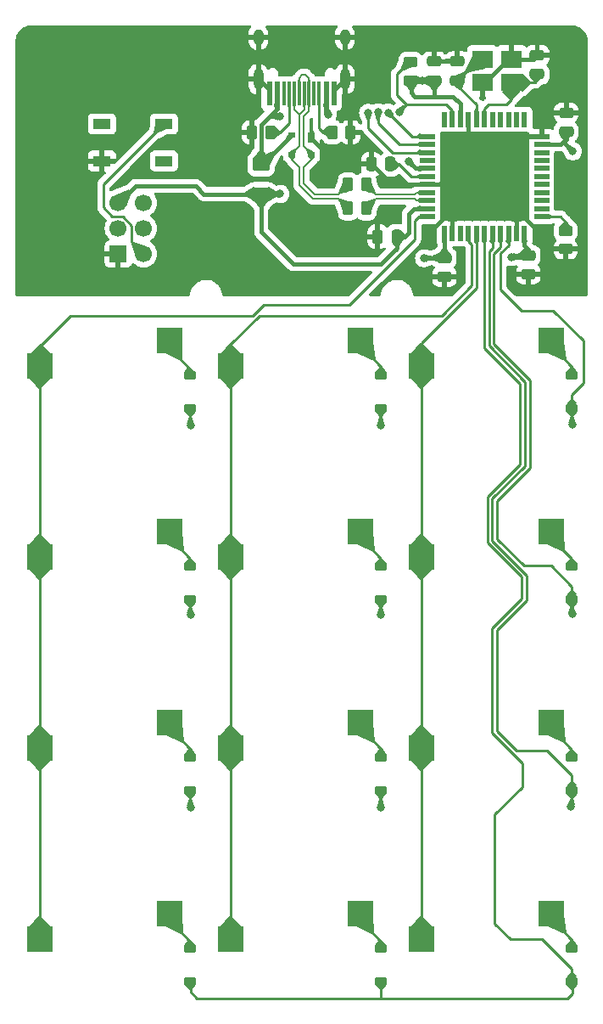
<source format=gbl>
G04 #@! TF.GenerationSoftware,KiCad,Pcbnew,(7.0.0)*
G04 #@! TF.CreationDate,2023-03-11T22:05:33-05:00*
G04 #@! TF.ProjectId,MacroPad,4d616372-6f50-4616-942e-6b696361645f,rev?*
G04 #@! TF.SameCoordinates,Original*
G04 #@! TF.FileFunction,Copper,L2,Bot*
G04 #@! TF.FilePolarity,Positive*
%FSLAX46Y46*%
G04 Gerber Fmt 4.6, Leading zero omitted, Abs format (unit mm)*
G04 Created by KiCad (PCBNEW (7.0.0)) date 2023-03-11 22:05:33*
%MOMM*%
%LPD*%
G01*
G04 APERTURE LIST*
G04 Aperture macros list*
%AMRoundRect*
0 Rectangle with rounded corners*
0 $1 Rounding radius*
0 $2 $3 $4 $5 $6 $7 $8 $9 X,Y pos of 4 corners*
0 Add a 4 corners polygon primitive as box body*
4,1,4,$2,$3,$4,$5,$6,$7,$8,$9,$2,$3,0*
0 Add four circle primitives for the rounded corners*
1,1,$1+$1,$2,$3*
1,1,$1+$1,$4,$5*
1,1,$1+$1,$6,$7*
1,1,$1+$1,$8,$9*
0 Add four rect primitives between the rounded corners*
20,1,$1+$1,$2,$3,$4,$5,0*
20,1,$1+$1,$4,$5,$6,$7,0*
20,1,$1+$1,$6,$7,$8,$9,0*
20,1,$1+$1,$8,$9,$2,$3,0*%
G04 Aperture macros list end*
G04 #@! TA.AperFunction,SMDPad,CuDef*
%ADD10R,2.550000X2.500000*%
G04 #@! TD*
G04 #@! TA.AperFunction,ComponentPad*
%ADD11C,1.700000*%
G04 #@! TD*
G04 #@! TA.AperFunction,ComponentPad*
%ADD12R,1.700000X1.700000*%
G04 #@! TD*
G04 #@! TA.AperFunction,SMDPad,CuDef*
%ADD13R,1.800000X1.100000*%
G04 #@! TD*
G04 #@! TA.AperFunction,SMDPad,CuDef*
%ADD14RoundRect,0.225000X0.375000X-0.225000X0.375000X0.225000X-0.375000X0.225000X-0.375000X-0.225000X0*%
G04 #@! TD*
G04 #@! TA.AperFunction,SMDPad,CuDef*
%ADD15RoundRect,0.250000X-0.262500X-0.450000X0.262500X-0.450000X0.262500X0.450000X-0.262500X0.450000X0*%
G04 #@! TD*
G04 #@! TA.AperFunction,SMDPad,CuDef*
%ADD16RoundRect,0.250000X-0.475000X0.250000X-0.475000X-0.250000X0.475000X-0.250000X0.475000X0.250000X0*%
G04 #@! TD*
G04 #@! TA.AperFunction,SMDPad,CuDef*
%ADD17RoundRect,0.250000X0.250000X0.475000X-0.250000X0.475000X-0.250000X-0.475000X0.250000X-0.475000X0*%
G04 #@! TD*
G04 #@! TA.AperFunction,SMDPad,CuDef*
%ADD18RoundRect,0.250000X0.475000X-0.250000X0.475000X0.250000X-0.475000X0.250000X-0.475000X-0.250000X0*%
G04 #@! TD*
G04 #@! TA.AperFunction,SMDPad,CuDef*
%ADD19RoundRect,0.250000X0.262500X0.450000X-0.262500X0.450000X-0.262500X-0.450000X0.262500X-0.450000X0*%
G04 #@! TD*
G04 #@! TA.AperFunction,SMDPad,CuDef*
%ADD20RoundRect,0.250000X-0.450000X0.262500X-0.450000X-0.262500X0.450000X-0.262500X0.450000X0.262500X0*%
G04 #@! TD*
G04 #@! TA.AperFunction,SMDPad,CuDef*
%ADD21R,2.100000X1.800000*%
G04 #@! TD*
G04 #@! TA.AperFunction,SMDPad,CuDef*
%ADD22R,1.500000X0.550000*%
G04 #@! TD*
G04 #@! TA.AperFunction,SMDPad,CuDef*
%ADD23R,0.550000X1.500000*%
G04 #@! TD*
G04 #@! TA.AperFunction,SMDPad,CuDef*
%ADD24R,0.600000X2.450000*%
G04 #@! TD*
G04 #@! TA.AperFunction,SMDPad,CuDef*
%ADD25R,0.300000X2.450000*%
G04 #@! TD*
G04 #@! TA.AperFunction,ComponentPad*
%ADD26O,1.000000X1.600000*%
G04 #@! TD*
G04 #@! TA.AperFunction,ComponentPad*
%ADD27O,1.000000X2.100000*%
G04 #@! TD*
G04 #@! TA.AperFunction,SMDPad,CuDef*
%ADD28R,0.700000X1.000000*%
G04 #@! TD*
G04 #@! TA.AperFunction,SMDPad,CuDef*
%ADD29R,0.700000X0.600000*%
G04 #@! TD*
G04 #@! TA.AperFunction,SMDPad,CuDef*
%ADD30RoundRect,0.250001X0.624999X-0.462499X0.624999X0.462499X-0.624999X0.462499X-0.624999X-0.462499X0*%
G04 #@! TD*
G04 #@! TA.AperFunction,ViaPad*
%ADD31C,0.800000*%
G04 #@! TD*
G04 #@! TA.AperFunction,Conductor*
%ADD32C,0.254000*%
G04 #@! TD*
G04 #@! TA.AperFunction,Conductor*
%ADD33C,0.381000*%
G04 #@! TD*
G04 #@! TA.AperFunction,Conductor*
%ADD34C,0.200000*%
G04 #@! TD*
G04 APERTURE END LIST*
D10*
X176271249Y-129222499D03*
X189198249Y-126682499D03*
X176271249Y-72072499D03*
X189198249Y-69532499D03*
X138171249Y-110172499D03*
X151098249Y-107632499D03*
X157221249Y-129222499D03*
X170148249Y-126682499D03*
X176271249Y-91122499D03*
X189198249Y-88582499D03*
D11*
X148539200Y-55829200D03*
X145999200Y-55829200D03*
X148539200Y-58369200D03*
X145999200Y-58369200D03*
X148539200Y-60909200D03*
D12*
X145999199Y-60909199D03*
D10*
X157221249Y-110172499D03*
X170148249Y-107632499D03*
X138171249Y-72072499D03*
X151098249Y-69532499D03*
X157221249Y-91122499D03*
X170148249Y-88582499D03*
X176271249Y-110172499D03*
X189198249Y-107632499D03*
X138171249Y-129222499D03*
X151098249Y-126682499D03*
D13*
X144372399Y-51633999D03*
X150572399Y-47933999D03*
X144372399Y-47933999D03*
X150572399Y-51633999D03*
D10*
X138171249Y-91122499D03*
X151098249Y-88582499D03*
X157221249Y-72072499D03*
X170148249Y-69532499D03*
D14*
X172243750Y-133412500D03*
X172243750Y-130112500D03*
D15*
X161186500Y-48768000D03*
X159361500Y-48768000D03*
D16*
X186944000Y-61026000D03*
X186944000Y-62926000D03*
D17*
X173162000Y-51943000D03*
X171262000Y-51943000D03*
D16*
X179852430Y-41696879D03*
X179852430Y-43596879D03*
D17*
X171897000Y-59182000D03*
X173797000Y-59182000D03*
D18*
X177539938Y-43614023D03*
X177539938Y-41714023D03*
D14*
X191293750Y-133412500D03*
X191293750Y-130112500D03*
X172243750Y-76262500D03*
X172243750Y-72962500D03*
D19*
X170775000Y-53975000D03*
X168950000Y-53975000D03*
D14*
X191293750Y-76262500D03*
X191293750Y-72962500D03*
D20*
X190673063Y-58592575D03*
X190673063Y-60417575D03*
D14*
X191293750Y-114362500D03*
X191293750Y-111062500D03*
D21*
X185271179Y-43796878D03*
X182371179Y-43796878D03*
X182371179Y-41496878D03*
X185271179Y-41496878D03*
D22*
X176862499Y-57181249D03*
X176862499Y-56381249D03*
X176862499Y-55581249D03*
X176862499Y-54781249D03*
X176862499Y-53981249D03*
X176862499Y-53181249D03*
X176862499Y-52381249D03*
X176862499Y-51581249D03*
X176862499Y-50781249D03*
X176862499Y-49981249D03*
X176862499Y-49181249D03*
D23*
X178562499Y-47481249D03*
X179362499Y-47481249D03*
X180162499Y-47481249D03*
X180962499Y-47481249D03*
X181762499Y-47481249D03*
X182562499Y-47481249D03*
X183362499Y-47481249D03*
X184162499Y-47481249D03*
X184962499Y-47481249D03*
X185762499Y-47481249D03*
X186562499Y-47481249D03*
D22*
X188262499Y-49181249D03*
X188262499Y-49981249D03*
X188262499Y-50781249D03*
X188262499Y-51581249D03*
X188262499Y-52381249D03*
X188262499Y-53181249D03*
X188262499Y-53981249D03*
X188262499Y-54781249D03*
X188262499Y-55581249D03*
X188262499Y-56381249D03*
X188262499Y-57181249D03*
D23*
X186562499Y-58881249D03*
X185762499Y-58881249D03*
X184962499Y-58881249D03*
X184162499Y-58881249D03*
X183362499Y-58881249D03*
X182562499Y-58881249D03*
X181762499Y-58881249D03*
X180962499Y-58881249D03*
X180162499Y-58881249D03*
X179362499Y-58881249D03*
X178562499Y-58881249D03*
D14*
X153193750Y-76262500D03*
X153193750Y-72962500D03*
D15*
X168950000Y-56356250D03*
X170775000Y-56356250D03*
D16*
X178562000Y-61280000D03*
X178562000Y-63180000D03*
D24*
X161081249Y-44884999D03*
X161856249Y-44884999D03*
D25*
X162556249Y-44884999D03*
X163056249Y-44884999D03*
X163556249Y-44884999D03*
X164056249Y-44884999D03*
X164556249Y-44884999D03*
X165056249Y-44884999D03*
X165556249Y-44884999D03*
X166056249Y-44884999D03*
D24*
X166756249Y-44884999D03*
X167531249Y-44884999D03*
D26*
X159986249Y-39289999D03*
D27*
X159986249Y-43469999D03*
D26*
X168626249Y-39289999D03*
D27*
X168626249Y-43469999D03*
D16*
X187833000Y-41087000D03*
X187833000Y-42987000D03*
D14*
X172243750Y-95312500D03*
X172243750Y-92012500D03*
X191293750Y-95312500D03*
X191293750Y-92012500D03*
D20*
X175186280Y-41768830D03*
X175186280Y-43593830D03*
D18*
X190724982Y-48704088D03*
X190724982Y-46804088D03*
D14*
X172243750Y-114362500D03*
X172243750Y-111062500D03*
X153193750Y-95312500D03*
X153193750Y-92012500D03*
D28*
X165306249Y-49256249D03*
D29*
X165306249Y-50956249D03*
X163306249Y-50956249D03*
X163306249Y-49056249D03*
D14*
X153193750Y-133412500D03*
X153193750Y-130112500D03*
X153193750Y-114362500D03*
X153193750Y-111062500D03*
D30*
X160274000Y-54929100D03*
X160274000Y-51954100D03*
D19*
X169187500Y-48768000D03*
X167362500Y-48768000D03*
D31*
X174498000Y-62738000D03*
X187960000Y-47117000D03*
X155956000Y-44069000D03*
X147320000Y-48006000D03*
X157226000Y-53086000D03*
X167894000Y-51435000D03*
X166751000Y-53594000D03*
X172720000Y-53721000D03*
X174498000Y-53975000D03*
X173228000Y-56515000D03*
X169037000Y-59182000D03*
X166878000Y-57023000D03*
X162433000Y-58674000D03*
X166624000Y-63881000D03*
X176149000Y-64008000D03*
X189865000Y-63754000D03*
X191897000Y-62103000D03*
X192024000Y-57023000D03*
X190119000Y-52832000D03*
X189865000Y-44958000D03*
X191389000Y-42164000D03*
X189357000Y-39243000D03*
X180721000Y-39243000D03*
X176022000Y-39243000D03*
X171323000Y-42799000D03*
X171450000Y-39243000D03*
X165862000Y-41148000D03*
X162814000Y-39497000D03*
X157099000Y-41402000D03*
X152908000Y-45085000D03*
X152527000Y-39751000D03*
X148590000Y-43434000D03*
X147701000Y-40132000D03*
X140335000Y-40640000D03*
X143383000Y-44196000D03*
X139192000Y-45339000D03*
X141859000Y-48895000D03*
X138303000Y-51562000D03*
X141605000Y-54356000D03*
X138049000Y-58420000D03*
X143129000Y-62103000D03*
X137668000Y-63373000D03*
X146939000Y-63881000D03*
X157353000Y-56769000D03*
X153416000Y-59309000D03*
X157861000Y-60325000D03*
X157861000Y-63119000D03*
X153289000Y-63246000D03*
X184023000Y-49657000D03*
X179959000Y-49911000D03*
X185801000Y-51435000D03*
X183896000Y-51435000D03*
X181864000Y-51435000D03*
X179959000Y-51562000D03*
X179959000Y-53721000D03*
X181737000Y-53721000D03*
X183896000Y-53721000D03*
X185674000Y-53721000D03*
X185674000Y-55372000D03*
X183896000Y-55372000D03*
X181864000Y-55372000D03*
X179959000Y-55372000D03*
X161544000Y-62357000D03*
X163957000Y-60198000D03*
X169418000Y-63627000D03*
X175006000Y-51689000D03*
X191389000Y-50673000D03*
X185293000Y-61214000D03*
X176530000Y-61341000D03*
X176345225Y-43619296D03*
X162178825Y-54916397D03*
X174040800Y-46786800D03*
X172961398Y-46799402D03*
X171952286Y-46781086D03*
X170953474Y-46818219D03*
X162102800Y-47193200D03*
X166928800Y-46990000D03*
X191312800Y-77876400D03*
X172212000Y-77978000D03*
X153212800Y-77978000D03*
X191312800Y-96824800D03*
X153212800Y-96875600D03*
X172212000Y-96875600D03*
X191211200Y-115976400D03*
X172212000Y-116078000D03*
X153212800Y-116078000D03*
D32*
X176041550Y-57181250D02*
X176862500Y-57181250D01*
X175615600Y-59436000D02*
X175615600Y-57607200D01*
X169110000Y-65941600D02*
X175615600Y-59436000D01*
X160543148Y-65941600D02*
X169110000Y-65941600D01*
X141224000Y-67056000D02*
X159428748Y-67056000D01*
X138171250Y-70108750D02*
X141224000Y-67056000D01*
X159428748Y-67056000D02*
X160543148Y-65941600D01*
X138171250Y-72072500D02*
X138171250Y-70108750D01*
X175615600Y-57607200D02*
X176041550Y-57181250D01*
X181308500Y-59958250D02*
X180962500Y-59612250D01*
X181308500Y-64055500D02*
X181308500Y-59958250D01*
X160070800Y-67056000D02*
X178308000Y-67056000D01*
X157221250Y-69905550D02*
X160070800Y-67056000D01*
X178308000Y-67056000D02*
X181308500Y-64055500D01*
X180962500Y-59612250D02*
X180962500Y-58881250D01*
X157221250Y-72072500D02*
X157221250Y-69905550D01*
D33*
X174498000Y-53975000D02*
X176856250Y-53975000D01*
X176856250Y-53975000D02*
X176862500Y-53981250D01*
X172720000Y-53721000D02*
X172720000Y-53401000D01*
X172720000Y-53401000D02*
X171262000Y-51943000D01*
X173863000Y-59248000D02*
X173797000Y-59182000D01*
X173863000Y-60325000D02*
X173863000Y-59248000D01*
X173701750Y-60486250D02*
X173863000Y-60325000D01*
X173670000Y-60486250D02*
X173701750Y-60486250D01*
X174625000Y-59182000D02*
X173797000Y-59182000D01*
X175006000Y-58801000D02*
X174625000Y-59182000D01*
X175520750Y-56381250D02*
X175006000Y-56896000D01*
X175006000Y-56896000D02*
X175006000Y-58801000D01*
X176862500Y-56381250D02*
X175520750Y-56381250D01*
X179835286Y-41714023D02*
X179852430Y-41696879D01*
X177539938Y-41714023D02*
X179835286Y-41714023D01*
X187423121Y-41496879D02*
X187833000Y-41087000D01*
X185271180Y-41496879D02*
X187423121Y-41496879D01*
D32*
X147362200Y-59732200D02*
X148539200Y-60909200D01*
X147362200Y-58067670D02*
X147362200Y-59732200D01*
X146444530Y-57150000D02*
X147362200Y-58067670D01*
X150567000Y-47934000D02*
X144526000Y-53975000D01*
X145415000Y-57150000D02*
X146444530Y-57150000D01*
X150572400Y-47934000D02*
X150567000Y-47934000D01*
X144526000Y-53975000D02*
X144526000Y-56261000D01*
X144526000Y-56261000D02*
X145415000Y-57150000D01*
D33*
X165306250Y-49355250D02*
X166243000Y-50292000D01*
X165306250Y-49256250D02*
X165306250Y-49355250D01*
D32*
X174040800Y-46685200D02*
X174040800Y-46786800D01*
X174752000Y-45974000D02*
X174040800Y-46685200D01*
D33*
X161081250Y-44565000D02*
X159986250Y-43470000D01*
X161081250Y-44885000D02*
X161081250Y-44565000D01*
X167531250Y-44565000D02*
X168626250Y-43470000D01*
X167531250Y-44885000D02*
X167531250Y-44565000D01*
X188076250Y-58801000D02*
X188087000Y-58801000D01*
X186450250Y-57175000D02*
X188076250Y-58801000D01*
X185762500Y-57175000D02*
X186450250Y-57175000D01*
X178664000Y-57175000D02*
X177038000Y-58801000D01*
X179362500Y-57175000D02*
X178664000Y-57175000D01*
X175698250Y-52381250D02*
X175006000Y-51689000D01*
X176862500Y-52381250D02*
X175698250Y-52381250D01*
D32*
X173990000Y-51943000D02*
X173162000Y-51943000D01*
X175228250Y-53181250D02*
X173990000Y-51943000D01*
X176862500Y-53181250D02*
X175228250Y-53181250D01*
D33*
X191389000Y-50673000D02*
X190436500Y-49720500D01*
X190724982Y-49432018D02*
X190436500Y-49720500D01*
X190436500Y-49720500D02*
X190175750Y-49981250D01*
X186756000Y-61214000D02*
X186944000Y-61026000D01*
X185293000Y-61214000D02*
X186756000Y-61214000D01*
X176591000Y-61280000D02*
X176530000Y-61341000D01*
X178562000Y-61280000D02*
X176591000Y-61280000D01*
X176345225Y-43619296D02*
X175211746Y-43619296D01*
X175211746Y-43619296D02*
X175186280Y-43593830D01*
X177534665Y-43619296D02*
X177539938Y-43614023D01*
X176345225Y-43619296D02*
X177534665Y-43619296D01*
X162166122Y-54929100D02*
X162178825Y-54916397D01*
X160274000Y-54929100D02*
X162166122Y-54929100D01*
X172243750Y-61912500D02*
X173670000Y-60486250D01*
X163512500Y-61912500D02*
X172243750Y-61912500D01*
X160274000Y-58674000D02*
X163512500Y-61912500D01*
X160274000Y-54929100D02*
X160274000Y-58674000D01*
X185768750Y-49181250D02*
X184943750Y-50006250D01*
X188262500Y-49181250D02*
X185768750Y-49181250D01*
X180962500Y-49200000D02*
X181768750Y-50006250D01*
X180962500Y-47481250D02*
X180962500Y-49200000D01*
X185762500Y-57175000D02*
X184943750Y-56356250D01*
X185762500Y-58881250D02*
X185762500Y-57175000D01*
X179381250Y-53981250D02*
X179387500Y-53975000D01*
X176862500Y-53981250D02*
X179381250Y-53981250D01*
X179362500Y-57175000D02*
X180181250Y-56356250D01*
X179362500Y-58881250D02*
X179362500Y-57175000D01*
D32*
X191293750Y-74910950D02*
X191293750Y-76262500D01*
X189433200Y-66548000D02*
X192430400Y-69545200D01*
X186232800Y-66548000D02*
X189433200Y-66548000D01*
X184150000Y-64465200D02*
X186232800Y-66548000D01*
X192430400Y-73774300D02*
X191293750Y-74910950D01*
X184150000Y-60840052D02*
X184150000Y-64465200D01*
X192430400Y-69545200D02*
X192430400Y-73774300D01*
X184962500Y-60027552D02*
X184150000Y-60840052D01*
X184962500Y-58881250D02*
X184962500Y-60027552D01*
X170953474Y-48322274D02*
X173412450Y-50781250D01*
X173412450Y-50781250D02*
X176862500Y-50781250D01*
X170953474Y-46818219D02*
X170953474Y-48322274D01*
X171952286Y-46781086D02*
X171952286Y-47847886D01*
X174085650Y-49981250D02*
X176862500Y-49981250D01*
X171952286Y-47847886D02*
X174085650Y-49981250D01*
X175343246Y-49181250D02*
X176862500Y-49181250D01*
X172961398Y-46799402D02*
X175343246Y-49181250D01*
X173863000Y-44196000D02*
X173863000Y-45085000D01*
X173863000Y-42926000D02*
X173863000Y-44196000D01*
D33*
X161188400Y-47193200D02*
X161133725Y-47138525D01*
X162102800Y-47193200D02*
X161188400Y-47193200D01*
X161133725Y-47138525D02*
X160274000Y-47998250D01*
X166756250Y-46817450D02*
X166928800Y-46990000D01*
X161856250Y-46416000D02*
X161133725Y-47138525D01*
X166756250Y-44885000D02*
X166756250Y-46817450D01*
D32*
X181762500Y-64261900D02*
X181762500Y-58881250D01*
X176271250Y-69753150D02*
X181762500Y-64261900D01*
X176271250Y-72072500D02*
X176271250Y-69753150D01*
X191293750Y-94062550D02*
X191293750Y-95312500D01*
X189230000Y-91998800D02*
X191293750Y-94062550D01*
X186486800Y-91998800D02*
X189230000Y-91998800D01*
X183791200Y-89303200D02*
X186486800Y-91998800D01*
X183791200Y-85499600D02*
X183791200Y-89303200D01*
X184162500Y-60185500D02*
X183489600Y-60858400D01*
X183489600Y-60858400D02*
X183489600Y-69900800D01*
X183489600Y-69900800D02*
X187096400Y-73507600D01*
X187096400Y-73507600D02*
X187096400Y-82194400D01*
X187096400Y-82194400D02*
X183791200Y-85499600D01*
X184162500Y-58881250D02*
X184162500Y-60185500D01*
X191293750Y-112909350D02*
X191293750Y-114362500D01*
X188823600Y-110439200D02*
X191293750Y-112909350D01*
X185757252Y-110439200D02*
X188823600Y-110439200D01*
X183791200Y-108473148D02*
X185757252Y-110439200D01*
X183791200Y-98414747D02*
X183791200Y-108473148D01*
X186791600Y-95414347D02*
X183791200Y-98414747D01*
X186791600Y-92954826D02*
X186791600Y-95414347D01*
X183016500Y-70069752D02*
X186588400Y-73641652D01*
X186588400Y-82060348D02*
X183337200Y-85311548D01*
X183016500Y-60620300D02*
X183016500Y-70069752D01*
X183362500Y-60274300D02*
X183016500Y-60620300D01*
X186588400Y-73641652D02*
X186588400Y-82060348D01*
X183362500Y-58881250D02*
X183362500Y-60274300D01*
X183337200Y-85311548D02*
X183337200Y-89500426D01*
X183337200Y-89500426D02*
X186791600Y-92954826D01*
X182562500Y-70257805D02*
X182562500Y-58881250D01*
X186131200Y-73826505D02*
X182562500Y-70257805D01*
X186131200Y-81875496D02*
X186131200Y-73826505D01*
X182880000Y-89685278D02*
X182880000Y-85126696D01*
X186283600Y-93088878D02*
X182880000Y-89685278D01*
X186283600Y-95250000D02*
X186283600Y-93088878D01*
X183337200Y-98196400D02*
X186283600Y-95250000D01*
X183337200Y-108661200D02*
X183337200Y-98196400D01*
X186334400Y-111658400D02*
X183337200Y-108661200D01*
X183591200Y-127660400D02*
X183591200Y-116789200D01*
X186334400Y-114046000D02*
X186334400Y-111658400D01*
X188315600Y-129235200D02*
X185166000Y-129235200D01*
X185166000Y-129235200D02*
X183591200Y-127660400D01*
X182880000Y-85126696D02*
X186131200Y-81875496D01*
X191293750Y-132213350D02*
X188315600Y-129235200D01*
X183591200Y-116789200D02*
X186334400Y-114046000D01*
X191293750Y-133412500D02*
X191293750Y-132213350D01*
X191293750Y-77857350D02*
X191312800Y-77876400D01*
X191293750Y-76262500D02*
X191293750Y-77857350D01*
X172212000Y-76294250D02*
X172243750Y-76262500D01*
X153193750Y-77958950D02*
X153212800Y-77978000D01*
X172212000Y-77978000D02*
X172212000Y-76294250D01*
X153193750Y-76262500D02*
X153193750Y-77958950D01*
X191293750Y-96805750D02*
X191312800Y-96824800D01*
X191293750Y-95312500D02*
X191293750Y-96805750D01*
X172212000Y-95344250D02*
X172243750Y-95312500D01*
X153193750Y-96856550D02*
X153212800Y-96875600D01*
X172212000Y-96875600D02*
X172212000Y-95344250D01*
X153193750Y-95312500D02*
X153193750Y-96856550D01*
X191293750Y-115893850D02*
X191211200Y-115976400D01*
X191293750Y-114362500D02*
X191293750Y-115893850D01*
X153193750Y-116058950D02*
X153212800Y-116078000D01*
X153193750Y-114362500D02*
X153193750Y-116058950D01*
X172212000Y-116078000D02*
X172212000Y-114394250D01*
X172212000Y-114394250D02*
X172243750Y-114362500D01*
X176271250Y-72072500D02*
X176271250Y-91122500D01*
X176271250Y-110172500D02*
X176271250Y-91122500D01*
X176271250Y-129222500D02*
X176271250Y-110172500D01*
X172243750Y-135108950D02*
X172262800Y-135128000D01*
X172243750Y-133412500D02*
X172243750Y-135108950D01*
X172262800Y-135128000D02*
X190804800Y-135128000D01*
X153873200Y-135128000D02*
X172262800Y-135128000D01*
X191312800Y-133431550D02*
X191293750Y-133412500D01*
X190804800Y-135128000D02*
X191312800Y-134620000D01*
X191312800Y-134620000D02*
X191312800Y-133431550D01*
X153212800Y-134467600D02*
X153873200Y-135128000D01*
X153212800Y-133431550D02*
X153212800Y-134467600D01*
X153193750Y-133412500D02*
X153212800Y-133431550D01*
X157221250Y-72072500D02*
X157221250Y-91122500D01*
X157221250Y-91122500D02*
X157221250Y-110172500D01*
X157221250Y-129222500D02*
X157221250Y-110172500D01*
X138171250Y-110172500D02*
X138171250Y-129222500D01*
X138171250Y-110172500D02*
X138171250Y-91122500D01*
X138171250Y-72072500D02*
X138171250Y-91122500D01*
X153193750Y-129470150D02*
X151098250Y-127374650D01*
X151098250Y-127374650D02*
X151098250Y-126682500D01*
X153193750Y-130112500D02*
X153193750Y-129470150D01*
X172243750Y-129470150D02*
X170148250Y-127374650D01*
X172243750Y-130112500D02*
X172243750Y-129470150D01*
X170148250Y-127374650D02*
X170148250Y-126682500D01*
X189198250Y-127171450D02*
X189198250Y-126682500D01*
X191293750Y-129266950D02*
X189198250Y-127171450D01*
X191293750Y-130112500D02*
X191293750Y-129266950D01*
X189198250Y-108223050D02*
X189198250Y-107632500D01*
X191293750Y-110318550D02*
X189198250Y-108223050D01*
X191293750Y-111062500D02*
X191293750Y-110318550D01*
X170148250Y-108172250D02*
X170148250Y-107632500D01*
X172243750Y-110267750D02*
X170148250Y-108172250D01*
X172243750Y-111062500D02*
X172243750Y-110267750D01*
X151098250Y-108172250D02*
X151098250Y-107632500D01*
X153193750Y-110267750D02*
X151098250Y-108172250D01*
X153193750Y-111062500D02*
X153193750Y-110267750D01*
X151098250Y-89173050D02*
X151098250Y-88582500D01*
X153193750Y-92012500D02*
X153193750Y-91268550D01*
X153193750Y-91268550D02*
X151098250Y-89173050D01*
X172243750Y-91268550D02*
X170148250Y-89173050D01*
X170148250Y-89173050D02*
X170148250Y-88582500D01*
X172243750Y-92012500D02*
X172243750Y-91268550D01*
X189198250Y-89223850D02*
X189198250Y-88582500D01*
X191293750Y-91319350D02*
X189198250Y-89223850D01*
X191293750Y-92012500D02*
X191293750Y-91319350D01*
X189198250Y-70021450D02*
X189198250Y-69532500D01*
X191293750Y-72116950D02*
X189198250Y-70021450D01*
X191293750Y-72962500D02*
X191293750Y-72116950D01*
X170148250Y-70021450D02*
X170148250Y-69532500D01*
X172243750Y-72116950D02*
X170148250Y-70021450D01*
X172243750Y-72962500D02*
X172243750Y-72116950D01*
X151098250Y-70275450D02*
X151098250Y-69532500D01*
X153193750Y-72370950D02*
X151098250Y-70275450D01*
X153193750Y-72962500D02*
X153193750Y-72370950D01*
D33*
X153720800Y-54102000D02*
X147726400Y-54102000D01*
X147726400Y-54102000D02*
X145999200Y-55829200D01*
X154547900Y-54929100D02*
X153720800Y-54102000D01*
X160274000Y-54929100D02*
X154547900Y-54929100D01*
X160408400Y-51954100D02*
X163306250Y-49056250D01*
X160274000Y-51954100D02*
X160408400Y-51954100D01*
X160274000Y-47998250D02*
X160274000Y-51954100D01*
X161856250Y-44885000D02*
X161856250Y-46416000D01*
D32*
X162179000Y-48768000D02*
X161186500Y-48768000D01*
X163056250Y-47890750D02*
X162179000Y-48768000D01*
X163056250Y-44885000D02*
X163056250Y-47890750D01*
X166056250Y-48327250D02*
X166497000Y-48768000D01*
X166497000Y-48768000D02*
X167362500Y-48768000D01*
X166056250Y-44885000D02*
X166056250Y-48327250D01*
D33*
X186944000Y-60452000D02*
X186562500Y-60070500D01*
X186562500Y-60070500D02*
X186562500Y-58881250D01*
X186944000Y-61026000D02*
X186944000Y-60452000D01*
X178562500Y-61279500D02*
X178562000Y-61280000D01*
X178562500Y-58881250D02*
X178562500Y-61279500D01*
D32*
X174752000Y-45974000D02*
X178734250Y-45974000D01*
X173863000Y-45085000D02*
X174752000Y-45974000D01*
X179362500Y-46602250D02*
X179362500Y-47481250D01*
X178734250Y-45974000D02*
X179362500Y-46602250D01*
X175186280Y-41768830D02*
X175020170Y-41768830D01*
X175020170Y-41768830D02*
X173863000Y-42926000D01*
D33*
X177539938Y-43614023D02*
X177539938Y-45205938D01*
X177539938Y-45205938D02*
X177546000Y-45212000D01*
X177546000Y-45212000D02*
X175641000Y-45212000D01*
X179451000Y-45212000D02*
X177546000Y-45212000D01*
X175260000Y-43667550D02*
X175186280Y-43593830D01*
X175260000Y-44831000D02*
X175260000Y-43667550D01*
X175641000Y-45212000D02*
X175260000Y-44831000D01*
X180162500Y-45923500D02*
X179451000Y-45212000D01*
X180162500Y-47481250D02*
X180162500Y-45923500D01*
X184944121Y-41496879D02*
X185271180Y-41496879D01*
X182644121Y-43796879D02*
X184944121Y-41496879D01*
X182371180Y-43796879D02*
X182644121Y-43796879D01*
D32*
X181952430Y-41496879D02*
X179852430Y-43596879D01*
X182371180Y-41496879D02*
X181952430Y-41496879D01*
X179852430Y-44089430D02*
X179852430Y-43596879D01*
X181762500Y-45999500D02*
X179852430Y-44089430D01*
X181762500Y-47481250D02*
X181762500Y-45999500D01*
X187833000Y-43561000D02*
X187597121Y-43796879D01*
X187597121Y-43796879D02*
X185271180Y-43796879D01*
X187833000Y-42987000D02*
X187833000Y-43561000D01*
X185271180Y-45487820D02*
X185271180Y-43796879D01*
X183007000Y-45974000D02*
X184785000Y-45974000D01*
X184785000Y-45974000D02*
X185271180Y-45487820D01*
X182562500Y-46418500D02*
X183007000Y-45974000D01*
X182562500Y-47481250D02*
X182562500Y-46418500D01*
D33*
X190175750Y-49981250D02*
X188262500Y-49981250D01*
X190724982Y-48704088D02*
X190724982Y-49432018D01*
D32*
X190627000Y-58546512D02*
X190673063Y-58592575D01*
X190627000Y-57658000D02*
X190627000Y-58546512D01*
X190150250Y-57181250D02*
X190627000Y-57658000D01*
X188262500Y-57181250D02*
X190150250Y-57181250D01*
D34*
X165056250Y-43390250D02*
X165056250Y-44885000D01*
X164719000Y-43053000D02*
X165056250Y-43390250D01*
X164338000Y-43053000D02*
X164719000Y-43053000D01*
X164056250Y-43334750D02*
X164338000Y-43053000D01*
X164056250Y-44885000D02*
X164056250Y-43334750D01*
X175782994Y-55581250D02*
X176862500Y-55581250D01*
X175592369Y-55390625D02*
X175782994Y-55581250D01*
X175751744Y-54781250D02*
X176862500Y-54781250D01*
X175592369Y-54940625D02*
X175751744Y-54781250D01*
X170775000Y-56356250D02*
X171740625Y-55390625D01*
X171740625Y-55390625D02*
X175592369Y-55390625D01*
X171740625Y-54940625D02*
X175592369Y-54940625D01*
X170775000Y-53975000D02*
X171740625Y-54940625D01*
X167984376Y-55390626D02*
X168950000Y-56356250D01*
X165435426Y-55390626D02*
X167984376Y-55390626D01*
X164081250Y-54036450D02*
X165435426Y-55390626D01*
X164081250Y-52256251D02*
X164081250Y-54036450D01*
X163306250Y-51481251D02*
X164081250Y-52256251D01*
X163306250Y-50956250D02*
X163306250Y-51481251D01*
X167984376Y-54940624D02*
X168950000Y-53975000D01*
X164531250Y-53850050D02*
X165621824Y-54940624D01*
X165306250Y-51481251D02*
X164531250Y-52256251D01*
X165621824Y-54940624D02*
X167984376Y-54940624D01*
X165306250Y-50956250D02*
X165306250Y-51481251D01*
X164531250Y-52256251D02*
X164531250Y-53850050D01*
X165056250Y-44885000D02*
X165056250Y-46669552D01*
X165056250Y-46669552D02*
X164531250Y-47194552D01*
X164081250Y-46992750D02*
X164084000Y-46990000D01*
X164081250Y-50131250D02*
X164081250Y-46992750D01*
X163306250Y-50906250D02*
X164081250Y-50131250D01*
X163306250Y-50956250D02*
X163306250Y-50906250D01*
X165306250Y-50906250D02*
X164531250Y-50131250D01*
X165306250Y-50956250D02*
X165306250Y-50906250D01*
X164531250Y-50131250D02*
X164531250Y-47194552D01*
X164556250Y-46517750D02*
X164556250Y-44885000D01*
X164084000Y-46990000D02*
X164556250Y-46517750D01*
X163556250Y-46462250D02*
X164084000Y-46990000D01*
X163556250Y-44885000D02*
X163556250Y-46462250D01*
G04 #@! TA.AperFunction,Conductor*
G36*
X159216981Y-38114302D02*
G01*
X159261178Y-38152635D01*
X159282881Y-38206965D01*
X159277258Y-38265199D01*
X159245560Y-38314373D01*
X159228136Y-38330935D01*
X159219987Y-38340427D01*
X159110984Y-38497036D01*
X159104915Y-38507970D01*
X159029668Y-38683318D01*
X159025925Y-38695247D01*
X158987515Y-38882152D01*
X158986250Y-38894598D01*
X158986250Y-39023674D01*
X158989700Y-39036549D01*
X159002576Y-39040000D01*
X160969924Y-39040000D01*
X160982799Y-39036549D01*
X160986250Y-39023674D01*
X160986250Y-38942430D01*
X160985932Y-38936164D01*
X160971466Y-38793915D01*
X160968948Y-38781664D01*
X160911830Y-38599614D01*
X160906894Y-38588110D01*
X160814295Y-38421279D01*
X160807152Y-38411017D01*
X160716372Y-38305270D01*
X160687660Y-38241722D01*
X160697783Y-38172729D01*
X160743539Y-38120107D01*
X160810458Y-38100500D01*
X167800127Y-38100500D01*
X167856981Y-38114302D01*
X167901178Y-38152635D01*
X167922881Y-38206965D01*
X167917258Y-38265199D01*
X167885560Y-38314373D01*
X167868136Y-38330935D01*
X167859987Y-38340427D01*
X167750984Y-38497036D01*
X167744915Y-38507970D01*
X167669668Y-38683318D01*
X167665925Y-38695247D01*
X167627515Y-38882152D01*
X167626250Y-38894598D01*
X167626250Y-39023674D01*
X167629700Y-39036549D01*
X167642576Y-39040000D01*
X169609924Y-39040000D01*
X169622799Y-39036549D01*
X169626250Y-39023674D01*
X169626250Y-38942430D01*
X169625932Y-38936164D01*
X169611466Y-38793915D01*
X169608948Y-38781664D01*
X169551830Y-38599614D01*
X169546894Y-38588110D01*
X169454295Y-38421279D01*
X169447152Y-38411017D01*
X169356372Y-38305270D01*
X169327660Y-38241722D01*
X169337783Y-38172729D01*
X169383539Y-38120107D01*
X169450458Y-38100500D01*
X191289318Y-38100500D01*
X191298165Y-38100815D01*
X191363455Y-38105487D01*
X191363903Y-38105521D01*
X191519244Y-38117747D01*
X191535842Y-38120193D01*
X191630110Y-38140703D01*
X191632477Y-38141245D01*
X191752090Y-38169961D01*
X191766456Y-38174347D01*
X191862644Y-38210226D01*
X191866688Y-38211818D01*
X191974471Y-38256463D01*
X191986410Y-38262175D01*
X192078679Y-38312560D01*
X192083974Y-38315625D01*
X192161858Y-38363353D01*
X192181384Y-38375319D01*
X192190905Y-38381780D01*
X192275909Y-38445415D01*
X192282128Y-38450391D01*
X192368216Y-38523917D01*
X192375359Y-38530518D01*
X192450769Y-38605931D01*
X192457332Y-38613032D01*
X192530768Y-38699014D01*
X192535746Y-38705237D01*
X192599542Y-38790462D01*
X192606000Y-38799979D01*
X192646464Y-38866009D01*
X192663983Y-38894598D01*
X192665406Y-38896919D01*
X192668501Y-38902265D01*
X192719150Y-38995024D01*
X192724872Y-39006985D01*
X192769108Y-39113781D01*
X192770729Y-39117901D01*
X192806960Y-39215043D01*
X192811352Y-39229428D01*
X192839566Y-39346948D01*
X192840158Y-39349538D01*
X192861075Y-39445695D01*
X192863527Y-39462322D01*
X192875190Y-39610504D01*
X192875256Y-39611387D01*
X192880434Y-39683781D01*
X192880750Y-39692628D01*
X192880750Y-64963500D01*
X192864137Y-65025500D01*
X192818750Y-65070887D01*
X192756750Y-65087500D01*
X185711081Y-65087500D01*
X185663628Y-65078061D01*
X185623400Y-65051181D01*
X184813819Y-64241600D01*
X184786939Y-64201372D01*
X184777500Y-64153919D01*
X184777500Y-63222829D01*
X185719001Y-63222829D01*
X185719321Y-63229111D01*
X185728805Y-63321959D01*
X185731623Y-63335122D01*
X185782370Y-63488267D01*
X185788432Y-63501266D01*
X185872890Y-63638194D01*
X185881794Y-63649455D01*
X185995544Y-63763205D01*
X186006805Y-63772109D01*
X186143733Y-63856567D01*
X186156732Y-63862629D01*
X186309874Y-63913375D01*
X186323041Y-63916194D01*
X186415890Y-63925680D01*
X186422168Y-63926000D01*
X186677674Y-63926000D01*
X186690549Y-63922549D01*
X186694000Y-63909674D01*
X186694000Y-63909673D01*
X187194000Y-63909673D01*
X187197450Y-63922548D01*
X187210326Y-63925999D01*
X187465829Y-63925999D01*
X187472111Y-63925678D01*
X187564959Y-63916194D01*
X187578122Y-63913376D01*
X187731267Y-63862629D01*
X187744266Y-63856567D01*
X187881194Y-63772109D01*
X187892455Y-63763205D01*
X188006205Y-63649455D01*
X188015109Y-63638194D01*
X188099567Y-63501266D01*
X188105629Y-63488267D01*
X188156375Y-63335125D01*
X188159194Y-63321958D01*
X188168680Y-63229109D01*
X188169000Y-63222832D01*
X188169000Y-63192326D01*
X188165549Y-63179450D01*
X188152674Y-63176000D01*
X187210326Y-63176000D01*
X187197450Y-63179450D01*
X187194000Y-63192326D01*
X187194000Y-63909673D01*
X186694000Y-63909673D01*
X186694000Y-63192326D01*
X186690549Y-63179450D01*
X186677674Y-63176000D01*
X185735327Y-63176000D01*
X185722451Y-63179450D01*
X185719001Y-63192326D01*
X185719001Y-63222829D01*
X184777500Y-63222829D01*
X184777500Y-62161148D01*
X184792527Y-62101980D01*
X184833965Y-62057153D01*
X184891771Y-62037530D01*
X184951934Y-62047867D01*
X185013197Y-62075144D01*
X185198354Y-62114500D01*
X185381143Y-62114500D01*
X185387646Y-62114500D01*
X185572803Y-62075144D01*
X185578744Y-62072498D01*
X185582673Y-62071222D01*
X185594558Y-62066958D01*
X185734954Y-62028099D01*
X185793720Y-62026297D01*
X185846710Y-62051766D01*
X185882013Y-62098781D01*
X185891691Y-62156773D01*
X185873569Y-62212704D01*
X185788432Y-62350733D01*
X185782370Y-62363732D01*
X185731624Y-62516874D01*
X185728805Y-62530041D01*
X185719319Y-62622890D01*
X185719000Y-62629168D01*
X185719000Y-62659674D01*
X185722450Y-62672549D01*
X185735326Y-62676000D01*
X188152673Y-62676000D01*
X188165548Y-62672549D01*
X188168999Y-62659674D01*
X188168999Y-62629171D01*
X188168678Y-62622888D01*
X188159194Y-62530040D01*
X188156376Y-62516877D01*
X188105629Y-62363732D01*
X188099567Y-62350733D01*
X188015109Y-62213805D01*
X188006205Y-62202544D01*
X187892455Y-62088794D01*
X187875529Y-62075410D01*
X187876735Y-62073883D01*
X187841160Y-62036720D01*
X187825440Y-61976282D01*
X187841171Y-61915846D01*
X187876992Y-61878438D01*
X187875843Y-61876984D01*
X187881509Y-61872503D01*
X187887656Y-61868712D01*
X188011712Y-61744656D01*
X188103814Y-61595334D01*
X188158999Y-61428797D01*
X188169500Y-61326009D01*
X188169499Y-60726904D01*
X189473064Y-60726904D01*
X189473384Y-60733186D01*
X189482868Y-60826034D01*
X189485686Y-60839197D01*
X189536433Y-60992342D01*
X189542495Y-61005341D01*
X189626953Y-61142269D01*
X189635857Y-61153530D01*
X189749607Y-61267280D01*
X189760868Y-61276184D01*
X189897796Y-61360642D01*
X189910795Y-61366704D01*
X190063937Y-61417450D01*
X190077104Y-61420269D01*
X190169953Y-61429755D01*
X190176231Y-61430075D01*
X190406737Y-61430075D01*
X190419612Y-61426624D01*
X190423063Y-61413749D01*
X190423063Y-61413748D01*
X190923063Y-61413748D01*
X190926513Y-61426623D01*
X190939389Y-61430074D01*
X191169892Y-61430074D01*
X191176174Y-61429753D01*
X191269022Y-61420269D01*
X191282185Y-61417451D01*
X191435330Y-61366704D01*
X191448329Y-61360642D01*
X191585257Y-61276184D01*
X191596518Y-61267280D01*
X191710268Y-61153530D01*
X191719172Y-61142269D01*
X191803630Y-61005341D01*
X191809692Y-60992342D01*
X191860438Y-60839200D01*
X191863257Y-60826033D01*
X191872743Y-60733184D01*
X191873063Y-60726907D01*
X191873063Y-60683901D01*
X191869612Y-60671025D01*
X191856737Y-60667575D01*
X190939389Y-60667575D01*
X190926513Y-60671025D01*
X190923063Y-60683901D01*
X190923063Y-61413748D01*
X190423063Y-61413748D01*
X190423063Y-60683901D01*
X190419612Y-60671025D01*
X190406737Y-60667575D01*
X189489390Y-60667575D01*
X189476514Y-60671025D01*
X189473064Y-60683901D01*
X189473064Y-60726904D01*
X188169499Y-60726904D01*
X188169499Y-60725992D01*
X188158999Y-60623203D01*
X188103814Y-60456666D01*
X188011712Y-60307344D01*
X187887656Y-60183288D01*
X187881515Y-60179500D01*
X187881511Y-60179497D01*
X187744480Y-60094977D01*
X187738334Y-60091186D01*
X187695330Y-60076936D01*
X187578219Y-60038129D01*
X187578218Y-60038128D01*
X187571797Y-60036001D01*
X187565066Y-60035313D01*
X187565060Y-60035312D01*
X187559582Y-60034752D01*
X187519705Y-60023739D01*
X187485670Y-60000220D01*
X187359025Y-59876859D01*
X187331989Y-59837840D01*
X187321596Y-59791521D01*
X187327867Y-59753734D01*
X187327096Y-59753552D01*
X187328880Y-59745998D01*
X187331591Y-59738733D01*
X187332935Y-59726223D01*
X187335130Y-59712793D01*
X187337185Y-59703475D01*
X187341667Y-59621666D01*
X187341470Y-59614207D01*
X187338715Y-59588707D01*
X187337999Y-59575393D01*
X187337999Y-58083378D01*
X187338917Y-58083378D01*
X187353372Y-58020530D01*
X187401779Y-57972123D01*
X187464627Y-57957668D01*
X187464627Y-57956750D01*
X188970606Y-57956749D01*
X188974843Y-57956821D01*
X188979129Y-57956967D01*
X189048458Y-57959338D01*
X189062580Y-57956813D01*
X189071100Y-57955595D01*
X189119983Y-57950341D01*
X189128991Y-57946980D01*
X189146917Y-57942081D01*
X189146880Y-57941920D01*
X189150060Y-57941176D01*
X189153290Y-57940599D01*
X189158001Y-57939232D01*
X189241998Y-57904892D01*
X189245455Y-57903542D01*
X189254831Y-57900046D01*
X189256004Y-57899167D01*
X189256691Y-57898887D01*
X189374564Y-57835449D01*
X189437009Y-57820696D01*
X189498467Y-57839128D01*
X189542485Y-57885812D01*
X189557277Y-57948247D01*
X189542704Y-57996936D01*
X189545092Y-57998050D01*
X189542040Y-58004594D01*
X189538249Y-58010741D01*
X189535978Y-58017592D01*
X189535977Y-58017596D01*
X189485194Y-58170849D01*
X189483064Y-58177278D01*
X189482376Y-58184008D01*
X189482375Y-58184015D01*
X189472882Y-58276934D01*
X189472881Y-58276952D01*
X189472563Y-58280066D01*
X189472563Y-58283213D01*
X189472563Y-58283214D01*
X189472563Y-58901933D01*
X189472563Y-58901952D01*
X189472564Y-58905083D01*
X189472883Y-58908215D01*
X189472884Y-58908216D01*
X189482375Y-59001136D01*
X189482376Y-59001144D01*
X189483064Y-59007872D01*
X189485192Y-59014294D01*
X189485193Y-59014298D01*
X189535977Y-59167553D01*
X189538249Y-59174409D01*
X189542040Y-59180555D01*
X189626560Y-59317586D01*
X189626563Y-59317590D01*
X189630351Y-59323731D01*
X189635455Y-59328835D01*
X189635456Y-59328836D01*
X189724367Y-59417747D01*
X189756461Y-59473334D01*
X189756461Y-59537521D01*
X189724368Y-59593109D01*
X189635853Y-59681624D01*
X189626953Y-59692880D01*
X189542495Y-59829808D01*
X189536433Y-59842807D01*
X189485687Y-59995949D01*
X189482868Y-60009116D01*
X189473382Y-60101965D01*
X189473063Y-60108243D01*
X189473063Y-60151249D01*
X189476513Y-60164124D01*
X189489389Y-60167575D01*
X191856736Y-60167575D01*
X191869611Y-60164124D01*
X191873062Y-60151249D01*
X191873062Y-60108246D01*
X191872741Y-60101963D01*
X191863257Y-60009115D01*
X191860439Y-59995952D01*
X191809692Y-59842807D01*
X191803630Y-59829808D01*
X191719172Y-59692880D01*
X191710268Y-59681619D01*
X191621758Y-59593109D01*
X191589664Y-59537521D01*
X191589664Y-59473334D01*
X191621755Y-59417750D01*
X191715775Y-59323731D01*
X191807877Y-59174409D01*
X191863062Y-59007872D01*
X191873563Y-58905084D01*
X191873562Y-58280067D01*
X191863062Y-58177278D01*
X191807877Y-58010741D01*
X191715775Y-57861419D01*
X191591719Y-57737363D01*
X191585578Y-57733575D01*
X191585574Y-57733572D01*
X191448542Y-57649051D01*
X191448540Y-57649050D01*
X191442397Y-57645261D01*
X191441358Y-57644916D01*
X191400952Y-57613751D01*
X191160407Y-57324159D01*
X191149061Y-57308049D01*
X191130733Y-57277057D01*
X191130732Y-57277056D01*
X191126763Y-57270344D01*
X191112531Y-57256112D01*
X191099894Y-57241316D01*
X191092653Y-57231350D01*
X191092651Y-57231348D01*
X191088063Y-57225033D01*
X191082047Y-57220056D01*
X191082045Y-57220054D01*
X191064190Y-57205283D01*
X191053561Y-57195387D01*
X191052657Y-57194441D01*
X191049910Y-57191133D01*
X191025412Y-57168805D01*
X191021259Y-57164840D01*
X190649143Y-56792724D01*
X190641656Y-56784495D01*
X190637590Y-56778088D01*
X190610025Y-56752203D01*
X190588402Y-56731897D01*
X190585605Y-56729186D01*
X190568808Y-56712389D01*
X190568808Y-56712388D01*
X190566046Y-56709627D01*
X190562964Y-56707237D01*
X190562960Y-56707233D01*
X190562854Y-56707151D01*
X190553966Y-56699560D01*
X190548010Y-56693967D01*
X190522017Y-56669557D01*
X190515182Y-56665799D01*
X190515180Y-56665798D01*
X190504369Y-56659854D01*
X190488110Y-56649173D01*
X190478380Y-56641626D01*
X190478377Y-56641624D01*
X190472212Y-56636842D01*
X190465054Y-56633744D01*
X190465050Y-56633742D01*
X190431986Y-56619434D01*
X190421497Y-56614295D01*
X190389922Y-56596936D01*
X190389913Y-56596932D01*
X190383084Y-56593178D01*
X190363587Y-56588171D01*
X190345181Y-56581870D01*
X190333866Y-56576973D01*
X190333862Y-56576971D01*
X190326708Y-56573876D01*
X190319003Y-56572655D01*
X190319001Y-56572655D01*
X190283422Y-56567020D01*
X190271984Y-56564652D01*
X190237079Y-56555690D01*
X190237077Y-56555689D01*
X190229522Y-56553750D01*
X190221718Y-56553750D01*
X190209391Y-56553750D01*
X190189993Y-56552223D01*
X190177826Y-56550296D01*
X190170117Y-56549075D01*
X190162351Y-56549809D01*
X190162349Y-56549809D01*
X190126481Y-56553200D01*
X190114811Y-56553750D01*
X189637000Y-56553750D01*
X189575000Y-56537137D01*
X189529613Y-56491750D01*
X189513000Y-56429750D01*
X189512999Y-56061689D01*
X189512999Y-56058378D01*
X189506591Y-55998767D01*
X189506591Y-55998766D01*
X189508198Y-55998594D01*
X189508198Y-55963905D01*
X189506591Y-55963733D01*
X189512644Y-55907430D01*
X189513000Y-55904123D01*
X189512999Y-55258378D01*
X189506591Y-55198767D01*
X189508198Y-55198594D01*
X189508198Y-55163905D01*
X189506591Y-55163733D01*
X189508397Y-55146931D01*
X189513000Y-55104123D01*
X189512999Y-54458378D01*
X189506591Y-54398767D01*
X189508198Y-54398594D01*
X189508198Y-54363905D01*
X189506591Y-54363733D01*
X189510135Y-54330766D01*
X189513000Y-54304123D01*
X189512999Y-53658378D01*
X189506591Y-53598767D01*
X189506591Y-53598766D01*
X189508198Y-53598594D01*
X189508198Y-53563905D01*
X189506591Y-53563733D01*
X189507373Y-53556458D01*
X189513000Y-53504123D01*
X189512999Y-52858378D01*
X189506591Y-52798767D01*
X189508198Y-52798594D01*
X189508198Y-52763905D01*
X189506591Y-52763733D01*
X189512644Y-52707430D01*
X189513000Y-52704123D01*
X189512999Y-52058378D01*
X189506591Y-51998767D01*
X189508198Y-51998594D01*
X189508198Y-51963905D01*
X189506591Y-51963733D01*
X189508217Y-51948606D01*
X189513000Y-51904123D01*
X189512999Y-51258378D01*
X189506591Y-51198767D01*
X189506591Y-51198766D01*
X189508198Y-51198594D01*
X189508198Y-51163905D01*
X189506591Y-51163733D01*
X189509029Y-51141054D01*
X189513000Y-51104123D01*
X189512999Y-50796248D01*
X189529612Y-50734250D01*
X189574999Y-50688863D01*
X189636999Y-50672250D01*
X190151124Y-50672250D01*
X190158611Y-50672476D01*
X190217778Y-50676055D01*
X190253970Y-50669422D01*
X190304708Y-50670682D01*
X190350692Y-50692166D01*
X190384215Y-50730272D01*
X190464435Y-50871890D01*
X190562971Y-51045845D01*
X190574524Y-51066239D01*
X190576115Y-51068536D01*
X190581867Y-51076841D01*
X190587315Y-51085442D01*
X190652944Y-51199114D01*
X190656467Y-51205216D01*
X190660811Y-51210041D01*
X190660813Y-51210043D01*
X190778779Y-51341057D01*
X190783129Y-51345888D01*
X190788387Y-51349708D01*
X190788388Y-51349709D01*
X190817697Y-51371003D01*
X190936270Y-51457151D01*
X191109197Y-51534144D01*
X191294354Y-51573500D01*
X191477143Y-51573500D01*
X191483646Y-51573500D01*
X191668803Y-51534144D01*
X191841730Y-51457151D01*
X191994871Y-51345888D01*
X192121533Y-51205216D01*
X192216179Y-51041284D01*
X192274674Y-50861256D01*
X192294460Y-50673000D01*
X192274674Y-50484744D01*
X192216179Y-50304716D01*
X192121533Y-50140784D01*
X191999667Y-50005439D01*
X191999220Y-50004942D01*
X191999219Y-50004941D01*
X191994871Y-50000112D01*
X191989613Y-49996292D01*
X191989611Y-49996290D01*
X191846988Y-49892669D01*
X191846987Y-49892668D01*
X191841730Y-49888849D01*
X191835796Y-49886206D01*
X191835791Y-49886204D01*
X191808364Y-49873992D01*
X191788208Y-49862657D01*
X191784546Y-49860121D01*
X191784533Y-49860112D01*
X191782239Y-49858524D01*
X191739676Y-49834414D01*
X191642026Y-49779100D01*
X191596597Y-49734643D01*
X191579164Y-49673517D01*
X191594307Y-49611785D01*
X191638043Y-49565670D01*
X191668638Y-49546800D01*
X191792694Y-49422744D01*
X191884796Y-49273422D01*
X191939981Y-49106885D01*
X191950482Y-49004097D01*
X191950481Y-48404080D01*
X191939981Y-48301291D01*
X191884796Y-48134754D01*
X191800857Y-47998666D01*
X191796484Y-47991576D01*
X191796482Y-47991573D01*
X191792694Y-47985432D01*
X191668638Y-47861376D01*
X191662493Y-47857586D01*
X191656825Y-47853104D01*
X191657972Y-47851652D01*
X191622139Y-47814217D01*
X191606422Y-47753777D01*
X191622156Y-47693341D01*
X191657720Y-47656207D01*
X191656511Y-47654678D01*
X191673437Y-47641293D01*
X191787187Y-47527543D01*
X191796091Y-47516282D01*
X191880549Y-47379354D01*
X191886611Y-47366355D01*
X191937357Y-47213213D01*
X191940176Y-47200046D01*
X191949662Y-47107197D01*
X191949982Y-47100920D01*
X191949982Y-47070414D01*
X191946531Y-47057538D01*
X191933656Y-47054088D01*
X189516309Y-47054088D01*
X189503433Y-47057538D01*
X189499983Y-47070414D01*
X189499983Y-47100917D01*
X189500303Y-47107199D01*
X189509787Y-47200047D01*
X189512605Y-47213210D01*
X189563352Y-47366355D01*
X189569414Y-47379354D01*
X189653872Y-47516282D01*
X189662776Y-47527543D01*
X189776526Y-47641293D01*
X189793453Y-47654678D01*
X189792245Y-47656205D01*
X189827811Y-47693350D01*
X189843541Y-47753777D01*
X189827827Y-47814210D01*
X189791992Y-47851654D01*
X189793139Y-47853104D01*
X189787468Y-47857587D01*
X189781326Y-47861376D01*
X189776224Y-47866477D01*
X189776220Y-47866481D01*
X189662375Y-47980326D01*
X189662371Y-47980330D01*
X189657270Y-47985432D01*
X189653485Y-47991568D01*
X189653479Y-47991576D01*
X189568959Y-48128607D01*
X189565168Y-48134754D01*
X189562897Y-48141605D01*
X189562896Y-48141609D01*
X189512113Y-48294862D01*
X189509983Y-48301291D01*
X189509295Y-48308021D01*
X189509294Y-48308028D01*
X189499802Y-48400941D01*
X189499802Y-48400946D01*
X189499482Y-48404079D01*
X189499482Y-48405363D01*
X189478681Y-48467860D01*
X189428414Y-48510969D01*
X189363128Y-48522061D01*
X189301444Y-48497972D01*
X189261694Y-48468214D01*
X189246277Y-48459797D01*
X189127141Y-48415361D01*
X189112167Y-48411823D01*
X189063614Y-48406603D01*
X189057018Y-48406250D01*
X188528826Y-48406250D01*
X188515950Y-48409700D01*
X188512500Y-48422576D01*
X188512500Y-49081750D01*
X188495887Y-49143750D01*
X188450500Y-49189137D01*
X188388500Y-49205750D01*
X187467939Y-49205750D01*
X187467920Y-49205750D01*
X187464628Y-49205751D01*
X187461350Y-49206103D01*
X187461338Y-49206104D01*
X187412731Y-49211329D01*
X187412725Y-49211330D01*
X187405017Y-49212159D01*
X187397752Y-49214868D01*
X187397746Y-49214870D01*
X187278480Y-49259354D01*
X187278478Y-49259354D01*
X187270169Y-49262454D01*
X187263072Y-49267766D01*
X187263068Y-49267769D01*
X187162050Y-49343391D01*
X187162046Y-49343394D01*
X187154954Y-49348704D01*
X187149644Y-49355796D01*
X187149640Y-49355801D01*
X187130356Y-49381562D01*
X187086594Y-49418134D01*
X187031090Y-49431250D01*
X187028826Y-49431250D01*
X187015950Y-49434700D01*
X187012500Y-49447576D01*
X187012500Y-49500768D01*
X187012853Y-49507364D01*
X187018902Y-49563626D01*
X187017065Y-49563823D01*
X187017065Y-49598622D01*
X187018409Y-49598767D01*
X187012355Y-49655069D01*
X187012354Y-49655081D01*
X187012000Y-49658377D01*
X187012000Y-49661698D01*
X187012000Y-49661699D01*
X187012000Y-50300810D01*
X187012000Y-50300828D01*
X187012001Y-50304122D01*
X187012353Y-50307400D01*
X187012354Y-50307411D01*
X187018409Y-50363733D01*
X187016806Y-50363905D01*
X187016807Y-50398594D01*
X187018409Y-50398767D01*
X187012355Y-50455069D01*
X187012354Y-50455081D01*
X187012000Y-50458377D01*
X187012000Y-50461698D01*
X187012000Y-50461699D01*
X187012000Y-51100810D01*
X187012000Y-51100828D01*
X187012001Y-51104122D01*
X187012353Y-51107400D01*
X187012354Y-51107411D01*
X187018409Y-51163733D01*
X187016806Y-51163905D01*
X187016807Y-51198594D01*
X187018409Y-51198767D01*
X187012355Y-51255069D01*
X187012354Y-51255081D01*
X187012000Y-51258377D01*
X187012000Y-51261698D01*
X187012000Y-51261699D01*
X187012000Y-51900810D01*
X187012000Y-51900828D01*
X187012001Y-51904122D01*
X187012353Y-51907400D01*
X187012354Y-51907411D01*
X187018409Y-51963733D01*
X187016806Y-51963905D01*
X187016807Y-51998594D01*
X187018409Y-51998767D01*
X187012355Y-52055069D01*
X187012354Y-52055081D01*
X187012000Y-52058377D01*
X187012000Y-52061698D01*
X187012000Y-52061699D01*
X187012000Y-52700810D01*
X187012000Y-52700828D01*
X187012001Y-52704122D01*
X187012353Y-52707400D01*
X187012354Y-52707411D01*
X187018409Y-52763733D01*
X187016806Y-52763905D01*
X187016807Y-52798594D01*
X187018409Y-52798767D01*
X187012355Y-52855069D01*
X187012354Y-52855081D01*
X187012000Y-52858377D01*
X187012000Y-52861698D01*
X187012000Y-52861699D01*
X187012000Y-53500810D01*
X187012000Y-53500828D01*
X187012001Y-53504122D01*
X187012353Y-53507400D01*
X187012354Y-53507411D01*
X187018409Y-53563733D01*
X187016806Y-53563905D01*
X187016807Y-53598594D01*
X187018409Y-53598767D01*
X187012355Y-53655069D01*
X187012354Y-53655081D01*
X187012000Y-53658377D01*
X187012000Y-53661698D01*
X187012000Y-53661699D01*
X187012000Y-54300810D01*
X187012000Y-54300828D01*
X187012001Y-54304122D01*
X187012353Y-54307400D01*
X187012354Y-54307411D01*
X187018409Y-54363733D01*
X187016806Y-54363905D01*
X187016807Y-54398594D01*
X187018409Y-54398767D01*
X187012355Y-54455069D01*
X187012354Y-54455081D01*
X187012000Y-54458377D01*
X187012000Y-54461698D01*
X187012000Y-54461699D01*
X187012000Y-55100810D01*
X187012000Y-55100828D01*
X187012001Y-55104122D01*
X187012353Y-55107400D01*
X187012354Y-55107411D01*
X187018409Y-55163733D01*
X187016806Y-55163905D01*
X187016807Y-55198594D01*
X187018409Y-55198767D01*
X187012355Y-55255069D01*
X187012354Y-55255081D01*
X187012000Y-55258377D01*
X187012000Y-55261698D01*
X187012000Y-55261699D01*
X187012000Y-55900810D01*
X187012000Y-55900828D01*
X187012001Y-55904122D01*
X187012353Y-55907400D01*
X187012354Y-55907411D01*
X187018409Y-55963733D01*
X187016806Y-55963905D01*
X187016807Y-55998594D01*
X187018409Y-55998767D01*
X187012355Y-56055069D01*
X187012354Y-56055081D01*
X187012000Y-56058377D01*
X187012000Y-56061698D01*
X187012000Y-56061699D01*
X187012000Y-56700810D01*
X187012000Y-56700828D01*
X187012001Y-56704122D01*
X187012353Y-56707400D01*
X187012354Y-56707411D01*
X187018409Y-56763733D01*
X187016806Y-56763905D01*
X187016807Y-56798594D01*
X187018409Y-56798767D01*
X187012355Y-56855069D01*
X187012354Y-56855081D01*
X187012000Y-56858377D01*
X187012000Y-56861698D01*
X187012000Y-56861699D01*
X187012001Y-57504122D01*
X187011092Y-57504122D01*
X186996620Y-57566982D01*
X186948233Y-57615369D01*
X186885373Y-57629841D01*
X186885373Y-57630750D01*
X186242939Y-57630750D01*
X186242920Y-57630750D01*
X186239628Y-57630751D01*
X186236350Y-57631103D01*
X186236338Y-57631104D01*
X186180017Y-57637159D01*
X186179872Y-57635814D01*
X186145073Y-57635814D01*
X186144876Y-57637652D01*
X186088614Y-57631603D01*
X186082018Y-57631250D01*
X186028826Y-57631250D01*
X186015950Y-57634700D01*
X186012500Y-57647576D01*
X186012500Y-57649840D01*
X185999384Y-57705344D01*
X185962812Y-57749106D01*
X185937051Y-57768390D01*
X185937046Y-57768394D01*
X185929954Y-57773704D01*
X185924644Y-57780796D01*
X185924640Y-57780801D01*
X185861766Y-57864790D01*
X185818004Y-57901362D01*
X185762500Y-57914478D01*
X185706996Y-57901362D01*
X185663234Y-57864790D01*
X185600359Y-57780801D01*
X185600358Y-57780800D01*
X185595046Y-57773704D01*
X185587949Y-57768391D01*
X185587948Y-57768390D01*
X185562188Y-57749106D01*
X185525616Y-57705344D01*
X185512500Y-57649840D01*
X185512500Y-57647576D01*
X185509049Y-57634700D01*
X185496174Y-57631250D01*
X185442982Y-57631250D01*
X185436385Y-57631603D01*
X185380124Y-57637652D01*
X185379926Y-57635816D01*
X185345127Y-57635815D01*
X185344983Y-57637159D01*
X185288680Y-57631105D01*
X185288669Y-57631104D01*
X185285373Y-57630750D01*
X185282050Y-57630750D01*
X184642939Y-57630750D01*
X184642920Y-57630750D01*
X184639628Y-57630751D01*
X184636350Y-57631103D01*
X184636338Y-57631104D01*
X184580017Y-57637159D01*
X184579844Y-57635557D01*
X184545155Y-57635557D01*
X184544983Y-57637159D01*
X184488680Y-57631105D01*
X184488669Y-57631104D01*
X184485373Y-57630750D01*
X184482050Y-57630750D01*
X183842939Y-57630750D01*
X183842920Y-57630750D01*
X183839628Y-57630751D01*
X183836350Y-57631103D01*
X183836338Y-57631104D01*
X183780017Y-57637159D01*
X183779844Y-57635557D01*
X183745155Y-57635557D01*
X183744983Y-57637159D01*
X183688680Y-57631105D01*
X183688669Y-57631104D01*
X183685373Y-57630750D01*
X183682050Y-57630750D01*
X183042939Y-57630750D01*
X183042920Y-57630750D01*
X183039628Y-57630751D01*
X183036350Y-57631103D01*
X183036338Y-57631104D01*
X182980017Y-57637159D01*
X182979844Y-57635557D01*
X182945155Y-57635557D01*
X182944983Y-57637159D01*
X182888680Y-57631105D01*
X182888669Y-57631104D01*
X182885373Y-57630750D01*
X182882050Y-57630750D01*
X182242939Y-57630750D01*
X182242920Y-57630750D01*
X182239628Y-57630751D01*
X182236350Y-57631103D01*
X182236338Y-57631104D01*
X182180017Y-57637159D01*
X182179844Y-57635557D01*
X182145155Y-57635557D01*
X182144983Y-57637159D01*
X182088680Y-57631105D01*
X182088669Y-57631104D01*
X182085373Y-57630750D01*
X182082050Y-57630750D01*
X181442939Y-57630750D01*
X181442920Y-57630750D01*
X181439628Y-57630751D01*
X181436350Y-57631103D01*
X181436338Y-57631104D01*
X181380017Y-57637159D01*
X181379844Y-57635557D01*
X181345155Y-57635557D01*
X181344983Y-57637159D01*
X181288680Y-57631105D01*
X181288669Y-57631104D01*
X181285373Y-57630750D01*
X181282050Y-57630750D01*
X180642939Y-57630750D01*
X180642920Y-57630750D01*
X180639628Y-57630751D01*
X180636350Y-57631103D01*
X180636338Y-57631104D01*
X180580017Y-57637159D01*
X180579844Y-57635557D01*
X180545155Y-57635557D01*
X180544983Y-57637159D01*
X180488680Y-57631105D01*
X180488669Y-57631104D01*
X180485373Y-57630750D01*
X180482050Y-57630750D01*
X179842939Y-57630750D01*
X179842920Y-57630750D01*
X179839628Y-57630751D01*
X179836350Y-57631103D01*
X179836338Y-57631104D01*
X179780017Y-57637159D01*
X179779872Y-57635814D01*
X179745073Y-57635814D01*
X179744876Y-57637652D01*
X179688614Y-57631603D01*
X179682018Y-57631250D01*
X179628826Y-57631250D01*
X179615950Y-57634700D01*
X179612500Y-57647576D01*
X179612500Y-57649840D01*
X179599384Y-57705344D01*
X179562812Y-57749106D01*
X179537051Y-57768390D01*
X179537046Y-57768394D01*
X179529954Y-57773704D01*
X179524644Y-57780796D01*
X179524640Y-57780801D01*
X179461766Y-57864790D01*
X179418004Y-57901362D01*
X179362500Y-57914478D01*
X179306996Y-57901362D01*
X179263234Y-57864790D01*
X179200359Y-57780801D01*
X179200358Y-57780800D01*
X179195046Y-57773704D01*
X179187949Y-57768391D01*
X179187948Y-57768390D01*
X179162188Y-57749106D01*
X179125616Y-57705344D01*
X179112500Y-57649840D01*
X179112500Y-57647576D01*
X179109049Y-57634700D01*
X179096174Y-57631250D01*
X179042982Y-57631250D01*
X179036385Y-57631603D01*
X178980124Y-57637652D01*
X178979926Y-57635816D01*
X178945127Y-57635815D01*
X178944983Y-57637159D01*
X178888680Y-57631105D01*
X178888669Y-57631104D01*
X178885373Y-57630750D01*
X178882050Y-57630750D01*
X178239628Y-57630751D01*
X178239628Y-57629843D01*
X178176753Y-57615362D01*
X178128365Y-57566956D01*
X178113919Y-57504123D01*
X178113000Y-57504123D01*
X178113000Y-57188231D01*
X178112999Y-56858378D01*
X178106591Y-56798767D01*
X178108198Y-56798594D01*
X178108198Y-56763905D01*
X178106591Y-56763733D01*
X178110305Y-56729186D01*
X178113000Y-56704123D01*
X178112999Y-56058378D01*
X178106591Y-55998767D01*
X178106591Y-55998766D01*
X178108198Y-55998594D01*
X178108198Y-55963905D01*
X178106591Y-55963733D01*
X178112644Y-55907430D01*
X178113000Y-55904123D01*
X178112999Y-55258378D01*
X178106591Y-55198767D01*
X178108198Y-55198594D01*
X178108198Y-55163905D01*
X178106591Y-55163733D01*
X178108397Y-55146931D01*
X178113000Y-55104123D01*
X178112999Y-54458378D01*
X178106591Y-54398767D01*
X178107940Y-54398621D01*
X178107941Y-54363824D01*
X178106098Y-54363626D01*
X178112146Y-54307364D01*
X178112500Y-54300768D01*
X178112500Y-54247576D01*
X178109049Y-54234700D01*
X178096174Y-54231250D01*
X178093910Y-54231250D01*
X178038406Y-54218134D01*
X177994644Y-54181562D01*
X177975359Y-54155801D01*
X177975358Y-54155800D01*
X177970046Y-54148704D01*
X177878959Y-54080516D01*
X177842387Y-54036754D01*
X177829271Y-53981250D01*
X177842387Y-53925746D01*
X177878960Y-53881983D01*
X177890161Y-53873598D01*
X177970046Y-53813796D01*
X177986824Y-53791383D01*
X177994644Y-53780938D01*
X178038406Y-53744366D01*
X178093910Y-53731250D01*
X178096174Y-53731250D01*
X178109049Y-53727799D01*
X178112500Y-53714924D01*
X178112500Y-53661732D01*
X178112146Y-53655135D01*
X178106098Y-53598874D01*
X178107939Y-53598675D01*
X178107939Y-53563877D01*
X178106591Y-53563733D01*
X178107373Y-53556458D01*
X178113000Y-53504123D01*
X178112999Y-52858378D01*
X178106591Y-52798767D01*
X178108198Y-52798594D01*
X178108198Y-52763905D01*
X178106591Y-52763733D01*
X178112644Y-52707430D01*
X178113000Y-52704123D01*
X178112999Y-52058378D01*
X178106591Y-51998767D01*
X178108198Y-51998594D01*
X178108198Y-51963905D01*
X178106591Y-51963733D01*
X178108217Y-51948606D01*
X178113000Y-51904123D01*
X178112999Y-51258378D01*
X178106591Y-51198767D01*
X178106591Y-51198766D01*
X178108198Y-51198594D01*
X178108198Y-51163905D01*
X178106591Y-51163733D01*
X178109029Y-51141054D01*
X178113000Y-51104123D01*
X178112999Y-50458378D01*
X178106591Y-50398767D01*
X178108198Y-50398594D01*
X178108198Y-50363905D01*
X178106591Y-50363733D01*
X178112644Y-50307430D01*
X178113000Y-50304123D01*
X178112999Y-49658378D01*
X178106591Y-49598767D01*
X178108198Y-49598594D01*
X178108198Y-49563905D01*
X178106591Y-49563733D01*
X178108005Y-49550585D01*
X178113000Y-49504123D01*
X178112999Y-48858378D01*
X178113917Y-48858378D01*
X178128372Y-48795530D01*
X178176779Y-48747123D01*
X178239627Y-48732668D01*
X178239627Y-48731750D01*
X178885372Y-48731749D01*
X178944983Y-48725341D01*
X178945155Y-48726948D01*
X178979844Y-48726947D01*
X178980017Y-48725341D01*
X179039627Y-48731750D01*
X179685372Y-48731749D01*
X179744983Y-48725341D01*
X179745155Y-48726948D01*
X179779844Y-48726947D01*
X179780017Y-48725341D01*
X179839627Y-48731750D01*
X180485372Y-48731749D01*
X180544983Y-48725341D01*
X180545128Y-48726690D01*
X180579925Y-48726690D01*
X180580124Y-48724848D01*
X180636385Y-48730896D01*
X180642982Y-48731250D01*
X180696174Y-48731250D01*
X180709049Y-48727799D01*
X180712500Y-48714924D01*
X180712500Y-48712660D01*
X180725616Y-48657156D01*
X180762188Y-48613394D01*
X180781745Y-48598753D01*
X180795046Y-48588796D01*
X180863233Y-48497709D01*
X180906996Y-48461137D01*
X180962500Y-48448021D01*
X181018004Y-48461137D01*
X181061767Y-48497710D01*
X181123505Y-48580182D01*
X181129954Y-48588796D01*
X181137050Y-48594108D01*
X181137051Y-48594109D01*
X181162812Y-48613394D01*
X181199384Y-48657156D01*
X181212500Y-48712660D01*
X181212500Y-48714924D01*
X181215950Y-48727799D01*
X181228826Y-48731250D01*
X181282018Y-48731250D01*
X181288614Y-48730896D01*
X181344876Y-48724848D01*
X181345074Y-48726691D01*
X181379872Y-48726688D01*
X181380017Y-48725341D01*
X181439627Y-48731750D01*
X182085372Y-48731749D01*
X182144983Y-48725341D01*
X182145155Y-48726948D01*
X182179844Y-48726947D01*
X182180017Y-48725341D01*
X182239627Y-48731750D01*
X182885372Y-48731749D01*
X182944983Y-48725341D01*
X182945155Y-48726948D01*
X182979844Y-48726947D01*
X182980017Y-48725341D01*
X183039627Y-48731750D01*
X183685372Y-48731749D01*
X183744983Y-48725341D01*
X183745155Y-48726948D01*
X183779844Y-48726947D01*
X183780017Y-48725341D01*
X183839627Y-48731750D01*
X184485372Y-48731749D01*
X184544983Y-48725341D01*
X184545155Y-48726948D01*
X184579844Y-48726947D01*
X184580017Y-48725341D01*
X184639627Y-48731750D01*
X185285372Y-48731749D01*
X185344983Y-48725341D01*
X185345155Y-48726948D01*
X185379844Y-48726947D01*
X185380017Y-48725341D01*
X185439627Y-48731750D01*
X186085372Y-48731749D01*
X186144983Y-48725341D01*
X186145155Y-48726948D01*
X186179844Y-48726947D01*
X186180017Y-48725341D01*
X186239627Y-48731750D01*
X186885372Y-48731749D01*
X186885372Y-48732525D01*
X186948712Y-48747089D01*
X186997118Y-48795480D01*
X187011611Y-48858422D01*
X187012500Y-48858422D01*
X187012500Y-48914924D01*
X187015950Y-48927799D01*
X187028826Y-48931250D01*
X187996174Y-48931250D01*
X188009049Y-48927799D01*
X188012500Y-48914924D01*
X188012500Y-48422576D01*
X188009049Y-48409700D01*
X187996174Y-48406250D01*
X187464672Y-48406250D01*
X187464672Y-48405360D01*
X187401731Y-48390868D01*
X187353340Y-48342462D01*
X187338776Y-48279123D01*
X187338000Y-48279123D01*
X187337999Y-46686689D01*
X187337999Y-46683378D01*
X187331591Y-46623767D01*
X187299513Y-46537762D01*
X189499982Y-46537762D01*
X189503432Y-46550637D01*
X189516308Y-46554088D01*
X190458656Y-46554088D01*
X190471531Y-46550637D01*
X190474982Y-46537762D01*
X190974982Y-46537762D01*
X190978432Y-46550637D01*
X190991308Y-46554088D01*
X191933655Y-46554088D01*
X191946530Y-46550637D01*
X191949981Y-46537762D01*
X191949981Y-46507259D01*
X191949660Y-46500976D01*
X191940176Y-46408128D01*
X191937358Y-46394965D01*
X191886611Y-46241820D01*
X191880549Y-46228821D01*
X191796091Y-46091893D01*
X191787187Y-46080632D01*
X191673437Y-45966882D01*
X191662176Y-45957978D01*
X191525248Y-45873520D01*
X191512249Y-45867458D01*
X191359107Y-45816712D01*
X191345940Y-45813893D01*
X191253091Y-45804407D01*
X191246814Y-45804088D01*
X190991308Y-45804088D01*
X190978432Y-45807538D01*
X190974982Y-45820414D01*
X190974982Y-46537762D01*
X190474982Y-46537762D01*
X190474982Y-45820415D01*
X190471531Y-45807539D01*
X190458656Y-45804089D01*
X190203153Y-45804089D01*
X190196870Y-45804409D01*
X190104022Y-45813893D01*
X190090859Y-45816711D01*
X189937714Y-45867458D01*
X189924715Y-45873520D01*
X189787787Y-45957978D01*
X189776526Y-45966882D01*
X189662776Y-46080632D01*
X189653872Y-46091893D01*
X189569414Y-46228821D01*
X189563352Y-46241820D01*
X189512606Y-46394962D01*
X189509787Y-46408129D01*
X189500301Y-46500978D01*
X189499982Y-46507256D01*
X189499982Y-46537762D01*
X187299513Y-46537762D01*
X187281296Y-46488919D01*
X187195046Y-46373704D01*
X187175656Y-46359189D01*
X187086931Y-46292769D01*
X187086930Y-46292768D01*
X187079831Y-46287454D01*
X186944983Y-46237159D01*
X186937270Y-46236329D01*
X186937267Y-46236329D01*
X186888680Y-46231105D01*
X186888669Y-46231104D01*
X186885373Y-46230750D01*
X186882050Y-46230750D01*
X186242939Y-46230750D01*
X186242920Y-46230750D01*
X186239628Y-46230751D01*
X186236350Y-46231103D01*
X186236338Y-46231104D01*
X186180017Y-46237159D01*
X186179844Y-46235557D01*
X186145155Y-46235557D01*
X186144983Y-46237159D01*
X186088680Y-46231105D01*
X186088669Y-46231104D01*
X186085373Y-46230750D01*
X186082051Y-46230750D01*
X185715029Y-46230750D01*
X185658734Y-46217235D01*
X185614711Y-46179635D01*
X185592556Y-46126148D01*
X185597098Y-46068432D01*
X185627346Y-46019071D01*
X185633580Y-46012837D01*
X185640471Y-46006451D01*
X185670348Y-45980798D01*
X185689036Y-45959720D01*
X185691162Y-45957322D01*
X185693527Y-45954728D01*
X185720565Y-45925936D01*
X185723180Y-45923237D01*
X185742803Y-45903616D01*
X185745266Y-45900439D01*
X185752864Y-45891540D01*
X185782873Y-45859587D01*
X185786632Y-45852748D01*
X185791220Y-45846434D01*
X185791539Y-45846666D01*
X185800319Y-45834205D01*
X186332690Y-45233760D01*
X186368625Y-45205824D01*
X186412221Y-45192737D01*
X186428663Y-45190970D01*
X186477665Y-45172692D01*
X186491882Y-45168343D01*
X186496963Y-45167116D01*
X186504577Y-45164292D01*
X186515680Y-45159012D01*
X186525596Y-45154815D01*
X186563511Y-45140675D01*
X186573578Y-45133137D01*
X186582240Y-45127369D01*
X186585384Y-45125876D01*
X186658152Y-45073814D01*
X187379436Y-44454311D01*
X187417149Y-44432103D01*
X187460229Y-44424379D01*
X187519076Y-44424379D01*
X187530187Y-44424902D01*
X187537598Y-44426559D01*
X187605039Y-44424440D01*
X187608934Y-44424379D01*
X187632695Y-44424379D01*
X187636597Y-44424379D01*
X187640603Y-44423872D01*
X187652234Y-44422956D01*
X187696064Y-44421580D01*
X187715398Y-44415962D01*
X187734453Y-44412016D01*
X187746678Y-44410472D01*
X187746677Y-44410472D01*
X187754414Y-44409495D01*
X187785304Y-44397264D01*
X187795163Y-44393361D01*
X187806213Y-44389577D01*
X187848312Y-44377347D01*
X187865636Y-44367100D01*
X187883110Y-44358540D01*
X187901824Y-44351132D01*
X187937298Y-44325357D01*
X187947036Y-44318960D01*
X187984777Y-44296642D01*
X187990292Y-44291126D01*
X187996463Y-44286340D01*
X187996610Y-44286529D01*
X188001993Y-44282019D01*
X188002558Y-44281662D01*
X188273729Y-44073835D01*
X188362862Y-44005523D01*
X188425691Y-43980584D01*
X188460797Y-43976999D01*
X188627334Y-43921814D01*
X188776656Y-43829712D01*
X188900712Y-43705656D01*
X188992814Y-43556334D01*
X189047999Y-43389797D01*
X189058500Y-43287009D01*
X189058499Y-42686992D01*
X189047999Y-42584203D01*
X188992814Y-42417666D01*
X188900712Y-42268344D01*
X188776656Y-42144288D01*
X188770511Y-42140498D01*
X188764843Y-42136016D01*
X188765990Y-42134564D01*
X188730157Y-42097129D01*
X188714440Y-42036689D01*
X188730174Y-41976253D01*
X188765738Y-41939119D01*
X188764529Y-41937590D01*
X188781455Y-41924205D01*
X188895205Y-41810455D01*
X188904109Y-41799194D01*
X188988567Y-41662266D01*
X188994629Y-41649267D01*
X189045375Y-41496125D01*
X189048194Y-41482958D01*
X189057680Y-41390109D01*
X189058000Y-41383832D01*
X189058000Y-41353326D01*
X189054549Y-41340450D01*
X189041674Y-41337000D01*
X187707000Y-41337000D01*
X187645000Y-41320387D01*
X187599613Y-41275000D01*
X187583000Y-41213000D01*
X187583000Y-40820674D01*
X188083000Y-40820674D01*
X188086450Y-40833549D01*
X188099326Y-40837000D01*
X189041673Y-40837000D01*
X189054548Y-40833549D01*
X189057999Y-40820674D01*
X189057999Y-40790171D01*
X189057678Y-40783888D01*
X189048194Y-40691040D01*
X189045376Y-40677877D01*
X188994629Y-40524732D01*
X188988567Y-40511733D01*
X188904109Y-40374805D01*
X188895205Y-40363544D01*
X188781455Y-40249794D01*
X188770194Y-40240890D01*
X188633266Y-40156432D01*
X188620267Y-40150370D01*
X188467125Y-40099624D01*
X188453958Y-40096805D01*
X188361109Y-40087319D01*
X188354832Y-40087000D01*
X188099326Y-40087000D01*
X188086450Y-40090450D01*
X188083000Y-40103326D01*
X188083000Y-40820674D01*
X187583000Y-40820674D01*
X187583000Y-40103327D01*
X187579549Y-40090451D01*
X187566674Y-40087001D01*
X187311171Y-40087001D01*
X187304888Y-40087321D01*
X187212040Y-40096805D01*
X187198877Y-40099623D01*
X187045732Y-40150370D01*
X187032733Y-40156432D01*
X186895801Y-40240892D01*
X186884548Y-40249789D01*
X186872148Y-40262190D01*
X186810827Y-40295672D01*
X186741138Y-40290689D01*
X186690345Y-40252669D01*
X186689955Y-40253060D01*
X186687237Y-40250342D01*
X186685205Y-40248821D01*
X186683682Y-40246787D01*
X186671272Y-40234377D01*
X186570369Y-40158841D01*
X186554957Y-40150426D01*
X186435821Y-40105990D01*
X186420847Y-40102452D01*
X186372294Y-40097232D01*
X186365698Y-40096879D01*
X185537506Y-40096879D01*
X185524630Y-40100329D01*
X185521180Y-40113205D01*
X185521180Y-41622879D01*
X185504567Y-41684879D01*
X185459180Y-41730266D01*
X185397180Y-41746879D01*
X185145180Y-41746879D01*
X185083180Y-41730266D01*
X185037793Y-41684879D01*
X185021180Y-41622879D01*
X185021180Y-40113205D01*
X185017729Y-40100329D01*
X185004854Y-40096879D01*
X184176662Y-40096879D01*
X184170065Y-40097232D01*
X184121512Y-40102452D01*
X184106538Y-40105990D01*
X183987402Y-40150426D01*
X183971991Y-40158841D01*
X183895906Y-40215797D01*
X183847953Y-40237695D01*
X183795237Y-40237695D01*
X183747285Y-40215796D01*
X183670611Y-40158398D01*
X183670610Y-40158397D01*
X183663511Y-40153083D01*
X183593145Y-40126838D01*
X183535932Y-40105499D01*
X183535930Y-40105498D01*
X183528663Y-40102788D01*
X183520950Y-40101958D01*
X183520947Y-40101958D01*
X183472360Y-40096734D01*
X183472349Y-40096733D01*
X183469053Y-40096379D01*
X183465730Y-40096379D01*
X181276619Y-40096379D01*
X181276600Y-40096379D01*
X181273308Y-40096380D01*
X181270030Y-40096732D01*
X181270018Y-40096733D01*
X181221411Y-40101958D01*
X181221405Y-40101959D01*
X181213697Y-40102788D01*
X181206432Y-40105497D01*
X181206426Y-40105499D01*
X181087160Y-40149983D01*
X181087158Y-40149983D01*
X181078849Y-40153083D01*
X181071752Y-40158395D01*
X181071748Y-40158398D01*
X180970730Y-40234020D01*
X180970726Y-40234023D01*
X180963634Y-40239333D01*
X180958324Y-40246425D01*
X180958321Y-40246429D01*
X180882699Y-40347447D01*
X180882696Y-40347451D01*
X180877384Y-40354548D01*
X180874284Y-40362857D01*
X180874284Y-40362859D01*
X180829800Y-40482126D01*
X180829799Y-40482129D01*
X180827089Y-40489396D01*
X180826259Y-40497106D01*
X180826259Y-40497111D01*
X180821035Y-40545698D01*
X180821034Y-40545710D01*
X180820680Y-40549006D01*
X180820680Y-40552328D01*
X180820680Y-40650002D01*
X180805394Y-40709644D01*
X180763306Y-40754582D01*
X180704791Y-40773736D01*
X180644277Y-40762385D01*
X180639697Y-40760249D01*
X180486555Y-40709503D01*
X180473388Y-40706684D01*
X180380539Y-40697198D01*
X180374262Y-40696879D01*
X180118756Y-40696879D01*
X180105880Y-40700329D01*
X180102430Y-40713205D01*
X180102430Y-41822879D01*
X180085817Y-41884879D01*
X180040430Y-41930266D01*
X179978430Y-41946879D01*
X178821264Y-41946879D01*
X178775032Y-41959267D01*
X178774591Y-41957621D01*
X178742407Y-41964023D01*
X177413938Y-41964023D01*
X177351938Y-41947410D01*
X177306551Y-41902023D01*
X177289938Y-41840023D01*
X177289938Y-41447697D01*
X177789938Y-41447697D01*
X177793388Y-41460572D01*
X177806264Y-41464023D01*
X178571104Y-41464023D01*
X178617336Y-41451635D01*
X178617776Y-41453280D01*
X178649961Y-41446879D01*
X179586104Y-41446879D01*
X179598979Y-41443428D01*
X179602430Y-41430553D01*
X179602430Y-40713206D01*
X179598979Y-40700330D01*
X179586104Y-40696880D01*
X179330601Y-40696880D01*
X179324318Y-40697200D01*
X179231470Y-40706684D01*
X179218307Y-40709502D01*
X179065162Y-40760249D01*
X179052163Y-40766311D01*
X178915235Y-40850769D01*
X178903974Y-40859673D01*
X178790216Y-40973431D01*
X178786020Y-40978738D01*
X178730031Y-41018751D01*
X178661331Y-41022749D01*
X178601078Y-40989502D01*
X178488393Y-40876817D01*
X178477132Y-40867913D01*
X178340204Y-40783455D01*
X178327205Y-40777393D01*
X178174063Y-40726647D01*
X178160896Y-40723828D01*
X178068047Y-40714342D01*
X178061770Y-40714023D01*
X177806264Y-40714023D01*
X177793388Y-40717473D01*
X177789938Y-40730349D01*
X177789938Y-41447697D01*
X177289938Y-41447697D01*
X177289938Y-40730350D01*
X177286487Y-40717474D01*
X177273612Y-40714024D01*
X177018109Y-40714024D01*
X177011826Y-40714344D01*
X176918978Y-40723828D01*
X176905815Y-40726646D01*
X176752670Y-40777393D01*
X176739671Y-40783455D01*
X176602743Y-40867913D01*
X176591482Y-40876817D01*
X176477732Y-40990567D01*
X176468823Y-41001833D01*
X176443391Y-41043065D01*
X176398283Y-41086245D01*
X176337850Y-41101966D01*
X176277418Y-41086241D01*
X176238229Y-41048723D01*
X176237264Y-41049487D01*
X176232782Y-41043818D01*
X176228992Y-41037674D01*
X176104936Y-40913618D01*
X176098795Y-40909830D01*
X176098791Y-40909827D01*
X175961760Y-40825307D01*
X175955614Y-40821516D01*
X175842060Y-40783888D01*
X175795505Y-40768461D01*
X175795504Y-40768460D01*
X175789077Y-40766331D01*
X175782344Y-40765643D01*
X175782339Y-40765642D01*
X175689420Y-40756149D01*
X175689403Y-40756148D01*
X175686289Y-40755830D01*
X175683140Y-40755830D01*
X174689420Y-40755830D01*
X174689400Y-40755830D01*
X174686272Y-40755831D01*
X174683140Y-40756150D01*
X174683138Y-40756151D01*
X174590218Y-40765642D01*
X174590208Y-40765643D01*
X174583483Y-40766331D01*
X174577061Y-40768458D01*
X174577056Y-40768460D01*
X174423801Y-40819244D01*
X174423797Y-40819245D01*
X174416946Y-40821516D01*
X174410802Y-40825305D01*
X174410799Y-40825307D01*
X174273768Y-40909827D01*
X174273760Y-40909833D01*
X174267624Y-40913618D01*
X174262522Y-40918719D01*
X174262518Y-40918723D01*
X174148673Y-41032568D01*
X174148669Y-41032572D01*
X174143568Y-41037674D01*
X174139783Y-41043810D01*
X174139777Y-41043818D01*
X174055257Y-41180849D01*
X174051466Y-41186996D01*
X174049195Y-41193847D01*
X174049194Y-41193851D01*
X174000616Y-41340450D01*
X173996281Y-41353533D01*
X173995593Y-41360263D01*
X173995592Y-41360270D01*
X173986099Y-41453189D01*
X173986098Y-41453207D01*
X173985780Y-41456321D01*
X173985780Y-41459470D01*
X173985780Y-41536324D01*
X173974667Y-41587632D01*
X173701277Y-42189135D01*
X173676071Y-42225508D01*
X173474479Y-42427100D01*
X173466243Y-42434594D01*
X173459838Y-42438660D01*
X173454505Y-42444337D01*
X173454501Y-42444342D01*
X173413645Y-42487848D01*
X173410941Y-42490639D01*
X173391377Y-42510204D01*
X173389003Y-42513264D01*
X173388984Y-42513286D01*
X173388879Y-42513423D01*
X173381317Y-42522273D01*
X173356647Y-42548544D01*
X173356639Y-42548554D01*
X173351307Y-42554233D01*
X173347555Y-42561056D01*
X173347548Y-42561067D01*
X173341606Y-42571877D01*
X173330928Y-42588133D01*
X173323373Y-42597873D01*
X173323369Y-42597878D01*
X173318592Y-42604038D01*
X173315498Y-42611187D01*
X173315496Y-42611191D01*
X173301185Y-42644263D01*
X173296047Y-42654750D01*
X173282601Y-42679209D01*
X173274928Y-42693166D01*
X173272991Y-42700709D01*
X173272986Y-42700722D01*
X173269919Y-42712670D01*
X173263620Y-42731067D01*
X173255626Y-42749542D01*
X173254406Y-42757242D01*
X173254405Y-42757247D01*
X173248769Y-42792831D01*
X173246401Y-42804266D01*
X173237438Y-42839174D01*
X173237436Y-42839185D01*
X173235500Y-42846728D01*
X173235500Y-42854524D01*
X173235500Y-42866859D01*
X173233973Y-42886257D01*
X173233227Y-42890970D01*
X173230825Y-42906133D01*
X173231559Y-42913898D01*
X173231559Y-42913900D01*
X173234950Y-42949769D01*
X173235500Y-42961439D01*
X173235500Y-45006955D01*
X173234976Y-45018066D01*
X173233320Y-45025477D01*
X173233565Y-45033274D01*
X173233565Y-45033275D01*
X173235439Y-45092919D01*
X173235500Y-45096813D01*
X173235500Y-45124476D01*
X173235988Y-45128343D01*
X173235989Y-45128354D01*
X173236007Y-45128494D01*
X173236921Y-45140117D01*
X173238053Y-45176144D01*
X173238054Y-45176150D01*
X173238299Y-45183943D01*
X173240474Y-45191432D01*
X173240475Y-45191433D01*
X173243917Y-45203280D01*
X173247860Y-45222324D01*
X173249404Y-45234548D01*
X173249407Y-45234559D01*
X173250384Y-45242293D01*
X173253253Y-45249541D01*
X173253256Y-45249550D01*
X173266519Y-45283050D01*
X173270302Y-45294097D01*
X173282532Y-45336191D01*
X173286502Y-45342903D01*
X173286503Y-45342906D01*
X173292776Y-45353513D01*
X173301336Y-45370985D01*
X173308747Y-45389703D01*
X173313332Y-45396014D01*
X173313334Y-45396017D01*
X173334512Y-45425167D01*
X173340924Y-45434928D01*
X173359264Y-45465939D01*
X173359266Y-45465942D01*
X173363237Y-45472656D01*
X173368754Y-45478173D01*
X173368755Y-45478174D01*
X173377471Y-45486890D01*
X173390103Y-45501679D01*
X173401937Y-45517967D01*
X173407947Y-45522938D01*
X173407949Y-45522941D01*
X173435705Y-45545902D01*
X173444346Y-45553765D01*
X173669782Y-45779201D01*
X173699083Y-45825758D01*
X173705361Y-45880408D01*
X173687381Y-45932396D01*
X173648681Y-45971491D01*
X173647037Y-45972536D01*
X173644639Y-45973916D01*
X173642380Y-45975500D01*
X173642356Y-45975516D01*
X173640600Y-45976748D01*
X173619850Y-45988497D01*
X173594013Y-46000001D01*
X173593999Y-46000009D01*
X173588070Y-46002649D01*
X173582819Y-46006463D01*
X173582805Y-46006472D01*
X173565308Y-46019185D01*
X173518203Y-46040156D01*
X173466641Y-46040155D01*
X173425337Y-46021763D01*
X173425016Y-46022321D01*
X173419708Y-46019256D01*
X173419538Y-46019181D01*
X173419387Y-46019071D01*
X173419381Y-46019067D01*
X173414128Y-46015251D01*
X173354038Y-45988497D01*
X173247143Y-45940903D01*
X173247138Y-45940901D01*
X173241201Y-45938258D01*
X173234842Y-45936906D01*
X173234838Y-45936905D01*
X173062406Y-45900254D01*
X173062403Y-45900253D01*
X173056044Y-45898902D01*
X172866752Y-45898902D01*
X172860393Y-45900253D01*
X172860389Y-45900254D01*
X172687957Y-45936905D01*
X172687950Y-45936907D01*
X172681595Y-45938258D01*
X172525006Y-46007976D01*
X172468082Y-46018526D01*
X172412571Y-46002082D01*
X172410278Y-46000758D01*
X172405016Y-45996935D01*
X172362306Y-45977919D01*
X172238031Y-45922587D01*
X172238026Y-45922585D01*
X172232089Y-45919942D01*
X172225730Y-45918590D01*
X172225726Y-45918589D01*
X172053294Y-45881938D01*
X172053291Y-45881937D01*
X172046932Y-45880586D01*
X171857640Y-45880586D01*
X171851281Y-45881937D01*
X171851277Y-45881938D01*
X171678845Y-45918589D01*
X171678838Y-45918591D01*
X171672483Y-45919942D01*
X171666548Y-45922584D01*
X171666540Y-45922587D01*
X171505494Y-45994291D01*
X171499556Y-45996935D01*
X171494304Y-46000750D01*
X171494293Y-46000757D01*
X171490303Y-46003656D01*
X171430383Y-46026651D01*
X171366993Y-46016610D01*
X171233277Y-45957075D01*
X171226918Y-45955723D01*
X171226914Y-45955722D01*
X171054482Y-45919071D01*
X171054479Y-45919070D01*
X171048120Y-45917719D01*
X170858828Y-45917719D01*
X170852469Y-45919070D01*
X170852465Y-45919071D01*
X170680033Y-45955722D01*
X170680026Y-45955724D01*
X170673671Y-45957075D01*
X170667736Y-45959717D01*
X170667728Y-45959720D01*
X170506681Y-46031424D01*
X170506676Y-46031426D01*
X170500744Y-46034068D01*
X170495490Y-46037884D01*
X170495485Y-46037888D01*
X170352862Y-46141509D01*
X170352855Y-46141514D01*
X170347603Y-46145331D01*
X170343258Y-46150156D01*
X170343253Y-46150161D01*
X170225287Y-46281175D01*
X170225282Y-46281181D01*
X170220941Y-46286003D01*
X170217696Y-46291623D01*
X170217692Y-46291629D01*
X170129543Y-46444308D01*
X170129540Y-46444313D01*
X170126295Y-46449935D01*
X170124289Y-46456107D01*
X170124287Y-46456113D01*
X170069807Y-46623783D01*
X170069805Y-46623792D01*
X170067800Y-46629963D01*
X170067122Y-46636413D01*
X170067120Y-46636423D01*
X170052975Y-46771013D01*
X170048014Y-46818219D01*
X170048693Y-46824679D01*
X170067120Y-47000011D01*
X170067121Y-47000016D01*
X170067800Y-47006475D01*
X170069809Y-47012658D01*
X170099587Y-47104309D01*
X170101398Y-47110409D01*
X170113418Y-47155084D01*
X170114557Y-47159318D01*
X170115599Y-47162099D01*
X170115601Y-47162103D01*
X170318082Y-47702154D01*
X170325974Y-47745686D01*
X170325974Y-47872298D01*
X170309720Y-47933672D01*
X170265219Y-47978957D01*
X170204138Y-47996279D01*
X170142489Y-47981099D01*
X170096435Y-47937395D01*
X170046109Y-47855805D01*
X170037205Y-47844544D01*
X169923455Y-47730794D01*
X169912194Y-47721890D01*
X169775266Y-47637432D01*
X169762267Y-47631370D01*
X169609125Y-47580624D01*
X169595958Y-47577805D01*
X169503109Y-47568319D01*
X169496832Y-47568000D01*
X169453826Y-47568000D01*
X169440950Y-47571450D01*
X169437500Y-47584326D01*
X169437500Y-48501674D01*
X169440950Y-48514549D01*
X169453826Y-48518000D01*
X170183673Y-48518000D01*
X170229393Y-48505749D01*
X170287690Y-48504324D01*
X170340193Y-48529704D01*
X170372903Y-48573111D01*
X170373006Y-48573465D01*
X170376976Y-48580178D01*
X170376978Y-48580182D01*
X170383250Y-48590787D01*
X170391810Y-48608259D01*
X170399221Y-48626977D01*
X170403806Y-48633288D01*
X170403808Y-48633291D01*
X170424986Y-48662441D01*
X170431398Y-48672202D01*
X170449738Y-48703213D01*
X170449740Y-48703216D01*
X170453711Y-48709930D01*
X170459229Y-48715447D01*
X170459229Y-48715448D01*
X170467945Y-48724164D01*
X170480577Y-48738953D01*
X170492411Y-48755241D01*
X170498421Y-48760212D01*
X170498423Y-48760215D01*
X170526179Y-48783176D01*
X170534820Y-48791039D01*
X172443546Y-50699765D01*
X172476759Y-50759864D01*
X172472899Y-50828422D01*
X172441171Y-50873115D01*
X172443344Y-50875288D01*
X172324393Y-50994238D01*
X172324389Y-50994242D01*
X172319288Y-50999344D01*
X172315499Y-51005486D01*
X172311016Y-51011157D01*
X172309566Y-51010010D01*
X172272122Y-51045845D01*
X172211689Y-51061559D01*
X172151262Y-51045829D01*
X172114117Y-51010263D01*
X172112590Y-51011471D01*
X172099205Y-50994544D01*
X171985455Y-50880794D01*
X171974194Y-50871890D01*
X171837266Y-50787432D01*
X171824267Y-50781370D01*
X171671125Y-50730624D01*
X171657958Y-50727805D01*
X171565109Y-50718319D01*
X171558832Y-50718000D01*
X171528326Y-50718000D01*
X171515450Y-50721450D01*
X171512000Y-50734326D01*
X171512000Y-52069000D01*
X171495387Y-52131000D01*
X171450000Y-52176387D01*
X171388000Y-52193000D01*
X170278327Y-52193000D01*
X170265451Y-52196450D01*
X170262001Y-52209326D01*
X170262001Y-52464829D01*
X170262321Y-52471111D01*
X170271805Y-52563959D01*
X170274624Y-52577126D01*
X170306105Y-52672131D01*
X170309837Y-52736209D01*
X170281031Y-52793568D01*
X170227405Y-52828839D01*
X170200023Y-52837912D01*
X170200009Y-52837918D01*
X170193166Y-52840186D01*
X170187025Y-52843973D01*
X170187020Y-52843976D01*
X170049988Y-52928497D01*
X170049980Y-52928503D01*
X170043844Y-52932288D01*
X170038742Y-52937389D01*
X170038738Y-52937393D01*
X169950181Y-53025951D01*
X169894594Y-53058045D01*
X169830406Y-53058045D01*
X169774819Y-53025951D01*
X169686261Y-52937393D01*
X169681156Y-52932288D01*
X169675015Y-52928500D01*
X169675011Y-52928497D01*
X169555963Y-52855069D01*
X169531834Y-52840186D01*
X169391150Y-52793568D01*
X169371725Y-52787131D01*
X169371724Y-52787130D01*
X169365297Y-52785001D01*
X169358564Y-52784313D01*
X169358559Y-52784312D01*
X169265640Y-52774819D01*
X169265623Y-52774818D01*
X169262509Y-52774500D01*
X169259360Y-52774500D01*
X168640641Y-52774500D01*
X168640621Y-52774500D01*
X168637492Y-52774501D01*
X168634360Y-52774820D01*
X168634358Y-52774821D01*
X168541438Y-52784312D01*
X168541428Y-52784313D01*
X168534703Y-52785001D01*
X168528281Y-52787128D01*
X168528276Y-52787130D01*
X168375021Y-52837914D01*
X168375017Y-52837915D01*
X168368166Y-52840186D01*
X168362022Y-52843975D01*
X168362019Y-52843977D01*
X168224988Y-52928497D01*
X168224980Y-52928503D01*
X168218844Y-52932288D01*
X168213742Y-52937389D01*
X168213738Y-52937393D01*
X168099893Y-53051238D01*
X168099889Y-53051242D01*
X168094788Y-53056344D01*
X168091003Y-53062480D01*
X168090997Y-53062488D01*
X168006986Y-53198694D01*
X168002686Y-53205666D01*
X168000415Y-53212517D01*
X168000414Y-53212521D01*
X167949631Y-53365774D01*
X167947501Y-53372203D01*
X167946813Y-53378933D01*
X167946812Y-53378940D01*
X167937319Y-53471859D01*
X167937318Y-53471877D01*
X167937000Y-53474991D01*
X167937000Y-53478140D01*
X167937000Y-53623937D01*
X167927319Y-53671969D01*
X167836476Y-53888174D01*
X167678499Y-54264157D01*
X167651564Y-54304101D01*
X167611439Y-54330765D01*
X167564180Y-54340124D01*
X165921921Y-54340124D01*
X165874468Y-54330685D01*
X165834240Y-54303805D01*
X165168069Y-53637634D01*
X165141189Y-53597406D01*
X165131750Y-53549953D01*
X165131750Y-52556348D01*
X165141189Y-52508895D01*
X165168069Y-52468667D01*
X165218959Y-52417777D01*
X165655000Y-51981734D01*
X165660754Y-51976337D01*
X165688923Y-51951551D01*
X165688924Y-51951550D01*
X165692270Y-51948606D01*
X165700123Y-51939388D01*
X165719025Y-51921431D01*
X165734532Y-51909533D01*
X165830786Y-51784092D01*
X165839379Y-51763343D01*
X165854037Y-51737344D01*
X165855434Y-51735444D01*
X165893962Y-51701768D01*
X165898581Y-51700046D01*
X165929802Y-51676674D01*
X170262000Y-51676674D01*
X170265450Y-51689549D01*
X170278326Y-51693000D01*
X170995674Y-51693000D01*
X171008549Y-51689549D01*
X171012000Y-51676674D01*
X171012000Y-50734327D01*
X171008549Y-50721451D01*
X170995674Y-50718001D01*
X170965171Y-50718001D01*
X170958888Y-50718321D01*
X170866040Y-50727805D01*
X170852877Y-50730623D01*
X170699732Y-50781370D01*
X170686733Y-50787432D01*
X170549805Y-50871890D01*
X170538544Y-50880794D01*
X170424794Y-50994544D01*
X170415890Y-51005805D01*
X170331432Y-51142733D01*
X170325370Y-51155732D01*
X170274624Y-51308874D01*
X170271805Y-51322041D01*
X170262319Y-51414890D01*
X170262000Y-51421168D01*
X170262000Y-51676674D01*
X165929802Y-51676674D01*
X166013796Y-51613796D01*
X166100046Y-51498581D01*
X166150341Y-51363733D01*
X166156750Y-51304123D01*
X166156749Y-50608378D01*
X166150341Y-50548767D01*
X166100046Y-50413919D01*
X166013796Y-50298704D01*
X166006835Y-50293493D01*
X165974788Y-50237987D01*
X165974788Y-50173799D01*
X166006882Y-50118212D01*
X166018751Y-50106342D01*
X166094287Y-50005439D01*
X166102702Y-49990027D01*
X166147138Y-49870891D01*
X166150676Y-49855917D01*
X166155896Y-49807364D01*
X166156250Y-49800768D01*
X166156250Y-49563993D01*
X166175894Y-49497017D01*
X166228601Y-49451261D01*
X166297673Y-49441223D01*
X166361224Y-49470083D01*
X166380411Y-49486627D01*
X166411817Y-49528128D01*
X166412916Y-49530486D01*
X166415186Y-49537334D01*
X166418974Y-49543476D01*
X166418975Y-49543477D01*
X166503497Y-49680511D01*
X166503500Y-49680515D01*
X166507288Y-49686656D01*
X166631344Y-49810712D01*
X166637485Y-49814500D01*
X166637488Y-49814502D01*
X166694558Y-49849702D01*
X166780666Y-49902814D01*
X166947203Y-49957999D01*
X167049991Y-49968500D01*
X167675008Y-49968499D01*
X167777797Y-49957999D01*
X167944334Y-49902814D01*
X168093656Y-49810712D01*
X168187675Y-49716692D01*
X168243259Y-49684601D01*
X168307446Y-49684601D01*
X168363034Y-49716695D01*
X168451544Y-49805205D01*
X168462805Y-49814109D01*
X168599733Y-49898567D01*
X168612732Y-49904629D01*
X168765874Y-49955375D01*
X168779041Y-49958194D01*
X168871890Y-49967680D01*
X168878168Y-49968000D01*
X168921174Y-49968000D01*
X168934049Y-49964549D01*
X168937500Y-49951674D01*
X168937500Y-49951673D01*
X169437500Y-49951673D01*
X169440950Y-49964548D01*
X169453826Y-49967999D01*
X169496829Y-49967999D01*
X169503111Y-49967678D01*
X169595959Y-49958194D01*
X169609122Y-49955376D01*
X169762267Y-49904629D01*
X169775266Y-49898567D01*
X169912194Y-49814109D01*
X169923455Y-49805205D01*
X170037205Y-49691455D01*
X170046109Y-49680194D01*
X170130567Y-49543266D01*
X170136629Y-49530267D01*
X170187375Y-49377125D01*
X170190194Y-49363958D01*
X170199680Y-49271109D01*
X170200000Y-49264832D01*
X170200000Y-49034326D01*
X170196549Y-49021450D01*
X170183674Y-49018000D01*
X169453826Y-49018000D01*
X169440950Y-49021450D01*
X169437500Y-49034326D01*
X169437500Y-49951673D01*
X168937500Y-49951673D01*
X168937500Y-47584327D01*
X168934049Y-47571451D01*
X168921174Y-47568001D01*
X168878171Y-47568001D01*
X168871888Y-47568321D01*
X168779040Y-47577805D01*
X168765877Y-47580623D01*
X168612732Y-47631370D01*
X168599733Y-47637432D01*
X168462805Y-47721890D01*
X168451549Y-47730790D01*
X168363034Y-47819305D01*
X168307446Y-47851398D01*
X168243259Y-47851398D01*
X168187672Y-47819304D01*
X168098761Y-47730393D01*
X168098761Y-47730392D01*
X168093656Y-47725288D01*
X168087515Y-47721500D01*
X168087511Y-47721497D01*
X167967262Y-47647328D01*
X167944334Y-47633186D01*
X167937478Y-47630914D01*
X167797493Y-47584527D01*
X167750749Y-47556393D01*
X167720604Y-47510920D01*
X167712894Y-47456911D01*
X167729111Y-47404820D01*
X167755979Y-47358284D01*
X167814474Y-47178256D01*
X167834260Y-46990000D01*
X167814474Y-46801744D01*
X167803660Y-46768462D01*
X167798642Y-46714031D01*
X167817516Y-46662732D01*
X167856614Y-46624532D01*
X167908338Y-46606854D01*
X167930916Y-46604426D01*
X167945891Y-46600888D01*
X168065027Y-46556452D01*
X168080439Y-46548037D01*
X168181342Y-46472501D01*
X168193751Y-46460092D01*
X168269287Y-46359189D01*
X168277702Y-46343777D01*
X168322138Y-46224641D01*
X168325676Y-46209667D01*
X168330896Y-46161114D01*
X168331250Y-46154510D01*
X168331250Y-45082501D01*
X168338433Y-45040911D01*
X168359149Y-45004139D01*
X168373291Y-44986794D01*
X168374877Y-44979962D01*
X168876250Y-44979962D01*
X168878587Y-44990645D01*
X168883752Y-44990973D01*
X168884090Y-44990885D01*
X169063010Y-44924621D01*
X169074256Y-44919105D01*
X169236176Y-44818180D01*
X169246070Y-44810521D01*
X169384364Y-44679063D01*
X169392512Y-44669572D01*
X169501515Y-44512963D01*
X169507584Y-44502029D01*
X169582831Y-44326681D01*
X169586574Y-44314752D01*
X169624984Y-44127847D01*
X169626250Y-44115402D01*
X169626250Y-43736326D01*
X169622799Y-43723450D01*
X169609924Y-43720000D01*
X168892576Y-43720000D01*
X168879700Y-43723450D01*
X168876250Y-43736326D01*
X168876250Y-44979962D01*
X168374877Y-44979962D01*
X168376250Y-44974046D01*
X168376250Y-43203674D01*
X168876250Y-43203674D01*
X168879700Y-43216549D01*
X168892576Y-43220000D01*
X169609924Y-43220000D01*
X169622799Y-43216549D01*
X169626250Y-43203674D01*
X169626250Y-42872430D01*
X169625932Y-42866164D01*
X169611466Y-42723915D01*
X169608948Y-42711664D01*
X169551830Y-42529614D01*
X169546894Y-42518110D01*
X169454295Y-42351279D01*
X169447152Y-42341017D01*
X169322870Y-42196245D01*
X169313791Y-42187614D01*
X169162920Y-42070832D01*
X169152292Y-42064207D01*
X168980993Y-41980182D01*
X168969252Y-41975834D01*
X168889996Y-41955313D01*
X168878785Y-41955028D01*
X168876250Y-41965954D01*
X168876250Y-43203674D01*
X168376250Y-43203674D01*
X168376250Y-41960038D01*
X168373912Y-41949354D01*
X168368747Y-41949026D01*
X168368409Y-41949114D01*
X168189489Y-42015378D01*
X168178243Y-42020894D01*
X168016323Y-42121819D01*
X168006429Y-42129478D01*
X167868135Y-42260936D01*
X167859987Y-42270427D01*
X167750984Y-42427036D01*
X167741861Y-42443473D01*
X167740800Y-42442884D01*
X167712547Y-42481392D01*
X167663013Y-42507360D01*
X167607107Y-42508921D01*
X167556204Y-42485759D01*
X167488500Y-42433808D01*
X167472151Y-42427036D01*
X167355039Y-42378526D01*
X167355036Y-42378525D01*
X167347530Y-42375416D01*
X167339476Y-42374355D01*
X167339470Y-42374354D01*
X167238250Y-42361029D01*
X167238246Y-42361028D01*
X167234230Y-42360500D01*
X167158270Y-42360500D01*
X167154254Y-42361028D01*
X167154249Y-42361029D01*
X167053029Y-42374354D01*
X167053021Y-42374356D01*
X167044970Y-42375416D01*
X167037465Y-42378524D01*
X167037460Y-42378526D01*
X166911507Y-42430698D01*
X166911504Y-42430699D01*
X166904000Y-42433808D01*
X166897555Y-42438752D01*
X166897552Y-42438755D01*
X166789392Y-42521749D01*
X166789388Y-42521752D01*
X166782946Y-42526696D01*
X166778002Y-42533138D01*
X166777999Y-42533142D01*
X166695005Y-42641302D01*
X166695002Y-42641305D01*
X166690058Y-42647750D01*
X166686949Y-42655254D01*
X166686948Y-42655257D01*
X166634776Y-42781210D01*
X166634774Y-42781215D01*
X166631666Y-42788720D01*
X166630606Y-42796771D01*
X166630604Y-42796779D01*
X166616164Y-42906468D01*
X166611750Y-42940000D01*
X166612811Y-42948059D01*
X166631666Y-43091280D01*
X166629453Y-43091571D01*
X166630681Y-43134716D01*
X166606371Y-43186622D01*
X166561315Y-43222050D01*
X166505139Y-43233431D01*
X166452331Y-43219011D01*
X166448581Y-43216204D01*
X166371530Y-43187466D01*
X166321002Y-43168620D01*
X166321000Y-43168619D01*
X166313733Y-43165909D01*
X166306020Y-43165079D01*
X166306017Y-43165079D01*
X166257430Y-43159855D01*
X166257419Y-43159854D01*
X166254123Y-43159500D01*
X166250800Y-43159500D01*
X165861689Y-43159500D01*
X165861670Y-43159500D01*
X165858378Y-43159501D01*
X165855103Y-43159852D01*
X165855084Y-43159854D01*
X165819503Y-43163679D01*
X165792999Y-43163679D01*
X165757413Y-43159853D01*
X165757400Y-43159852D01*
X165754123Y-43159500D01*
X165750813Y-43159500D01*
X165692774Y-43159500D01*
X165630773Y-43142886D01*
X165585385Y-43097497D01*
X165583896Y-43094919D01*
X165580786Y-43087409D01*
X165577262Y-43082816D01*
X165484532Y-42961968D01*
X165459472Y-42942739D01*
X165447284Y-42932049D01*
X165177199Y-42661964D01*
X165166504Y-42649769D01*
X165152228Y-42631164D01*
X165147282Y-42624718D01*
X165021841Y-42528464D01*
X165005630Y-42521749D01*
X164883271Y-42471066D01*
X164883268Y-42471065D01*
X164875762Y-42467956D01*
X164872154Y-42467481D01*
X164867708Y-42466895D01*
X164867702Y-42466894D01*
X164727059Y-42448379D01*
X164719000Y-42447318D01*
X164710941Y-42448379D01*
X164687698Y-42451439D01*
X164671513Y-42452500D01*
X164385487Y-42452500D01*
X164369302Y-42451439D01*
X164346059Y-42448379D01*
X164338000Y-42447318D01*
X164329941Y-42448379D01*
X164189297Y-42466894D01*
X164189289Y-42466896D01*
X164184846Y-42467481D01*
X164181238Y-42467956D01*
X164173733Y-42471064D01*
X164173728Y-42471066D01*
X164042666Y-42525354D01*
X164042662Y-42525355D01*
X164035159Y-42528464D01*
X164028714Y-42533408D01*
X164028711Y-42533411D01*
X163916163Y-42619772D01*
X163916160Y-42619774D01*
X163909718Y-42624718D01*
X163904773Y-42631161D01*
X163904770Y-42631165D01*
X163890490Y-42649774D01*
X163879798Y-42661965D01*
X163665215Y-42876548D01*
X163653024Y-42887240D01*
X163634415Y-42901520D01*
X163634411Y-42901523D01*
X163627968Y-42906468D01*
X163623024Y-42912910D01*
X163623022Y-42912913D01*
X163552746Y-43004499D01*
X163552746Y-43004500D01*
X163531714Y-43031909D01*
X163528607Y-43039409D01*
X163528604Y-43039415D01*
X163510568Y-43082956D01*
X163483689Y-43123182D01*
X163443462Y-43150061D01*
X163396011Y-43159500D01*
X163361691Y-43159500D01*
X163361672Y-43159500D01*
X163358378Y-43159501D01*
X163355104Y-43159852D01*
X163355083Y-43159854D01*
X163319503Y-43163679D01*
X163292999Y-43163679D01*
X163257413Y-43159853D01*
X163257400Y-43159852D01*
X163254123Y-43159500D01*
X163250812Y-43159500D01*
X162861689Y-43159500D01*
X162861670Y-43159500D01*
X162858378Y-43159501D01*
X162855103Y-43159852D01*
X162855084Y-43159854D01*
X162819503Y-43163679D01*
X162792999Y-43163679D01*
X162757413Y-43159853D01*
X162757400Y-43159852D01*
X162754123Y-43159500D01*
X162750812Y-43159500D01*
X162361689Y-43159500D01*
X162361670Y-43159500D01*
X162358378Y-43159501D01*
X162355100Y-43159853D01*
X162355088Y-43159854D01*
X162306481Y-43165079D01*
X162306475Y-43165080D01*
X162298767Y-43165909D01*
X162291502Y-43168618D01*
X162291496Y-43168620D01*
X162172224Y-43213106D01*
X162172221Y-43213107D01*
X162163919Y-43216204D01*
X162160168Y-43219011D01*
X162107346Y-43233432D01*
X162051162Y-43222040D01*
X162006106Y-43186594D01*
X161981809Y-43134670D01*
X161983052Y-43091572D01*
X161980834Y-43091280D01*
X161999689Y-42948059D01*
X162000750Y-42940000D01*
X161980834Y-42788720D01*
X161922442Y-42647750D01*
X161829554Y-42526696D01*
X161708500Y-42433808D01*
X161692151Y-42427036D01*
X161575039Y-42378526D01*
X161575036Y-42378525D01*
X161567530Y-42375416D01*
X161559476Y-42374355D01*
X161559470Y-42374354D01*
X161458250Y-42361029D01*
X161458246Y-42361028D01*
X161454230Y-42360500D01*
X161378270Y-42360500D01*
X161374254Y-42361028D01*
X161374249Y-42361029D01*
X161273029Y-42374354D01*
X161273021Y-42374356D01*
X161264970Y-42375416D01*
X161257465Y-42378524D01*
X161257460Y-42378526D01*
X161131507Y-42430698D01*
X161131504Y-42430699D01*
X161124000Y-42433808D01*
X161117555Y-42438752D01*
X161117552Y-42438755D01*
X161053031Y-42488264D01*
X161005192Y-42510767D01*
X160952327Y-42511297D01*
X160904047Y-42489758D01*
X160869126Y-42450065D01*
X160814297Y-42351283D01*
X160807152Y-42341017D01*
X160682870Y-42196245D01*
X160673791Y-42187614D01*
X160522920Y-42070832D01*
X160512292Y-42064207D01*
X160340993Y-41980182D01*
X160329252Y-41975834D01*
X160249996Y-41955313D01*
X160238785Y-41955028D01*
X160236250Y-41965954D01*
X160236250Y-44979962D01*
X160238914Y-44992143D01*
X160254490Y-45012800D01*
X160252614Y-45014214D01*
X160263712Y-45024832D01*
X160281250Y-45088407D01*
X160281250Y-46154510D01*
X160281603Y-46161114D01*
X160286823Y-46209667D01*
X160290361Y-46224641D01*
X160334797Y-46343777D01*
X160343212Y-46359189D01*
X160418748Y-46460092D01*
X160431157Y-46472501D01*
X160539161Y-46553353D01*
X160537680Y-46555330D01*
X160568115Y-46582659D01*
X160589006Y-46635735D01*
X160583926Y-46692548D01*
X160553951Y-46741076D01*
X159802804Y-47492222D01*
X159797352Y-47497355D01*
X159752981Y-47536666D01*
X159751504Y-47534998D01*
X159721537Y-47557064D01*
X159670621Y-47568000D01*
X159627826Y-47568000D01*
X159614950Y-47571450D01*
X159611500Y-47584326D01*
X159611500Y-47768729D01*
X159608111Y-47790933D01*
X159609441Y-47791177D01*
X159607665Y-47800861D01*
X159601647Y-47822447D01*
X159600812Y-47824647D01*
X159600807Y-47824664D01*
X159598152Y-47831668D01*
X159597248Y-47839105D01*
X159597248Y-47839109D01*
X159591006Y-47890515D01*
X159589879Y-47897917D01*
X159580547Y-47948841D01*
X159580546Y-47948845D01*
X159579195Y-47956222D01*
X159579647Y-47963701D01*
X159579647Y-47963709D01*
X159582774Y-48015389D01*
X159583000Y-48022876D01*
X159583000Y-50320173D01*
X159577074Y-50358049D01*
X159559861Y-50392304D01*
X159549482Y-50406818D01*
X159225685Y-50859575D01*
X159189931Y-50892976D01*
X159186491Y-50895097D01*
X159186485Y-50895101D01*
X159180345Y-50898889D01*
X159175240Y-50903993D01*
X159175236Y-50903997D01*
X159061399Y-51017834D01*
X159061395Y-51017838D01*
X159056289Y-51022945D01*
X159052498Y-51029090D01*
X159052494Y-51029096D01*
X158967978Y-51166117D01*
X158967975Y-51166122D01*
X158964186Y-51172266D01*
X158961915Y-51179117D01*
X158961914Y-51179121D01*
X158916821Y-51315203D01*
X158909001Y-51338803D01*
X158908313Y-51345533D01*
X158908312Y-51345540D01*
X158898819Y-51438460D01*
X158898818Y-51438478D01*
X158898500Y-51441592D01*
X158898500Y-52466608D01*
X158898818Y-52469722D01*
X158898819Y-52469739D01*
X158908312Y-52562659D01*
X158908313Y-52562664D01*
X158909001Y-52569397D01*
X158911130Y-52575824D01*
X158911131Y-52575825D01*
X158953644Y-52704122D01*
X158964186Y-52735934D01*
X158967977Y-52742080D01*
X158967978Y-52742082D01*
X159050418Y-52875738D01*
X159056289Y-52885255D01*
X159180345Y-53009311D01*
X159329666Y-53101414D01*
X159496203Y-53156599D01*
X159598992Y-53167100D01*
X160945859Y-53167100D01*
X160949008Y-53167100D01*
X161051797Y-53156599D01*
X161218334Y-53101414D01*
X161367655Y-53009311D01*
X161491711Y-52885255D01*
X161583814Y-52735934D01*
X161638999Y-52569397D01*
X161649500Y-52466608D01*
X161649500Y-52275622D01*
X161660844Y-52223809D01*
X161703529Y-52131000D01*
X162115632Y-51234978D01*
X162140602Y-51199117D01*
X162244072Y-51095647D01*
X162293432Y-51065400D01*
X162351147Y-51060858D01*
X162404635Y-51083013D01*
X162442234Y-51127035D01*
X162455750Y-51183330D01*
X162455750Y-51300810D01*
X162455750Y-51300828D01*
X162455751Y-51304122D01*
X162456103Y-51307400D01*
X162456104Y-51307411D01*
X162461329Y-51356018D01*
X162461330Y-51356023D01*
X162462159Y-51363733D01*
X162464869Y-51370999D01*
X162464870Y-51371003D01*
X162491198Y-51441592D01*
X162512454Y-51498581D01*
X162517768Y-51505680D01*
X162517769Y-51505681D01*
X162567525Y-51572147D01*
X162598704Y-51613796D01*
X162713919Y-51700046D01*
X162718534Y-51701767D01*
X162757053Y-51735431D01*
X162758454Y-51737336D01*
X162773121Y-51763348D01*
X162778603Y-51776583D01*
X162778605Y-51776586D01*
X162781714Y-51784092D01*
X162877968Y-51909533D01*
X162884413Y-51914478D01*
X162884416Y-51914481D01*
X162893472Y-51921430D01*
X162912366Y-51939380D01*
X162917337Y-51945214D01*
X162917342Y-51945219D01*
X162920229Y-51948607D01*
X162937615Y-51963905D01*
X162951748Y-51976341D01*
X162957516Y-51981752D01*
X163444431Y-52468667D01*
X163471311Y-52508895D01*
X163480750Y-52556348D01*
X163480750Y-53988963D01*
X163479688Y-54005148D01*
X163475568Y-54036450D01*
X163476629Y-54044509D01*
X163480750Y-54075811D01*
X163495144Y-54185152D01*
X163495145Y-54185158D01*
X163496206Y-54193212D01*
X163499315Y-54200718D01*
X163499316Y-54200721D01*
X163542015Y-54303805D01*
X163556714Y-54339291D01*
X163652968Y-54464732D01*
X163659414Y-54469678D01*
X163678019Y-54483954D01*
X163690214Y-54494649D01*
X164977225Y-55781660D01*
X164987915Y-55793848D01*
X165007144Y-55818908D01*
X165107073Y-55895586D01*
X165132585Y-55915162D01*
X165278664Y-55975670D01*
X165286722Y-55976730D01*
X165286723Y-55976731D01*
X165357044Y-55985988D01*
X165435426Y-55996308D01*
X165443485Y-55995247D01*
X165466728Y-55992187D01*
X165482913Y-55991126D01*
X167564180Y-55991126D01*
X167611439Y-56000485D01*
X167651564Y-56027149D01*
X167678498Y-56067091D01*
X167922856Y-56648656D01*
X167927319Y-56659278D01*
X167937000Y-56707311D01*
X167937000Y-56853108D01*
X167937000Y-56853127D01*
X167937001Y-56856258D01*
X167937320Y-56859389D01*
X167937321Y-56859392D01*
X167946812Y-56952311D01*
X167946813Y-56952319D01*
X167947501Y-56959047D01*
X167949629Y-56965469D01*
X167949630Y-56965473D01*
X167962143Y-57003235D01*
X168002686Y-57125584D01*
X168006477Y-57131730D01*
X168090997Y-57268761D01*
X168091000Y-57268765D01*
X168094788Y-57274906D01*
X168218844Y-57398962D01*
X168224985Y-57402750D01*
X168224988Y-57402752D01*
X168233946Y-57408277D01*
X168368166Y-57491064D01*
X168534703Y-57546249D01*
X168637491Y-57556750D01*
X169262508Y-57556749D01*
X169365297Y-57546249D01*
X169531834Y-57491064D01*
X169681156Y-57398962D01*
X169774819Y-57305298D01*
X169830406Y-57273205D01*
X169894594Y-57273205D01*
X169950181Y-57305299D01*
X170043844Y-57398962D01*
X170049985Y-57402750D01*
X170049988Y-57402752D01*
X170058946Y-57408277D01*
X170193166Y-57491064D01*
X170359703Y-57546249D01*
X170462491Y-57556750D01*
X171087508Y-57556749D01*
X171190297Y-57546249D01*
X171356834Y-57491064D01*
X171506156Y-57398962D01*
X171630212Y-57274906D01*
X171722314Y-57125584D01*
X171777499Y-56959047D01*
X171788000Y-56856259D01*
X171787999Y-56707308D01*
X171797680Y-56659274D01*
X171802142Y-56648656D01*
X172046500Y-56067090D01*
X172073435Y-56027147D01*
X172113560Y-56000484D01*
X172160819Y-55991125D01*
X174634290Y-55991125D01*
X174690585Y-56004640D01*
X174734608Y-56042240D01*
X174756763Y-56095727D01*
X174752221Y-56153443D01*
X174721971Y-56202806D01*
X174534804Y-56389972D01*
X174529352Y-56395105D01*
X174490592Y-56429444D01*
X174490587Y-56429449D01*
X174484980Y-56434417D01*
X174480722Y-56440585D01*
X174480719Y-56440589D01*
X174451298Y-56483212D01*
X174446861Y-56489242D01*
X174414940Y-56529986D01*
X174414935Y-56529993D01*
X174410312Y-56535895D01*
X174407234Y-56542731D01*
X174407228Y-56542743D01*
X174406266Y-56544882D01*
X174395259Y-56564398D01*
X174393918Y-56566341D01*
X174393913Y-56566349D01*
X174389656Y-56572518D01*
X174386998Y-56579525D01*
X174386998Y-56579526D01*
X174368632Y-56627951D01*
X174365775Y-56634846D01*
X174341443Y-56688915D01*
X174340091Y-56696285D01*
X174340090Y-56696292D01*
X174339665Y-56698611D01*
X174333647Y-56720197D01*
X174332812Y-56722397D01*
X174332807Y-56722414D01*
X174330152Y-56729418D01*
X174329248Y-56736855D01*
X174329248Y-56736859D01*
X174323006Y-56788265D01*
X174321879Y-56795667D01*
X174312547Y-56846591D01*
X174312546Y-56846595D01*
X174311195Y-56853972D01*
X174311647Y-56861451D01*
X174311647Y-56861459D01*
X174314774Y-56913139D01*
X174315000Y-56920626D01*
X174315000Y-57841457D01*
X174296222Y-57907065D01*
X174245574Y-57952802D01*
X174178397Y-57964814D01*
X174156314Y-57962558D01*
X174100138Y-57956819D01*
X174100125Y-57956818D01*
X174097009Y-57956500D01*
X174093860Y-57956500D01*
X173500141Y-57956500D01*
X173500121Y-57956500D01*
X173496992Y-57956501D01*
X173493860Y-57956820D01*
X173493858Y-57956821D01*
X173400938Y-57966312D01*
X173400928Y-57966313D01*
X173394203Y-57967001D01*
X173387781Y-57969128D01*
X173387776Y-57969130D01*
X173234521Y-58019914D01*
X173234517Y-58019915D01*
X173227666Y-58022186D01*
X173221522Y-58025975D01*
X173221519Y-58025977D01*
X173084488Y-58110497D01*
X173084480Y-58110503D01*
X173078344Y-58114288D01*
X173073242Y-58119389D01*
X173073238Y-58119393D01*
X172959393Y-58233238D01*
X172959389Y-58233242D01*
X172954288Y-58238344D01*
X172950499Y-58244486D01*
X172946016Y-58250157D01*
X172944566Y-58249010D01*
X172907122Y-58284845D01*
X172846689Y-58300559D01*
X172786262Y-58284829D01*
X172749117Y-58249263D01*
X172747590Y-58250471D01*
X172734205Y-58233544D01*
X172620455Y-58119794D01*
X172609194Y-58110890D01*
X172472266Y-58026432D01*
X172459267Y-58020370D01*
X172306125Y-57969624D01*
X172292958Y-57966805D01*
X172200109Y-57957319D01*
X172193832Y-57957000D01*
X172163326Y-57957000D01*
X172150450Y-57960450D01*
X172147000Y-57973326D01*
X172147000Y-60390673D01*
X172150450Y-60403548D01*
X172163326Y-60406999D01*
X172193829Y-60406999D01*
X172200111Y-60406678D01*
X172292959Y-60397194D01*
X172306122Y-60394376D01*
X172459267Y-60343629D01*
X172472268Y-60337566D01*
X172532795Y-60300233D01*
X172589482Y-60282057D01*
X172648108Y-60292393D01*
X172695160Y-60328861D01*
X172719795Y-60383055D01*
X172716333Y-60442484D01*
X172685574Y-60493452D01*
X171993847Y-61185181D01*
X171953619Y-61212061D01*
X171906166Y-61221500D01*
X163850083Y-61221500D01*
X163802630Y-61212061D01*
X163762402Y-61185181D01*
X162281051Y-59703829D01*
X170897001Y-59703829D01*
X170897321Y-59710111D01*
X170906805Y-59802959D01*
X170909623Y-59816122D01*
X170960370Y-59969267D01*
X170966432Y-59982266D01*
X171050890Y-60119194D01*
X171059794Y-60130455D01*
X171173544Y-60244205D01*
X171184805Y-60253109D01*
X171321733Y-60337567D01*
X171334732Y-60343629D01*
X171487874Y-60394375D01*
X171501041Y-60397194D01*
X171593890Y-60406680D01*
X171600168Y-60407000D01*
X171630674Y-60407000D01*
X171643549Y-60403549D01*
X171647000Y-60390674D01*
X171647000Y-59448326D01*
X171643549Y-59435450D01*
X171630674Y-59432000D01*
X170913327Y-59432000D01*
X170900451Y-59435450D01*
X170897001Y-59448326D01*
X170897001Y-59703829D01*
X162281051Y-59703829D01*
X161492896Y-58915674D01*
X170897000Y-58915674D01*
X170900450Y-58928549D01*
X170913326Y-58932000D01*
X171630674Y-58932000D01*
X171643549Y-58928549D01*
X171647000Y-58915674D01*
X171647000Y-57973327D01*
X171643549Y-57960451D01*
X171630674Y-57957001D01*
X171600171Y-57957001D01*
X171593888Y-57957321D01*
X171501040Y-57966805D01*
X171487877Y-57969623D01*
X171334732Y-58020370D01*
X171321733Y-58026432D01*
X171184805Y-58110890D01*
X171173544Y-58119794D01*
X171059794Y-58233544D01*
X171050890Y-58244805D01*
X170966432Y-58381733D01*
X170960370Y-58394732D01*
X170909624Y-58547874D01*
X170906805Y-58561041D01*
X170897319Y-58653890D01*
X170897000Y-58660168D01*
X170897000Y-58915674D01*
X161492896Y-58915674D01*
X161001319Y-58424097D01*
X160974439Y-58383869D01*
X160965000Y-58336416D01*
X160965000Y-56563024D01*
X160970926Y-56525148D01*
X160988139Y-56490892D01*
X161010911Y-56459050D01*
X161315010Y-56033831D01*
X161353630Y-55998717D01*
X161744058Y-55772175D01*
X161789405Y-55756584D01*
X161837278Y-55759365D01*
X161877076Y-55769639D01*
X161886852Y-55773051D01*
X161886905Y-55772889D01*
X161893079Y-55774895D01*
X161899022Y-55777541D01*
X162084179Y-55816897D01*
X162266968Y-55816897D01*
X162273471Y-55816897D01*
X162458628Y-55777541D01*
X162631555Y-55700548D01*
X162784696Y-55589285D01*
X162911358Y-55448613D01*
X163006004Y-55284681D01*
X163064499Y-55104653D01*
X163084285Y-54916397D01*
X163064499Y-54728141D01*
X163006004Y-54548113D01*
X162911358Y-54384181D01*
X162893101Y-54363905D01*
X162789045Y-54248339D01*
X162789044Y-54248338D01*
X162784696Y-54243509D01*
X162779438Y-54239689D01*
X162779436Y-54239687D01*
X162636813Y-54136066D01*
X162636812Y-54136065D01*
X162631555Y-54132246D01*
X162625617Y-54129602D01*
X162464570Y-54057898D01*
X162464565Y-54057896D01*
X162458628Y-54055253D01*
X162452269Y-54053901D01*
X162452265Y-54053900D01*
X162279833Y-54017249D01*
X162279830Y-54017248D01*
X162273471Y-54015897D01*
X162084179Y-54015897D01*
X162077820Y-54017248D01*
X162077816Y-54017249D01*
X161905376Y-54053902D01*
X161905372Y-54053903D01*
X161899022Y-54055253D01*
X161893100Y-54057889D01*
X161893080Y-54057896D01*
X161891773Y-54058479D01*
X161872262Y-54065187D01*
X161871492Y-54065342D01*
X161868795Y-54066144D01*
X161868785Y-54066147D01*
X161814998Y-54082152D01*
X161765001Y-54086436D01*
X161717401Y-54070555D01*
X161258153Y-53804080D01*
X161258151Y-53804079D01*
X161255990Y-53802825D01*
X161253735Y-53801749D01*
X161253719Y-53801741D01*
X161246375Y-53798238D01*
X161234666Y-53791859D01*
X161224480Y-53785576D01*
X161224474Y-53785573D01*
X161218334Y-53781786D01*
X161211482Y-53779515D01*
X161211475Y-53779512D01*
X161204544Y-53777215D01*
X161190187Y-53771440D01*
X161186912Y-53769878D01*
X161186905Y-53769875D01*
X161182394Y-53767724D01*
X161177593Y-53766325D01*
X161177588Y-53766323D01*
X161130713Y-53752664D01*
X161126402Y-53751322D01*
X161058228Y-53728732D01*
X161051797Y-53726601D01*
X161045060Y-53725912D01*
X161045057Y-53725912D01*
X160952139Y-53716419D01*
X160952122Y-53716418D01*
X160949008Y-53716100D01*
X159598992Y-53716100D01*
X159595878Y-53716418D01*
X159595860Y-53716419D01*
X159502942Y-53725912D01*
X159502937Y-53725913D01*
X159496203Y-53726601D01*
X159421607Y-53751319D01*
X159417301Y-53752659D01*
X159370417Y-53766323D01*
X159365600Y-53767727D01*
X159361087Y-53769878D01*
X159361074Y-53769884D01*
X159357815Y-53771439D01*
X159343460Y-53777214D01*
X159336526Y-53779512D01*
X159336522Y-53779513D01*
X159329666Y-53781786D01*
X159323520Y-53785576D01*
X159323517Y-53785578D01*
X159313332Y-53791860D01*
X159301634Y-53798234D01*
X159294260Y-53801751D01*
X159294254Y-53801753D01*
X159292011Y-53802824D01*
X159289859Y-53804072D01*
X159289847Y-53804079D01*
X158570709Y-54221353D01*
X158508477Y-54238100D01*
X154885484Y-54238100D01*
X154838031Y-54228661D01*
X154797803Y-54201781D01*
X154226827Y-53630805D01*
X154221692Y-53625351D01*
X154187357Y-53586594D01*
X154187354Y-53586592D01*
X154182383Y-53580980D01*
X154176212Y-53576720D01*
X154176207Y-53576716D01*
X154133592Y-53547302D01*
X154127559Y-53542863D01*
X154086806Y-53510935D01*
X154086805Y-53510934D01*
X154080905Y-53506312D01*
X154073721Y-53503078D01*
X154071927Y-53502271D01*
X154052387Y-53491250D01*
X154050455Y-53489916D01*
X154050449Y-53489913D01*
X154044282Y-53485656D01*
X153988827Y-53464624D01*
X153981943Y-53461772D01*
X153934723Y-53440520D01*
X153934719Y-53440519D01*
X153927885Y-53437443D01*
X153920510Y-53436091D01*
X153920503Y-53436089D01*
X153918189Y-53435665D01*
X153896595Y-53429645D01*
X153894400Y-53428813D01*
X153894397Y-53428812D01*
X153887382Y-53426152D01*
X153879942Y-53425248D01*
X153879936Y-53425247D01*
X153828535Y-53419006D01*
X153821133Y-53417879D01*
X153770208Y-53408547D01*
X153770204Y-53408546D01*
X153762828Y-53407195D01*
X153755347Y-53407647D01*
X153755340Y-53407647D01*
X153703661Y-53410774D01*
X153696174Y-53411000D01*
X147751026Y-53411000D01*
X147743539Y-53410774D01*
X147691859Y-53407647D01*
X147691851Y-53407647D01*
X147684372Y-53407195D01*
X147665215Y-53410705D01*
X147626068Y-53417878D01*
X147618672Y-53419003D01*
X147567264Y-53425246D01*
X147567250Y-53425249D01*
X147559818Y-53426152D01*
X147552814Y-53428807D01*
X147552806Y-53428810D01*
X147550614Y-53429642D01*
X147529010Y-53435665D01*
X147526694Y-53436089D01*
X147526687Y-53436090D01*
X147519316Y-53437442D01*
X147512480Y-53440518D01*
X147512475Y-53440520D01*
X147465253Y-53461772D01*
X147458340Y-53464636D01*
X147409923Y-53482999D01*
X147409921Y-53482999D01*
X147402918Y-53485656D01*
X147396749Y-53489913D01*
X147396741Y-53489918D01*
X147394798Y-53491259D01*
X147375282Y-53502266D01*
X147373141Y-53503229D01*
X147373130Y-53503235D01*
X147366295Y-53506312D01*
X147360393Y-53510935D01*
X147360386Y-53510940D01*
X147319637Y-53542864D01*
X147313608Y-53547301D01*
X147270986Y-53576721D01*
X147270981Y-53576724D01*
X147264817Y-53580980D01*
X147259849Y-53586587D01*
X147259844Y-53586592D01*
X147225498Y-53625360D01*
X147220365Y-53630812D01*
X146813012Y-54038165D01*
X146770985Y-54065774D01*
X145687959Y-54494649D01*
X145498839Y-54569540D01*
X145495267Y-54571534D01*
X145495249Y-54571543D01*
X145471625Y-54584734D01*
X145463581Y-54588848D01*
X145329906Y-54651184D01*
X145269391Y-54662538D01*
X145210876Y-54643384D01*
X145168786Y-54598446D01*
X145153500Y-54538803D01*
X145153500Y-54286281D01*
X145162939Y-54238828D01*
X145189819Y-54198600D01*
X146384219Y-53004200D01*
X147159841Y-52228578D01*
X149171900Y-52228578D01*
X149171901Y-52231872D01*
X149172253Y-52235150D01*
X149172254Y-52235161D01*
X149177479Y-52283768D01*
X149177480Y-52283773D01*
X149178309Y-52291483D01*
X149181019Y-52298749D01*
X149181020Y-52298753D01*
X149214617Y-52388831D01*
X149228604Y-52426331D01*
X149314854Y-52541546D01*
X149430069Y-52627796D01*
X149564917Y-52678091D01*
X149624527Y-52684500D01*
X151520272Y-52684499D01*
X151579883Y-52678091D01*
X151714731Y-52627796D01*
X151829946Y-52541546D01*
X151916196Y-52426331D01*
X151966491Y-52291483D01*
X151972900Y-52231873D01*
X151972899Y-51036128D01*
X151966491Y-50976517D01*
X151916196Y-50841669D01*
X151829946Y-50726454D01*
X151747445Y-50664694D01*
X151721831Y-50645519D01*
X151721830Y-50645518D01*
X151714731Y-50640204D01*
X151620580Y-50605088D01*
X151587152Y-50592620D01*
X151587150Y-50592619D01*
X151579883Y-50589909D01*
X151572170Y-50589079D01*
X151572167Y-50589079D01*
X151523580Y-50583855D01*
X151523569Y-50583854D01*
X151520273Y-50583500D01*
X151516950Y-50583500D01*
X149627839Y-50583500D01*
X149627820Y-50583500D01*
X149624528Y-50583501D01*
X149621250Y-50583853D01*
X149621238Y-50583854D01*
X149572631Y-50589079D01*
X149572625Y-50589080D01*
X149564917Y-50589909D01*
X149557652Y-50592618D01*
X149557646Y-50592620D01*
X149438380Y-50637104D01*
X149438378Y-50637104D01*
X149430069Y-50640204D01*
X149422972Y-50645516D01*
X149422968Y-50645519D01*
X149321950Y-50721141D01*
X149321946Y-50721144D01*
X149314854Y-50726454D01*
X149309544Y-50733546D01*
X149309541Y-50733550D01*
X149233919Y-50834568D01*
X149233916Y-50834572D01*
X149228604Y-50841669D01*
X149225504Y-50849978D01*
X149225504Y-50849980D01*
X149181020Y-50969247D01*
X149181019Y-50969250D01*
X149178309Y-50976517D01*
X149177479Y-50984227D01*
X149177479Y-50984232D01*
X149172255Y-51032819D01*
X149172254Y-51032831D01*
X149171900Y-51036127D01*
X149171900Y-51039448D01*
X149171900Y-51039449D01*
X149171900Y-52228560D01*
X149171900Y-52228578D01*
X147159841Y-52228578D01*
X149979663Y-49408754D01*
X150017144Y-49383052D01*
X150284207Y-49264829D01*
X158349001Y-49264829D01*
X158349321Y-49271111D01*
X158358805Y-49363959D01*
X158361623Y-49377122D01*
X158412370Y-49530267D01*
X158418432Y-49543266D01*
X158502890Y-49680194D01*
X158511794Y-49691455D01*
X158625544Y-49805205D01*
X158636805Y-49814109D01*
X158773733Y-49898567D01*
X158786732Y-49904629D01*
X158939874Y-49955375D01*
X158953041Y-49958194D01*
X159045890Y-49967680D01*
X159052168Y-49968000D01*
X159095174Y-49968000D01*
X159108049Y-49964549D01*
X159111500Y-49951674D01*
X159111500Y-49034326D01*
X159108049Y-49021450D01*
X159095174Y-49018000D01*
X158365327Y-49018000D01*
X158352451Y-49021450D01*
X158349001Y-49034326D01*
X158349001Y-49264829D01*
X150284207Y-49264829D01*
X150893494Y-48995111D01*
X150943688Y-48984499D01*
X151516961Y-48984499D01*
X151520272Y-48984499D01*
X151579883Y-48978091D01*
X151714731Y-48927796D01*
X151829946Y-48841546D01*
X151916196Y-48726331D01*
X151966491Y-48591483D01*
X151972900Y-48531873D01*
X151972900Y-48501674D01*
X158349000Y-48501674D01*
X158352450Y-48514549D01*
X158365326Y-48518000D01*
X159095174Y-48518000D01*
X159108049Y-48514549D01*
X159111500Y-48501674D01*
X159111500Y-47584327D01*
X159108049Y-47571451D01*
X159095174Y-47568001D01*
X159052171Y-47568001D01*
X159045888Y-47568321D01*
X158953040Y-47577805D01*
X158939877Y-47580623D01*
X158786732Y-47631370D01*
X158773733Y-47637432D01*
X158636805Y-47721890D01*
X158625544Y-47730794D01*
X158511794Y-47844544D01*
X158502890Y-47855805D01*
X158418432Y-47992733D01*
X158412370Y-48005732D01*
X158361624Y-48158874D01*
X158358805Y-48172041D01*
X158349319Y-48264890D01*
X158349000Y-48271168D01*
X158349000Y-48501674D01*
X151972900Y-48501674D01*
X151972899Y-47336128D01*
X151966491Y-47276517D01*
X151916196Y-47141669D01*
X151829946Y-47026454D01*
X151772620Y-46983540D01*
X151721831Y-46945519D01*
X151721830Y-46945518D01*
X151714731Y-46940204D01*
X151579883Y-46889909D01*
X151572170Y-46889079D01*
X151572167Y-46889079D01*
X151523580Y-46883855D01*
X151523569Y-46883854D01*
X151520273Y-46883500D01*
X151516950Y-46883500D01*
X149627839Y-46883500D01*
X149627820Y-46883500D01*
X149624528Y-46883501D01*
X149621250Y-46883853D01*
X149621238Y-46883854D01*
X149572631Y-46889079D01*
X149572625Y-46889080D01*
X149564917Y-46889909D01*
X149557652Y-46892618D01*
X149557646Y-46892620D01*
X149438380Y-46937104D01*
X149438378Y-46937104D01*
X149430069Y-46940204D01*
X149422972Y-46945516D01*
X149422968Y-46945519D01*
X149321950Y-47021141D01*
X149321946Y-47021144D01*
X149314854Y-47026454D01*
X149309544Y-47033546D01*
X149309541Y-47033550D01*
X149233919Y-47134568D01*
X149233916Y-47134572D01*
X149228604Y-47141669D01*
X149225504Y-47149978D01*
X149225504Y-47149980D01*
X149181020Y-47269247D01*
X149181019Y-47269250D01*
X149178309Y-47276517D01*
X149177479Y-47284227D01*
X149177479Y-47284232D01*
X149172255Y-47332819D01*
X149172254Y-47332831D01*
X149171900Y-47336127D01*
X149171900Y-47339449D01*
X149171900Y-47968683D01*
X149169858Y-47991093D01*
X149074941Y-48507644D01*
X149062766Y-48542886D01*
X149040664Y-48572915D01*
X145765899Y-51847681D01*
X145725671Y-51874561D01*
X145678218Y-51884000D01*
X144638726Y-51884000D01*
X144625850Y-51887450D01*
X144622400Y-51900326D01*
X144622400Y-52667674D01*
X144625850Y-52680549D01*
X144654494Y-52688225D01*
X144654090Y-52689731D01*
X144686513Y-52697515D01*
X144730536Y-52735115D01*
X144752691Y-52788602D01*
X144748149Y-52846318D01*
X144717899Y-52895681D01*
X144137479Y-53476100D01*
X144129243Y-53483594D01*
X144122838Y-53487660D01*
X144117505Y-53493337D01*
X144117501Y-53493342D01*
X144076645Y-53536848D01*
X144073941Y-53539639D01*
X144054377Y-53559204D01*
X144052003Y-53562264D01*
X144051984Y-53562286D01*
X144051879Y-53562423D01*
X144044317Y-53571273D01*
X144019647Y-53597544D01*
X144019639Y-53597554D01*
X144014307Y-53603233D01*
X144010555Y-53610056D01*
X144010548Y-53610067D01*
X144004606Y-53620877D01*
X143993928Y-53637133D01*
X143986373Y-53646873D01*
X143986369Y-53646878D01*
X143981592Y-53653038D01*
X143978498Y-53660187D01*
X143978496Y-53660191D01*
X143964185Y-53693263D01*
X143959047Y-53703750D01*
X143945301Y-53728755D01*
X143937928Y-53742166D01*
X143935991Y-53749709D01*
X143935986Y-53749722D01*
X143932919Y-53761670D01*
X143926620Y-53780067D01*
X143918626Y-53798542D01*
X143917406Y-53806242D01*
X143917405Y-53806247D01*
X143911769Y-53841831D01*
X143909401Y-53853266D01*
X143900438Y-53888174D01*
X143900436Y-53888185D01*
X143898500Y-53895728D01*
X143898500Y-53903524D01*
X143898500Y-53915859D01*
X143896972Y-53935257D01*
X143893825Y-53955133D01*
X143894559Y-53962898D01*
X143894559Y-53962900D01*
X143897950Y-53998769D01*
X143898500Y-54010439D01*
X143898500Y-56182955D01*
X143897976Y-56194066D01*
X143896320Y-56201477D01*
X143896565Y-56209274D01*
X143896565Y-56209275D01*
X143898439Y-56268919D01*
X143898500Y-56272813D01*
X143898500Y-56300476D01*
X143898988Y-56304343D01*
X143898989Y-56304354D01*
X143899007Y-56304494D01*
X143899921Y-56316117D01*
X143901053Y-56352144D01*
X143901054Y-56352150D01*
X143901299Y-56359943D01*
X143903474Y-56367432D01*
X143903475Y-56367433D01*
X143906917Y-56379280D01*
X143910860Y-56398324D01*
X143912404Y-56410548D01*
X143912407Y-56410559D01*
X143913384Y-56418293D01*
X143916253Y-56425541D01*
X143916256Y-56425550D01*
X143929519Y-56459050D01*
X143933302Y-56470097D01*
X143945532Y-56512191D01*
X143949502Y-56518903D01*
X143949503Y-56518906D01*
X143955776Y-56529513D01*
X143964336Y-56546985D01*
X143971747Y-56565703D01*
X143976332Y-56572014D01*
X143976334Y-56572017D01*
X143997512Y-56601167D01*
X144003924Y-56610928D01*
X144022264Y-56641939D01*
X144022266Y-56641942D01*
X144026237Y-56648656D01*
X144031754Y-56654173D01*
X144031755Y-56654174D01*
X144040471Y-56662890D01*
X144053103Y-56677679D01*
X144064937Y-56693967D01*
X144070947Y-56698938D01*
X144070949Y-56698941D01*
X144098705Y-56721902D01*
X144107346Y-56729765D01*
X144851991Y-57474410D01*
X144882016Y-57523087D01*
X144887001Y-57580061D01*
X144865886Y-57633212D01*
X144828275Y-57686927D01*
X144828267Y-57686940D01*
X144825165Y-57691371D01*
X144822877Y-57696277D01*
X144822875Y-57696281D01*
X144727586Y-57900627D01*
X144727583Y-57900632D01*
X144725297Y-57905537D01*
X144723898Y-57910757D01*
X144723894Y-57910769D01*
X144665537Y-58128565D01*
X144665535Y-58128571D01*
X144664137Y-58133792D01*
X144663665Y-58139177D01*
X144663665Y-58139182D01*
X144651613Y-58276934D01*
X144643541Y-58369200D01*
X144644013Y-58374595D01*
X144644637Y-58381733D01*
X144664137Y-58604608D01*
X144665536Y-58609830D01*
X144665537Y-58609834D01*
X144723894Y-58827630D01*
X144723897Y-58827638D01*
X144725297Y-58832863D01*
X144727585Y-58837770D01*
X144727586Y-58837772D01*
X144822878Y-59042127D01*
X144822881Y-59042133D01*
X144825165Y-59047030D01*
X144828264Y-59051457D01*
X144828266Y-59051459D01*
X144957599Y-59236166D01*
X144957602Y-59236170D01*
X144960705Y-59240601D01*
X144964536Y-59244432D01*
X145083018Y-59362914D01*
X145114314Y-59415660D01*
X145116503Y-59476953D01*
X145089050Y-59531797D01*
X145038671Y-59566776D01*
X144915426Y-59612744D01*
X144900010Y-59621162D01*
X144799107Y-59696698D01*
X144786698Y-59709107D01*
X144711162Y-59810010D01*
X144702747Y-59825422D01*
X144658311Y-59944558D01*
X144654773Y-59959532D01*
X144649553Y-60008085D01*
X144649200Y-60014682D01*
X144649200Y-60642874D01*
X144652650Y-60655749D01*
X144665526Y-60659200D01*
X146125200Y-60659200D01*
X146187200Y-60675813D01*
X146232587Y-60721200D01*
X146249200Y-60783200D01*
X146249200Y-62242874D01*
X146252650Y-62255749D01*
X146265526Y-62259200D01*
X146893718Y-62259200D01*
X146900314Y-62258846D01*
X146948867Y-62253626D01*
X146963841Y-62250088D01*
X147082977Y-62205652D01*
X147098389Y-62197237D01*
X147199292Y-62121701D01*
X147211701Y-62109292D01*
X147287237Y-62008389D01*
X147295652Y-61992977D01*
X147341622Y-61869729D01*
X147376601Y-61819349D01*
X147431446Y-61791896D01*
X147492739Y-61794085D01*
X147545485Y-61825381D01*
X147667799Y-61947695D01*
X147672231Y-61950798D01*
X147672233Y-61950800D01*
X147794940Y-62036720D01*
X147861370Y-62083235D01*
X148075537Y-62183103D01*
X148303792Y-62244263D01*
X148539200Y-62264859D01*
X148774608Y-62244263D01*
X149002863Y-62183103D01*
X149217030Y-62083235D01*
X149410601Y-61947695D01*
X149577695Y-61780601D01*
X149713235Y-61587030D01*
X149813103Y-61372863D01*
X149874263Y-61144608D01*
X149894859Y-60909200D01*
X149874263Y-60673792D01*
X149813103Y-60445537D01*
X149713235Y-60231371D01*
X149577695Y-60037799D01*
X149410601Y-59870705D01*
X149406168Y-59867601D01*
X149406161Y-59867595D01*
X149225042Y-59740775D01*
X149186176Y-59696457D01*
X149172165Y-59639200D01*
X149186176Y-59581943D01*
X149225042Y-59537625D01*
X149406161Y-59410804D01*
X149406161Y-59410803D01*
X149410601Y-59407695D01*
X149577695Y-59240601D01*
X149713235Y-59047030D01*
X149813103Y-58832863D01*
X149874263Y-58604608D01*
X149894859Y-58369200D01*
X149874263Y-58133792D01*
X149813103Y-57905537D01*
X149713235Y-57691371D01*
X149577695Y-57497799D01*
X149410601Y-57330705D01*
X149406168Y-57327601D01*
X149406161Y-57327595D01*
X149225042Y-57200775D01*
X149186176Y-57156457D01*
X149172165Y-57099200D01*
X149186176Y-57041943D01*
X149225042Y-56997625D01*
X149406161Y-56870804D01*
X149406161Y-56870803D01*
X149410601Y-56867695D01*
X149577695Y-56700601D01*
X149713235Y-56507030D01*
X149813103Y-56292863D01*
X149874263Y-56064608D01*
X149894859Y-55829200D01*
X149874263Y-55593792D01*
X149813103Y-55365537D01*
X149713235Y-55151371D01*
X149598927Y-54988122D01*
X149576768Y-54925110D01*
X149590514Y-54859743D01*
X149636175Y-54810991D01*
X149700503Y-54793000D01*
X153383216Y-54793000D01*
X153430669Y-54802439D01*
X153470897Y-54829319D01*
X154041880Y-55400302D01*
X154047014Y-55405756D01*
X154086317Y-55450120D01*
X154092491Y-55454382D01*
X154092494Y-55454384D01*
X154135106Y-55483796D01*
X154141134Y-55488231D01*
X154187795Y-55524788D01*
X154196750Y-55528818D01*
X154196763Y-55528824D01*
X154216309Y-55539847D01*
X154224418Y-55545444D01*
X154279843Y-55566464D01*
X154286753Y-55569326D01*
X154340815Y-55593657D01*
X154350492Y-55595430D01*
X154372115Y-55601457D01*
X154381318Y-55604948D01*
X154440168Y-55612093D01*
X154447562Y-55613219D01*
X154498488Y-55622552D01*
X154498489Y-55622552D01*
X154505872Y-55623905D01*
X154565038Y-55620326D01*
X154572526Y-55620100D01*
X158508478Y-55620100D01*
X158570710Y-55636847D01*
X159194363Y-55998716D01*
X159232988Y-56033834D01*
X159486740Y-56388649D01*
X159559861Y-56490893D01*
X159577074Y-56525149D01*
X159583000Y-56563025D01*
X159583000Y-58649374D01*
X159582774Y-58656861D01*
X159579647Y-58708540D01*
X159579647Y-58708547D01*
X159579195Y-58716028D01*
X159580546Y-58723404D01*
X159580547Y-58723408D01*
X159589879Y-58774333D01*
X159591006Y-58781735D01*
X159597247Y-58833136D01*
X159597248Y-58833142D01*
X159598152Y-58840582D01*
X159600812Y-58847597D01*
X159600813Y-58847600D01*
X159601645Y-58849795D01*
X159607665Y-58871389D01*
X159608089Y-58873703D01*
X159608091Y-58873710D01*
X159609443Y-58881085D01*
X159612519Y-58887919D01*
X159612520Y-58887923D01*
X159633772Y-58935143D01*
X159636624Y-58942027D01*
X159657656Y-58997482D01*
X159661913Y-59003649D01*
X159661916Y-59003655D01*
X159663250Y-59005587D01*
X159674271Y-59025127D01*
X159678312Y-59034105D01*
X159682934Y-59040005D01*
X159682935Y-59040006D01*
X159714863Y-59080759D01*
X159719302Y-59086792D01*
X159748716Y-59129407D01*
X159748720Y-59129412D01*
X159752980Y-59135583D01*
X159758592Y-59140554D01*
X159758594Y-59140557D01*
X159797351Y-59174892D01*
X159802805Y-59180027D01*
X163006464Y-62383685D01*
X163011598Y-62389139D01*
X163045937Y-62427900D01*
X163045942Y-62427904D01*
X163050917Y-62433520D01*
X163099719Y-62467205D01*
X163105738Y-62471634D01*
X163152395Y-62508188D01*
X163161350Y-62512218D01*
X163161363Y-62512224D01*
X163180909Y-62523247D01*
X163189018Y-62528844D01*
X163244438Y-62549862D01*
X163251354Y-62552727D01*
X163298574Y-62573979D01*
X163298576Y-62573979D01*
X163305416Y-62577058D01*
X163315088Y-62578830D01*
X163336726Y-62584861D01*
X163345918Y-62588348D01*
X163404744Y-62595490D01*
X163412145Y-62596617D01*
X163463088Y-62605953D01*
X163463090Y-62605953D01*
X163470472Y-62607306D01*
X163529649Y-62603725D01*
X163537137Y-62603500D01*
X171261319Y-62603500D01*
X171317614Y-62617015D01*
X171361637Y-62654615D01*
X171383792Y-62708102D01*
X171379250Y-62765818D01*
X171349000Y-62815181D01*
X169113000Y-65051181D01*
X169072772Y-65078061D01*
X169025319Y-65087500D01*
X156505336Y-65087500D01*
X156446168Y-65072473D01*
X156401341Y-65031035D01*
X156381718Y-64973229D01*
X156374051Y-64875819D01*
X156370896Y-64835725D01*
X156311938Y-64590149D01*
X156215290Y-64356820D01*
X156083331Y-64141483D01*
X156056926Y-64110567D01*
X155922471Y-63953139D01*
X155919311Y-63949439D01*
X155887827Y-63922549D01*
X155730972Y-63788583D01*
X155730969Y-63788581D01*
X155727267Y-63785419D01*
X155723115Y-63782874D01*
X155723110Y-63782871D01*
X155516088Y-63656008D01*
X155516087Y-63656007D01*
X155511930Y-63653460D01*
X155278601Y-63556812D01*
X155273872Y-63555676D01*
X155273864Y-63555674D01*
X155037758Y-63498990D01*
X155037754Y-63498989D01*
X155033025Y-63497854D01*
X155028174Y-63497472D01*
X155028173Y-63497472D01*
X154846720Y-63483191D01*
X154846705Y-63483190D01*
X154844286Y-63483000D01*
X154718214Y-63483000D01*
X154715795Y-63483190D01*
X154715779Y-63483191D01*
X154534326Y-63497472D01*
X154534323Y-63497472D01*
X154529475Y-63497854D01*
X154524747Y-63498988D01*
X154524741Y-63498990D01*
X154288635Y-63555674D01*
X154288623Y-63555677D01*
X154283899Y-63556812D01*
X154279402Y-63558674D01*
X154279398Y-63558676D01*
X154055074Y-63651594D01*
X154055069Y-63651596D01*
X154050570Y-63653460D01*
X154046417Y-63656004D01*
X154046411Y-63656008D01*
X153839389Y-63782871D01*
X153839378Y-63782878D01*
X153835233Y-63785419D01*
X153831536Y-63788576D01*
X153831527Y-63788583D01*
X153646889Y-63946278D01*
X153646882Y-63946284D01*
X153643189Y-63949439D01*
X153640034Y-63953132D01*
X153640028Y-63953139D01*
X153482333Y-64137777D01*
X153482326Y-64137786D01*
X153479169Y-64141483D01*
X153476628Y-64145628D01*
X153476621Y-64145639D01*
X153349758Y-64352661D01*
X153349754Y-64352667D01*
X153347210Y-64356820D01*
X153250562Y-64590149D01*
X153249427Y-64594873D01*
X153249424Y-64594885D01*
X153192740Y-64830991D01*
X153192738Y-64830997D01*
X153191604Y-64835725D01*
X153191222Y-64840575D01*
X153191222Y-64840577D01*
X153180782Y-64973229D01*
X153161159Y-65031035D01*
X153116332Y-65072473D01*
X153057164Y-65087500D01*
X135855750Y-65087500D01*
X135793750Y-65070887D01*
X135748363Y-65025500D01*
X135731750Y-64963500D01*
X135731750Y-61803718D01*
X144649200Y-61803718D01*
X144649553Y-61810314D01*
X144654773Y-61858867D01*
X144658311Y-61873841D01*
X144702747Y-61992977D01*
X144711162Y-62008389D01*
X144786698Y-62109292D01*
X144799107Y-62121701D01*
X144900010Y-62197237D01*
X144915422Y-62205652D01*
X145034558Y-62250088D01*
X145049532Y-62253626D01*
X145098085Y-62258846D01*
X145104682Y-62259200D01*
X145732874Y-62259200D01*
X145745749Y-62255749D01*
X145749200Y-62242874D01*
X145749200Y-61175526D01*
X145745749Y-61162650D01*
X145732874Y-61159200D01*
X144665526Y-61159200D01*
X144652650Y-61162650D01*
X144649200Y-61175526D01*
X144649200Y-61803718D01*
X135731750Y-61803718D01*
X135731750Y-52228518D01*
X142972400Y-52228518D01*
X142972753Y-52235114D01*
X142977973Y-52283667D01*
X142981511Y-52298641D01*
X143025947Y-52417777D01*
X143034362Y-52433189D01*
X143109898Y-52534092D01*
X143122307Y-52546501D01*
X143223210Y-52622037D01*
X143238622Y-52630452D01*
X143357758Y-52674888D01*
X143372732Y-52678426D01*
X143421285Y-52683646D01*
X143427882Y-52684000D01*
X144106074Y-52684000D01*
X144118949Y-52680549D01*
X144122400Y-52667674D01*
X144122400Y-51900326D01*
X144118949Y-51887450D01*
X144106074Y-51884000D01*
X142988726Y-51884000D01*
X142975850Y-51887450D01*
X142972400Y-51900326D01*
X142972400Y-52228518D01*
X135731750Y-52228518D01*
X135731750Y-51367674D01*
X142972400Y-51367674D01*
X142975850Y-51380549D01*
X142988726Y-51384000D01*
X144106074Y-51384000D01*
X144118949Y-51380549D01*
X144122400Y-51367674D01*
X144622400Y-51367674D01*
X144625850Y-51380549D01*
X144638726Y-51384000D01*
X145756074Y-51384000D01*
X145768949Y-51380549D01*
X145772400Y-51367674D01*
X145772400Y-51039482D01*
X145772046Y-51032885D01*
X145766826Y-50984332D01*
X145763288Y-50969358D01*
X145718852Y-50850222D01*
X145710437Y-50834810D01*
X145634901Y-50733907D01*
X145622492Y-50721498D01*
X145521589Y-50645962D01*
X145506177Y-50637547D01*
X145387041Y-50593111D01*
X145372067Y-50589573D01*
X145323514Y-50584353D01*
X145316918Y-50584000D01*
X144638726Y-50584000D01*
X144625850Y-50587450D01*
X144622400Y-50600326D01*
X144622400Y-51367674D01*
X144122400Y-51367674D01*
X144122400Y-50600326D01*
X144118949Y-50587450D01*
X144106074Y-50584000D01*
X143427882Y-50584000D01*
X143421285Y-50584353D01*
X143372732Y-50589573D01*
X143357758Y-50593111D01*
X143238622Y-50637547D01*
X143223210Y-50645962D01*
X143122307Y-50721498D01*
X143109898Y-50733907D01*
X143034362Y-50834810D01*
X143025947Y-50850222D01*
X142981511Y-50969358D01*
X142977973Y-50984332D01*
X142972753Y-51032885D01*
X142972400Y-51039482D01*
X142972400Y-51367674D01*
X135731750Y-51367674D01*
X135731750Y-48528578D01*
X142971900Y-48528578D01*
X142971901Y-48531872D01*
X142972253Y-48535150D01*
X142972254Y-48535161D01*
X142977479Y-48583768D01*
X142977480Y-48583773D01*
X142978309Y-48591483D01*
X142981019Y-48598749D01*
X142981020Y-48598753D01*
X143008393Y-48672143D01*
X143028604Y-48726331D01*
X143033918Y-48733430D01*
X143033919Y-48733431D01*
X143082829Y-48798767D01*
X143114854Y-48841546D01*
X143230069Y-48927796D01*
X143364917Y-48978091D01*
X143424527Y-48984500D01*
X145320272Y-48984499D01*
X145379883Y-48978091D01*
X145514731Y-48927796D01*
X145629946Y-48841546D01*
X145716196Y-48726331D01*
X145766491Y-48591483D01*
X145772900Y-48531873D01*
X145772899Y-47336128D01*
X145766491Y-47276517D01*
X145716196Y-47141669D01*
X145629946Y-47026454D01*
X145572620Y-46983540D01*
X145521831Y-46945519D01*
X145521830Y-46945518D01*
X145514731Y-46940204D01*
X145379883Y-46889909D01*
X145372170Y-46889079D01*
X145372167Y-46889079D01*
X145323580Y-46883855D01*
X145323569Y-46883854D01*
X145320273Y-46883500D01*
X145316950Y-46883500D01*
X143427839Y-46883500D01*
X143427820Y-46883500D01*
X143424528Y-46883501D01*
X143421250Y-46883853D01*
X143421238Y-46883854D01*
X143372631Y-46889079D01*
X143372625Y-46889080D01*
X143364917Y-46889909D01*
X143357652Y-46892618D01*
X143357646Y-46892620D01*
X143238380Y-46937104D01*
X143238378Y-46937104D01*
X143230069Y-46940204D01*
X143222972Y-46945516D01*
X143222968Y-46945519D01*
X143121950Y-47021141D01*
X143121946Y-47021144D01*
X143114854Y-47026454D01*
X143109544Y-47033546D01*
X143109541Y-47033550D01*
X143033919Y-47134568D01*
X143033916Y-47134572D01*
X143028604Y-47141669D01*
X143025504Y-47149978D01*
X143025504Y-47149980D01*
X142981020Y-47269247D01*
X142981019Y-47269250D01*
X142978309Y-47276517D01*
X142977479Y-47284227D01*
X142977479Y-47284232D01*
X142972255Y-47332819D01*
X142972254Y-47332831D01*
X142971900Y-47336127D01*
X142971900Y-47339448D01*
X142971900Y-47339449D01*
X142971900Y-48528560D01*
X142971900Y-48528578D01*
X135731750Y-48528578D01*
X135731750Y-44067570D01*
X158986250Y-44067570D01*
X158986567Y-44073835D01*
X159001033Y-44216084D01*
X159003551Y-44228335D01*
X159060669Y-44410385D01*
X159065605Y-44421889D01*
X159158204Y-44588720D01*
X159165347Y-44598982D01*
X159289629Y-44743754D01*
X159298708Y-44752385D01*
X159449579Y-44869167D01*
X159460207Y-44875792D01*
X159631506Y-44959817D01*
X159643247Y-44964165D01*
X159722503Y-44984686D01*
X159733714Y-44984971D01*
X159736250Y-44974046D01*
X159736250Y-43736326D01*
X159732799Y-43723450D01*
X159719924Y-43720000D01*
X159002576Y-43720000D01*
X158989700Y-43723450D01*
X158986250Y-43736326D01*
X158986250Y-44067570D01*
X135731750Y-44067570D01*
X135731750Y-43203674D01*
X158986250Y-43203674D01*
X158989700Y-43216549D01*
X159002576Y-43220000D01*
X159719924Y-43220000D01*
X159732799Y-43216549D01*
X159736250Y-43203674D01*
X159736250Y-41960038D01*
X159733912Y-41949354D01*
X159728747Y-41949026D01*
X159728409Y-41949114D01*
X159549489Y-42015378D01*
X159538243Y-42020894D01*
X159376323Y-42121819D01*
X159366429Y-42129478D01*
X159228135Y-42260936D01*
X159219987Y-42270427D01*
X159110984Y-42427036D01*
X159104915Y-42437970D01*
X159029668Y-42613318D01*
X159025925Y-42625247D01*
X158987515Y-42812152D01*
X158986250Y-42824598D01*
X158986250Y-43203674D01*
X135731750Y-43203674D01*
X135731750Y-39691925D01*
X135732066Y-39683082D01*
X135732144Y-39681984D01*
X135735320Y-39637570D01*
X158986250Y-39637570D01*
X158986567Y-39643835D01*
X159001033Y-39786084D01*
X159003551Y-39798335D01*
X159060669Y-39980385D01*
X159065605Y-39991889D01*
X159158204Y-40158720D01*
X159165347Y-40168982D01*
X159289629Y-40313754D01*
X159298708Y-40322385D01*
X159449579Y-40439167D01*
X159460207Y-40445792D01*
X159631506Y-40529817D01*
X159643247Y-40534165D01*
X159722503Y-40554686D01*
X159733714Y-40554971D01*
X159734877Y-40549962D01*
X160236250Y-40549962D01*
X160238587Y-40560645D01*
X160243752Y-40560973D01*
X160244090Y-40560885D01*
X160423010Y-40494621D01*
X160434256Y-40489105D01*
X160596176Y-40388180D01*
X160606070Y-40380521D01*
X160744364Y-40249063D01*
X160752512Y-40239572D01*
X160861515Y-40082963D01*
X160867584Y-40072029D01*
X160942831Y-39896681D01*
X160946574Y-39884752D01*
X160984984Y-39697847D01*
X160986250Y-39685402D01*
X160986250Y-39637570D01*
X167626250Y-39637570D01*
X167626567Y-39643835D01*
X167641033Y-39786084D01*
X167643551Y-39798335D01*
X167700669Y-39980385D01*
X167705605Y-39991889D01*
X167798204Y-40158720D01*
X167805347Y-40168982D01*
X167929629Y-40313754D01*
X167938708Y-40322385D01*
X168089579Y-40439167D01*
X168100207Y-40445792D01*
X168271506Y-40529817D01*
X168283247Y-40534165D01*
X168362503Y-40554686D01*
X168373714Y-40554971D01*
X168374877Y-40549962D01*
X168876250Y-40549962D01*
X168878587Y-40560645D01*
X168883752Y-40560973D01*
X168884090Y-40560885D01*
X169063010Y-40494621D01*
X169074256Y-40489105D01*
X169236176Y-40388180D01*
X169246070Y-40380521D01*
X169384364Y-40249063D01*
X169392512Y-40239572D01*
X169501515Y-40082963D01*
X169507584Y-40072029D01*
X169582831Y-39896681D01*
X169586574Y-39884752D01*
X169624984Y-39697847D01*
X169626250Y-39685402D01*
X169626250Y-39556326D01*
X169622799Y-39543450D01*
X169609924Y-39540000D01*
X168892576Y-39540000D01*
X168879700Y-39543450D01*
X168876250Y-39556326D01*
X168876250Y-40549962D01*
X168374877Y-40549962D01*
X168376250Y-40544046D01*
X168376250Y-39556326D01*
X168372799Y-39543450D01*
X168359924Y-39540000D01*
X167642576Y-39540000D01*
X167629700Y-39543450D01*
X167626250Y-39556326D01*
X167626250Y-39637570D01*
X160986250Y-39637570D01*
X160986250Y-39556326D01*
X160982799Y-39543450D01*
X160969924Y-39540000D01*
X160252576Y-39540000D01*
X160239700Y-39543450D01*
X160236250Y-39556326D01*
X160236250Y-40549962D01*
X159734877Y-40549962D01*
X159736250Y-40544046D01*
X159736250Y-39556326D01*
X159732799Y-39543450D01*
X159719924Y-39540000D01*
X159002576Y-39540000D01*
X158989700Y-39543450D01*
X158986250Y-39556326D01*
X158986250Y-39637570D01*
X135735320Y-39637570D01*
X135736735Y-39617787D01*
X135749002Y-39461934D01*
X135751449Y-39445342D01*
X135771809Y-39351744D01*
X135772371Y-39349287D01*
X135801246Y-39229012D01*
X135805627Y-39214662D01*
X135841253Y-39119145D01*
X135842838Y-39115117D01*
X135887816Y-39006530D01*
X135893515Y-38994616D01*
X135943505Y-38903064D01*
X135946541Y-38897821D01*
X136006797Y-38799493D01*
X136013222Y-38790024D01*
X136076287Y-38705777D01*
X136081187Y-38699651D01*
X136155585Y-38612543D01*
X136162151Y-38605440D01*
X136236667Y-38530921D01*
X136243782Y-38524344D01*
X136330979Y-38449871D01*
X136337160Y-38444926D01*
X136421158Y-38382044D01*
X136430638Y-38375611D01*
X136529370Y-38315108D01*
X136534633Y-38312060D01*
X136625685Y-38262339D01*
X136637579Y-38256649D01*
X136747134Y-38211270D01*
X136751133Y-38209697D01*
X136845651Y-38174440D01*
X136859996Y-38170060D01*
X136982346Y-38140687D01*
X136984701Y-38140149D01*
X137076280Y-38120224D01*
X137092877Y-38117776D01*
X137255868Y-38104948D01*
X137313628Y-38100816D01*
X137322475Y-38100500D01*
X159160127Y-38100500D01*
X159216981Y-38114302D01*
G37*
G04 #@! TD.AperFunction*
G04 #@! TA.AperFunction,Conductor*
G36*
X177660372Y-57957668D02*
G01*
X177723205Y-57972114D01*
X177771611Y-58020502D01*
X177786092Y-58083377D01*
X177787000Y-58083377D01*
X177787000Y-59575397D01*
X177786285Y-59588693D01*
X177783795Y-59611771D01*
X177783793Y-59611796D01*
X177783526Y-59614275D01*
X177783460Y-59616772D01*
X177783459Y-59616793D01*
X177783395Y-59619228D01*
X177783395Y-59619248D01*
X177783330Y-59621733D01*
X177783465Y-59624205D01*
X177783466Y-59624227D01*
X177787542Y-59698495D01*
X177787543Y-59698504D01*
X177787818Y-59703510D01*
X177788897Y-59708407D01*
X177788900Y-59708424D01*
X177789872Y-59712831D01*
X177792068Y-59726261D01*
X177793409Y-59738733D01*
X177796116Y-59745993D01*
X177796474Y-59747505D01*
X177800602Y-59761489D01*
X177803328Y-59773855D01*
X177805453Y-59783489D01*
X177806185Y-59785873D01*
X177806189Y-59785886D01*
X177866031Y-59980636D01*
X177871500Y-60017057D01*
X177871500Y-60094147D01*
X177853195Y-60158989D01*
X177748332Y-60329921D01*
X177724322Y-60358372D01*
X177692949Y-60378414D01*
X177305459Y-60550429D01*
X177269467Y-60560264D01*
X177232179Y-60558948D01*
X176789674Y-60475543D01*
X176786862Y-60474979D01*
X176631011Y-60441852D01*
X176631002Y-60441851D01*
X176624646Y-60440500D01*
X176618143Y-60440500D01*
X176588591Y-60440500D01*
X176574586Y-60439707D01*
X176568580Y-60439024D01*
X176568575Y-60439023D01*
X176564073Y-60438512D01*
X176559536Y-60438662D01*
X176559534Y-60438662D01*
X176506034Y-60440432D01*
X176501934Y-60440500D01*
X176435354Y-60440500D01*
X176428995Y-60441851D01*
X176428991Y-60441852D01*
X176256559Y-60478503D01*
X176256552Y-60478505D01*
X176250197Y-60479856D01*
X176244262Y-60482498D01*
X176244254Y-60482501D01*
X176083207Y-60554205D01*
X176083202Y-60554207D01*
X176077270Y-60556849D01*
X176072016Y-60560665D01*
X176072011Y-60560669D01*
X175929388Y-60664290D01*
X175929381Y-60664295D01*
X175924129Y-60668112D01*
X175919784Y-60672937D01*
X175919779Y-60672942D01*
X175801813Y-60803956D01*
X175801808Y-60803962D01*
X175797467Y-60808784D01*
X175794222Y-60814404D01*
X175794218Y-60814410D01*
X175706069Y-60967089D01*
X175706066Y-60967094D01*
X175702821Y-60972716D01*
X175700815Y-60978888D01*
X175700813Y-60978894D01*
X175646333Y-61146564D01*
X175646331Y-61146573D01*
X175644326Y-61152744D01*
X175643648Y-61159194D01*
X175643646Y-61159204D01*
X175632288Y-61267280D01*
X175624540Y-61341000D01*
X175625219Y-61347460D01*
X175643646Y-61522795D01*
X175643647Y-61522803D01*
X175644326Y-61529256D01*
X175646331Y-61535428D01*
X175646333Y-61535435D01*
X175696303Y-61689225D01*
X175702821Y-61709284D01*
X175706068Y-61714908D01*
X175706069Y-61714910D01*
X175791918Y-61863606D01*
X175797467Y-61873216D01*
X175801811Y-61878041D01*
X175801813Y-61878043D01*
X175919178Y-62008389D01*
X175924129Y-62013888D01*
X175929387Y-62017708D01*
X175929388Y-62017709D01*
X175970899Y-62047868D01*
X176077270Y-62125151D01*
X176250197Y-62202144D01*
X176435354Y-62241500D01*
X176618143Y-62241500D01*
X176624646Y-62241500D01*
X176809803Y-62202144D01*
X176815746Y-62199498D01*
X176822969Y-62196281D01*
X176834194Y-62191283D01*
X176852104Y-62184904D01*
X176872456Y-62179372D01*
X177265203Y-62030851D01*
X177312546Y-62022885D01*
X177359366Y-62033500D01*
X177585056Y-62133687D01*
X177634251Y-62173035D01*
X177657765Y-62231479D01*
X177649527Y-62293934D01*
X177617496Y-62336523D01*
X177618656Y-62337683D01*
X177499794Y-62456544D01*
X177490890Y-62467805D01*
X177406432Y-62604733D01*
X177400370Y-62617732D01*
X177349624Y-62770874D01*
X177346805Y-62784041D01*
X177337319Y-62876890D01*
X177337000Y-62883168D01*
X177337000Y-62913674D01*
X177340450Y-62926549D01*
X177353326Y-62930000D01*
X179770673Y-62930000D01*
X179783548Y-62926549D01*
X179786999Y-62913674D01*
X179786999Y-62883171D01*
X179786678Y-62876888D01*
X179777194Y-62784040D01*
X179774376Y-62770877D01*
X179723629Y-62617732D01*
X179717567Y-62604733D01*
X179633109Y-62467805D01*
X179624205Y-62456544D01*
X179510455Y-62342794D01*
X179493529Y-62329410D01*
X179494735Y-62327883D01*
X179459160Y-62290720D01*
X179443440Y-62230282D01*
X179459171Y-62169846D01*
X179494992Y-62132438D01*
X179493843Y-62130984D01*
X179499509Y-62126503D01*
X179505656Y-62122712D01*
X179629712Y-61998656D01*
X179721814Y-61849334D01*
X179776999Y-61682797D01*
X179787500Y-61580009D01*
X179787499Y-60979992D01*
X179776999Y-60877203D01*
X179721814Y-60710666D01*
X179629712Y-60561344D01*
X179505656Y-60437288D01*
X179436083Y-60394375D01*
X179428651Y-60389791D01*
X179387999Y-60349006D01*
X179370240Y-60320004D01*
X179352012Y-60257653D01*
X179367810Y-60194643D01*
X179413297Y-60148266D01*
X179475989Y-60131250D01*
X179682018Y-60131250D01*
X179688614Y-60130896D01*
X179744876Y-60124848D01*
X179745074Y-60126691D01*
X179779872Y-60126688D01*
X179780017Y-60125341D01*
X179839627Y-60131750D01*
X180485372Y-60131749D01*
X180488673Y-60131394D01*
X180488675Y-60131394D01*
X180524993Y-60127490D01*
X180579501Y-60133842D01*
X180625929Y-60163098D01*
X180644681Y-60181850D01*
X180671561Y-60222078D01*
X180681000Y-60269531D01*
X180681000Y-63744219D01*
X180671561Y-63791672D01*
X180644681Y-63831900D01*
X179425400Y-65051181D01*
X179385172Y-65078061D01*
X179337719Y-65087500D01*
X175555336Y-65087500D01*
X175496168Y-65072473D01*
X175451341Y-65031035D01*
X175431718Y-64973229D01*
X175424051Y-64875819D01*
X175420896Y-64835725D01*
X175361938Y-64590149D01*
X175265290Y-64356820D01*
X175133331Y-64141483D01*
X175106926Y-64110567D01*
X174972471Y-63953139D01*
X174969311Y-63949439D01*
X174937827Y-63922549D01*
X174780972Y-63788583D01*
X174780969Y-63788581D01*
X174777267Y-63785419D01*
X174773115Y-63782874D01*
X174773110Y-63782871D01*
X174566088Y-63656008D01*
X174566087Y-63656007D01*
X174561930Y-63653460D01*
X174328601Y-63556812D01*
X174323872Y-63555676D01*
X174323864Y-63555674D01*
X174087758Y-63498990D01*
X174087754Y-63498989D01*
X174083025Y-63497854D01*
X174078174Y-63497472D01*
X174078173Y-63497472D01*
X173896720Y-63483191D01*
X173896705Y-63483190D01*
X173894286Y-63483000D01*
X173768214Y-63483000D01*
X173765795Y-63483190D01*
X173765779Y-63483191D01*
X173584326Y-63497472D01*
X173584323Y-63497472D01*
X173579475Y-63497854D01*
X173574747Y-63498988D01*
X173574741Y-63498990D01*
X173338635Y-63555674D01*
X173338623Y-63555677D01*
X173333899Y-63556812D01*
X173329402Y-63558674D01*
X173329398Y-63558676D01*
X173105074Y-63651594D01*
X173105069Y-63651596D01*
X173100570Y-63653460D01*
X173096417Y-63656004D01*
X173096411Y-63656008D01*
X172889389Y-63782871D01*
X172889378Y-63782878D01*
X172885233Y-63785419D01*
X172881536Y-63788576D01*
X172881527Y-63788583D01*
X172696889Y-63946278D01*
X172696882Y-63946284D01*
X172693189Y-63949439D01*
X172690034Y-63953132D01*
X172690028Y-63953139D01*
X172532333Y-64137777D01*
X172532326Y-64137786D01*
X172529169Y-64141483D01*
X172526628Y-64145628D01*
X172526621Y-64145639D01*
X172399758Y-64352661D01*
X172399754Y-64352667D01*
X172397210Y-64356820D01*
X172300562Y-64590149D01*
X172299427Y-64594873D01*
X172299424Y-64594885D01*
X172242740Y-64830991D01*
X172242738Y-64830997D01*
X172241604Y-64835725D01*
X172241222Y-64840575D01*
X172241222Y-64840577D01*
X172230782Y-64973229D01*
X172211159Y-65031035D01*
X172166332Y-65072473D01*
X172107164Y-65087500D01*
X171150881Y-65087500D01*
X171094586Y-65073985D01*
X171050563Y-65036385D01*
X171028408Y-64982898D01*
X171032950Y-64925182D01*
X171063200Y-64875819D01*
X172289564Y-63649455D01*
X172462190Y-63476829D01*
X177337001Y-63476829D01*
X177337321Y-63483111D01*
X177346805Y-63575959D01*
X177349623Y-63589122D01*
X177400370Y-63742267D01*
X177406432Y-63755266D01*
X177490890Y-63892194D01*
X177499794Y-63903455D01*
X177613544Y-64017205D01*
X177624805Y-64026109D01*
X177761733Y-64110567D01*
X177774732Y-64116629D01*
X177927874Y-64167375D01*
X177941041Y-64170194D01*
X178033890Y-64179680D01*
X178040168Y-64180000D01*
X178295674Y-64180000D01*
X178308549Y-64176549D01*
X178312000Y-64163674D01*
X178312000Y-64163673D01*
X178812000Y-64163673D01*
X178815450Y-64176548D01*
X178828326Y-64179999D01*
X179083829Y-64179999D01*
X179090111Y-64179678D01*
X179182959Y-64170194D01*
X179196122Y-64167376D01*
X179349267Y-64116629D01*
X179362266Y-64110567D01*
X179499194Y-64026109D01*
X179510455Y-64017205D01*
X179624205Y-63903455D01*
X179633109Y-63892194D01*
X179717567Y-63755266D01*
X179723629Y-63742267D01*
X179774375Y-63589125D01*
X179777194Y-63575958D01*
X179786680Y-63483109D01*
X179787000Y-63476832D01*
X179787000Y-63446326D01*
X179783549Y-63433450D01*
X179770674Y-63430000D01*
X178828326Y-63430000D01*
X178815450Y-63433450D01*
X178812000Y-63446326D01*
X178812000Y-64163673D01*
X178312000Y-64163673D01*
X178312000Y-63446326D01*
X178308549Y-63433450D01*
X178295674Y-63430000D01*
X177353327Y-63430000D01*
X177340451Y-63433450D01*
X177337001Y-63446326D01*
X177337001Y-63476829D01*
X172462190Y-63476829D01*
X176004134Y-59934883D01*
X176012348Y-59927409D01*
X176018762Y-59923340D01*
X176064985Y-59874116D01*
X176067601Y-59871416D01*
X176087223Y-59851796D01*
X176089686Y-59848619D01*
X176097284Y-59839720D01*
X176127293Y-59807767D01*
X176136992Y-59790122D01*
X176147671Y-59773864D01*
X176160008Y-59757962D01*
X176177418Y-59717725D01*
X176182551Y-59707251D01*
X176199912Y-59675673D01*
X176199911Y-59675673D01*
X176203672Y-59668834D01*
X176208677Y-59649340D01*
X176214980Y-59630929D01*
X176222974Y-59612458D01*
X176229831Y-59569159D01*
X176232201Y-59557718D01*
X176241159Y-59522830D01*
X176243100Y-59515272D01*
X176243100Y-59495141D01*
X176244627Y-59475743D01*
X176244675Y-59475435D01*
X176247775Y-59455867D01*
X176243650Y-59412231D01*
X176243100Y-59400561D01*
X176243100Y-58080750D01*
X176259713Y-58018750D01*
X176305100Y-57973363D01*
X176367100Y-57956750D01*
X177660372Y-57956749D01*
X177660372Y-57957668D01*
G37*
G04 #@! TD.AperFunction*
G04 #@! TA.AperFunction,Conductor*
G36*
X172272129Y-52840157D02*
G01*
X172309564Y-52875990D01*
X172311016Y-52874843D01*
X172315498Y-52880511D01*
X172319288Y-52886656D01*
X172443344Y-53010712D01*
X172449485Y-53014500D01*
X172449488Y-53014502D01*
X172468050Y-53025951D01*
X172592666Y-53102814D01*
X172759203Y-53157999D01*
X172861991Y-53168500D01*
X173462008Y-53168499D01*
X173564797Y-53157999D01*
X173731334Y-53102814D01*
X173880656Y-53010712D01*
X173937794Y-52953573D01*
X173993380Y-52921480D01*
X174057567Y-52921480D01*
X174113155Y-52953574D01*
X174729354Y-53569773D01*
X174736841Y-53578001D01*
X174740910Y-53584412D01*
X174746594Y-53589749D01*
X174746596Y-53589752D01*
X174790096Y-53630601D01*
X174792893Y-53633312D01*
X174812454Y-53652873D01*
X174815545Y-53655270D01*
X174815649Y-53655351D01*
X174824528Y-53662935D01*
X174834153Y-53671973D01*
X174856483Y-53692943D01*
X174874131Y-53702644D01*
X174890389Y-53713325D01*
X174900121Y-53720875D01*
X174900125Y-53720877D01*
X174906288Y-53725658D01*
X174944437Y-53742166D01*
X174946510Y-53743063D01*
X174957001Y-53748202D01*
X174995416Y-53769322D01*
X175014913Y-53774327D01*
X175033313Y-53780627D01*
X175051792Y-53788624D01*
X175095097Y-53795482D01*
X175106520Y-53797848D01*
X175148978Y-53808750D01*
X175169109Y-53808750D01*
X175188507Y-53810277D01*
X175208383Y-53813425D01*
X175252018Y-53809300D01*
X175263689Y-53808750D01*
X175669575Y-53808750D01*
X175728340Y-53823559D01*
X175821318Y-53873598D01*
X175867824Y-53917260D01*
X175886470Y-53978263D01*
X175872323Y-54040465D01*
X175829126Y-54087403D01*
X175697794Y-54170979D01*
X175647407Y-54189304D01*
X175617724Y-54193212D01*
X175603041Y-54195144D01*
X175603033Y-54195146D01*
X175594982Y-54196206D01*
X175587477Y-54199314D01*
X175587472Y-54199316D01*
X175456410Y-54253604D01*
X175456406Y-54253605D01*
X175448903Y-54256714D01*
X175442458Y-54261658D01*
X175442455Y-54261661D01*
X175373593Y-54314501D01*
X175337965Y-54333544D01*
X175298107Y-54340125D01*
X172160819Y-54340125D01*
X172113560Y-54330766D01*
X172073435Y-54304102D01*
X172046500Y-54264159D01*
X172045450Y-54261661D01*
X171797679Y-53671970D01*
X171787999Y-53623939D01*
X171787999Y-53478141D01*
X171787999Y-53478140D01*
X171787999Y-53474992D01*
X171777499Y-53372203D01*
X171741236Y-53262771D01*
X171737505Y-53198694D01*
X171766313Y-53141333D01*
X171819942Y-53106062D01*
X171824264Y-53104629D01*
X171837271Y-53098565D01*
X171974194Y-53014109D01*
X171985455Y-53005205D01*
X172099205Y-52891455D01*
X172112590Y-52874529D01*
X172114119Y-52875738D01*
X172151253Y-52840174D01*
X172211689Y-52824440D01*
X172272129Y-52840157D01*
G37*
G04 #@! TD.AperFunction*
G04 #@! TA.AperFunction,Conductor*
G36*
X165377635Y-47345331D02*
G01*
X165415235Y-47389354D01*
X165428750Y-47445649D01*
X165428750Y-48249205D01*
X165428226Y-48260316D01*
X165426570Y-48267727D01*
X165426815Y-48275524D01*
X165426815Y-48275525D01*
X165428689Y-48335169D01*
X165428750Y-48339063D01*
X165428750Y-48366726D01*
X165429238Y-48370593D01*
X165429239Y-48370604D01*
X165429257Y-48370744D01*
X165430171Y-48382367D01*
X165431303Y-48418394D01*
X165431304Y-48418400D01*
X165431549Y-48426193D01*
X165433724Y-48433682D01*
X165433725Y-48433683D01*
X165437167Y-48445530D01*
X165441110Y-48464574D01*
X165442654Y-48476798D01*
X165442657Y-48476809D01*
X165443634Y-48484543D01*
X165446503Y-48491791D01*
X165446506Y-48491800D01*
X165459769Y-48525300D01*
X165463552Y-48536347D01*
X165475782Y-48578441D01*
X165479752Y-48585153D01*
X165479753Y-48585156D01*
X165486026Y-48595763D01*
X165494586Y-48613235D01*
X165501997Y-48631953D01*
X165506582Y-48638264D01*
X165506584Y-48638267D01*
X165527762Y-48667417D01*
X165534171Y-48677173D01*
X165538978Y-48685300D01*
X165556250Y-48748428D01*
X165556250Y-49382250D01*
X165539637Y-49444250D01*
X165494250Y-49489637D01*
X165432250Y-49506250D01*
X165255750Y-49506250D01*
X165193750Y-49489637D01*
X165148363Y-49444250D01*
X165131750Y-49382250D01*
X165131750Y-47494649D01*
X165141189Y-47447196D01*
X165168069Y-47406968D01*
X165217069Y-47357968D01*
X165266432Y-47327718D01*
X165324148Y-47323176D01*
X165377635Y-47345331D01*
G37*
G04 #@! TD.AperFunction*
G04 #@! TA.AperFunction,Conductor*
G36*
X182559180Y-43563492D02*
G01*
X182604567Y-43608879D01*
X182621180Y-43670879D01*
X182621180Y-45180553D01*
X182624630Y-45193428D01*
X182653274Y-45201104D01*
X182652668Y-45203362D01*
X182687153Y-45212217D01*
X182732112Y-45254437D01*
X182751170Y-45313094D01*
X182739613Y-45373677D01*
X182700299Y-45421198D01*
X182666827Y-45445516D01*
X182657070Y-45451925D01*
X182619344Y-45474237D01*
X182613828Y-45479751D01*
X182613821Y-45479758D01*
X182605104Y-45488475D01*
X182590322Y-45501100D01*
X182580348Y-45508347D01*
X182580340Y-45508354D01*
X182574033Y-45512937D01*
X182569066Y-45518939D01*
X182569055Y-45518951D01*
X182546089Y-45546712D01*
X182538229Y-45555350D01*
X182456861Y-45636718D01*
X182409338Y-45666354D01*
X182353623Y-45672057D01*
X182301081Y-45652664D01*
X182272983Y-45623196D01*
X182271015Y-45624723D01*
X182266235Y-45618561D01*
X182262263Y-45611844D01*
X182248031Y-45597612D01*
X182235394Y-45582816D01*
X182228150Y-45572845D01*
X182228145Y-45572840D01*
X182223563Y-45566533D01*
X182189787Y-45538591D01*
X182181147Y-45530728D01*
X182053594Y-45403175D01*
X182021500Y-45347587D01*
X182021500Y-45283400D01*
X182053594Y-45227812D01*
X182109183Y-45195719D01*
X182117729Y-45193428D01*
X182121180Y-45180553D01*
X182121180Y-43670879D01*
X182137793Y-43608879D01*
X182183180Y-43563492D01*
X182245180Y-43546879D01*
X182497180Y-43546879D01*
X182559180Y-43563492D01*
G37*
G04 #@! TD.AperFunction*
G04 #@! TA.AperFunction,Conductor*
G36*
X173807829Y-59193335D02*
G01*
X174273274Y-59747084D01*
X174275901Y-59752964D01*
X174275019Y-59759343D01*
X173946624Y-60502073D01*
X173941613Y-60507565D01*
X173934305Y-60508930D01*
X173927650Y-60505615D01*
X173670972Y-60248937D01*
X173669768Y-60247525D01*
X173374949Y-59840305D01*
X173372730Y-59833719D01*
X173374639Y-59827036D01*
X173789086Y-59194450D01*
X173794643Y-59189954D01*
X173801778Y-59189529D01*
X173807829Y-59193335D01*
G37*
G04 #@! TD.AperFunction*
G04 #@! TA.AperFunction,Conductor*
G36*
X174287933Y-58624755D02*
G01*
X174611764Y-58925530D01*
X174612075Y-58925830D01*
X174871669Y-59185424D01*
X174874838Y-59191253D01*
X174874327Y-59197867D01*
X174870302Y-59203141D01*
X174304575Y-59616840D01*
X174297147Y-59619084D01*
X174289949Y-59616188D01*
X173804956Y-59190314D01*
X173801006Y-59182365D01*
X173803771Y-59173933D01*
X174271069Y-58625736D01*
X174276212Y-58622248D01*
X174282418Y-58621887D01*
X174287933Y-58624755D01*
G37*
G04 #@! TD.AperFunction*
G04 #@! TA.AperFunction,Conductor*
G36*
X176116194Y-56107602D02*
G01*
X176343262Y-56190750D01*
X176833495Y-56370263D01*
X176839063Y-56374549D01*
X176841172Y-56381250D01*
X176839063Y-56387952D01*
X176833495Y-56392237D01*
X176116196Y-56654896D01*
X176108736Y-56655093D01*
X175845763Y-56574289D01*
X175839790Y-56570058D01*
X175837500Y-56563105D01*
X175837500Y-56199395D01*
X175839790Y-56192442D01*
X175845763Y-56188211D01*
X176108737Y-56107406D01*
X176116194Y-56107602D01*
G37*
G04 #@! TD.AperFunction*
G04 #@! TA.AperFunction,Conductor*
G36*
X147490896Y-59697255D02*
G01*
X148852241Y-60120100D01*
X148857599Y-60123596D01*
X148860317Y-60129389D01*
X148859581Y-60135746D01*
X148541056Y-60905712D01*
X148538516Y-60909515D01*
X148534711Y-60912053D01*
X147765458Y-61229708D01*
X147759196Y-61230455D01*
X147753457Y-61227844D01*
X147749906Y-61222634D01*
X147381141Y-60129389D01*
X147240407Y-59712168D01*
X147240340Y-59704896D01*
X147244582Y-59698989D01*
X147251494Y-59696729D01*
X147487426Y-59696729D01*
X147490896Y-59697255D01*
G37*
G04 #@! TD.AperFunction*
G04 #@! TA.AperFunction,Conductor*
G36*
X150571568Y-47935953D02*
G01*
X150576533Y-47941636D01*
X150794964Y-48473465D01*
X150794997Y-48482273D01*
X150788877Y-48488609D01*
X149725229Y-48959463D01*
X149718349Y-48960266D01*
X149712220Y-48957037D01*
X149542633Y-48787450D01*
X149539735Y-48782655D01*
X149539399Y-48777063D01*
X149593567Y-48482273D01*
X149670863Y-48061614D01*
X149674303Y-48055255D01*
X149680822Y-48052133D01*
X150564167Y-47934483D01*
X150571568Y-47935953D01*
G37*
G04 #@! TD.AperFunction*
G04 #@! TA.AperFunction,Conductor*
G36*
X174462114Y-46096953D02*
G01*
X174630255Y-46265094D01*
X174633372Y-46270693D01*
X174633073Y-46277094D01*
X174414334Y-46928022D01*
X174410789Y-46933237D01*
X174405052Y-46935854D01*
X174398791Y-46935115D01*
X174044604Y-46789363D01*
X174040783Y-46786816D01*
X174038236Y-46782995D01*
X173891629Y-46426731D01*
X173891378Y-46418496D01*
X173896617Y-46412136D01*
X174448012Y-46095082D01*
X174455378Y-46093627D01*
X174462114Y-46096953D01*
G37*
G04 #@! TD.AperFunction*
G04 #@! TA.AperFunction,Conductor*
G36*
X175380638Y-51544906D02*
G01*
X175464415Y-51692804D01*
X175702001Y-52112235D01*
X175703415Y-52119577D01*
X175700094Y-52126275D01*
X175443275Y-52383094D01*
X175436577Y-52386415D01*
X175429235Y-52385001D01*
X174972484Y-52126275D01*
X174861906Y-52063638D01*
X174856615Y-52057278D01*
X174856853Y-52049009D01*
X175003437Y-51692801D01*
X175005983Y-51688983D01*
X175009801Y-51686437D01*
X175366009Y-51539853D01*
X175374278Y-51539615D01*
X175380638Y-51544906D01*
G37*
G04 #@! TD.AperFunction*
G04 #@! TA.AperFunction,Conductor*
G36*
X176116194Y-52107602D02*
G01*
X176343262Y-52190750D01*
X176833495Y-52370263D01*
X176839063Y-52374549D01*
X176841172Y-52381250D01*
X176839063Y-52387952D01*
X176833495Y-52392237D01*
X176116196Y-52654896D01*
X176108736Y-52655093D01*
X175845763Y-52574289D01*
X175839790Y-52570058D01*
X175837500Y-52563105D01*
X175837500Y-52199395D01*
X175839790Y-52192442D01*
X175845763Y-52188211D01*
X176108737Y-52107406D01*
X176116194Y-52107602D01*
G37*
G04 #@! TD.AperFunction*
G04 #@! TA.AperFunction,Conductor*
G36*
X173669718Y-51509376D02*
G01*
X174192015Y-51966583D01*
X174195465Y-51971862D01*
X174195675Y-51978164D01*
X174192582Y-51983660D01*
X174021963Y-52154279D01*
X174021691Y-52154543D01*
X173652936Y-52500164D01*
X173647417Y-52503061D01*
X173641193Y-52502712D01*
X173636031Y-52499217D01*
X173168772Y-51951067D01*
X173166006Y-51942634D01*
X173169955Y-51934686D01*
X173654292Y-51509387D01*
X173662003Y-51506480D01*
X173669718Y-51509376D01*
G37*
G04 #@! TD.AperFunction*
G04 #@! TA.AperFunction,Conductor*
G36*
X176117437Y-52908058D02*
G01*
X176833495Y-53170263D01*
X176839063Y-53174548D01*
X176841172Y-53181250D01*
X176839063Y-53187952D01*
X176833495Y-53192237D01*
X176117437Y-53454441D01*
X176112580Y-53455124D01*
X176107869Y-53453757D01*
X175954427Y-53371178D01*
X175843653Y-53311561D01*
X175839156Y-53307261D01*
X175837500Y-53301260D01*
X175837500Y-53061240D01*
X175839156Y-53055239D01*
X175843653Y-53050938D01*
X176107870Y-52908741D01*
X176112580Y-52907375D01*
X176117437Y-52908058D01*
G37*
G04 #@! TD.AperFunction*
G04 #@! TA.AperFunction,Conductor*
G36*
X190965763Y-49976997D02*
G01*
X191533093Y-50298361D01*
X191538384Y-50304721D01*
X191538145Y-50312992D01*
X191391563Y-50669195D01*
X191389016Y-50673016D01*
X191385195Y-50675563D01*
X191028992Y-50822145D01*
X191020721Y-50822384D01*
X191014361Y-50817093D01*
X190692997Y-50249763D01*
X190691584Y-50242422D01*
X190694904Y-50235725D01*
X190951725Y-49978904D01*
X190958422Y-49975584D01*
X190965763Y-49976997D01*
G37*
G04 #@! TD.AperFunction*
G04 #@! TA.AperFunction,Conductor*
G36*
X186084421Y-61021126D02*
G01*
X186090611Y-61025318D01*
X186093000Y-61032402D01*
X186093000Y-61395598D01*
X186090611Y-61402682D01*
X186084421Y-61406874D01*
X185456020Y-61580798D01*
X185447779Y-61580042D01*
X185442101Y-61574025D01*
X185293875Y-61218498D01*
X185292975Y-61213999D01*
X185293874Y-61209503D01*
X185442101Y-60853973D01*
X185447780Y-60847957D01*
X185456020Y-60847201D01*
X186084421Y-61021126D01*
G37*
G04 #@! TD.AperFunction*
G04 #@! TA.AperFunction,Conductor*
G36*
X186283171Y-60626642D02*
G01*
X186932523Y-61018471D01*
X186937104Y-61023593D01*
X186938019Y-61030405D01*
X186934951Y-61036555D01*
X186473254Y-61521531D01*
X186468512Y-61524553D01*
X186462909Y-61525013D01*
X185728829Y-61406092D01*
X185721790Y-61402126D01*
X185719000Y-61394543D01*
X185719000Y-61029499D01*
X185720289Y-61024161D01*
X185723870Y-61019999D01*
X185846835Y-60931596D01*
X186270299Y-60627160D01*
X186276658Y-60624970D01*
X186283171Y-60626642D01*
G37*
G04 #@! TD.AperFunction*
G04 #@! TA.AperFunction,Conductor*
G36*
X176570433Y-60948621D02*
G01*
X177308333Y-61087703D01*
X177315173Y-61091733D01*
X177317866Y-61099201D01*
X177317866Y-61462416D01*
X177315792Y-61469067D01*
X177310304Y-61473359D01*
X176985782Y-61596080D01*
X176693655Y-61706550D01*
X176684884Y-61706350D01*
X176678719Y-61700109D01*
X176529905Y-61343171D01*
X176529005Y-61338648D01*
X176529964Y-60955073D01*
X176531925Y-60948621D01*
X176537123Y-60944322D01*
X176543831Y-60943607D01*
X176570433Y-60948621D01*
G37*
G04 #@! TD.AperFunction*
G04 #@! TA.AperFunction,Conductor*
G36*
X177996924Y-60803737D02*
G01*
X178552358Y-61271047D01*
X178556036Y-61276649D01*
X178556036Y-61283351D01*
X178552358Y-61288953D01*
X177996924Y-61756262D01*
X177991034Y-61758893D01*
X177984645Y-61758003D01*
X177980723Y-61756262D01*
X177343951Y-61473586D01*
X177338891Y-61469271D01*
X177337000Y-61462893D01*
X177337000Y-61097107D01*
X177338891Y-61090729D01*
X177343951Y-61086413D01*
X177984648Y-60801995D01*
X177991034Y-60801106D01*
X177996924Y-60803737D01*
G37*
G04 #@! TD.AperFunction*
G04 #@! TA.AperFunction,Conductor*
G36*
X176190445Y-43253253D02*
G01*
X176196124Y-43259271D01*
X176344348Y-43614794D01*
X176345249Y-43619296D01*
X176344348Y-43623798D01*
X176196124Y-43979320D01*
X176190445Y-43985338D01*
X176182204Y-43986094D01*
X175553804Y-43812170D01*
X175547614Y-43807978D01*
X175545225Y-43800894D01*
X175545225Y-43437698D01*
X175547614Y-43430614D01*
X175553804Y-43426422D01*
X175907551Y-43328513D01*
X176182204Y-43252497D01*
X176190445Y-43253253D01*
G37*
G04 #@! TD.AperFunction*
G04 #@! TA.AperFunction,Conductor*
G36*
X175739068Y-43103865D02*
G01*
X176121722Y-43292335D01*
X176392250Y-43425580D01*
X176397014Y-43429895D01*
X176398780Y-43436076D01*
X176398780Y-43801992D01*
X176396814Y-43808484D01*
X176391575Y-43812794D01*
X175738788Y-44084454D01*
X175732314Y-44085183D01*
X175726453Y-44082337D01*
X175194901Y-43602514D01*
X175191493Y-43597049D01*
X175191493Y-43590609D01*
X175194899Y-43585146D01*
X175726061Y-43105676D01*
X175732287Y-43102774D01*
X175739068Y-43103865D01*
G37*
G04 #@! TD.AperFunction*
G04 #@! TA.AperFunction,Conductor*
G36*
X177136646Y-43426422D02*
G01*
X177142836Y-43430614D01*
X177145225Y-43437698D01*
X177145225Y-43800894D01*
X177142836Y-43807978D01*
X177136646Y-43812170D01*
X176508245Y-43986094D01*
X176500004Y-43985338D01*
X176494326Y-43979321D01*
X176346100Y-43623793D01*
X176345200Y-43619296D01*
X176346100Y-43614798D01*
X176494326Y-43259269D01*
X176500004Y-43253253D01*
X176508245Y-43252497D01*
X177136646Y-43426422D01*
G37*
G04 #@! TD.AperFunction*
G04 #@! TA.AperFunction,Conductor*
G36*
X176974904Y-43137796D02*
G01*
X177530296Y-43605070D01*
X177533974Y-43610672D01*
X177533974Y-43617374D01*
X177530296Y-43622976D01*
X176974820Y-44090320D01*
X176968969Y-44092946D01*
X176962613Y-44092092D01*
X176321963Y-43812858D01*
X176316851Y-43808544D01*
X176314938Y-43802133D01*
X176314938Y-43436348D01*
X176316808Y-43430003D01*
X176321819Y-43425686D01*
X176388167Y-43395697D01*
X176962554Y-43136086D01*
X176968975Y-43135159D01*
X176974904Y-43137796D01*
G37*
G04 #@! TD.AperFunction*
G04 #@! TA.AperFunction,Conductor*
G36*
X162024020Y-54550491D02*
G01*
X162029801Y-54556558D01*
X162177948Y-54911895D01*
X162178849Y-54916397D01*
X162177948Y-54920899D01*
X162029655Y-55276587D01*
X162024067Y-55282561D01*
X162015932Y-55283414D01*
X161390128Y-55121865D01*
X161383803Y-55117701D01*
X161381352Y-55110536D01*
X161381352Y-54747325D01*
X161383673Y-54740330D01*
X161389713Y-54736111D01*
X162015666Y-54549846D01*
X162024020Y-54550491D01*
G37*
G04 #@! TD.AperFunction*
G04 #@! TA.AperFunction,Conductor*
G36*
X161002292Y-54240052D02*
G01*
X161855671Y-54735218D01*
X161859938Y-54739499D01*
X161861499Y-54745338D01*
X161861499Y-55112862D01*
X161859938Y-55118701D01*
X161855671Y-55122981D01*
X161598645Y-55272118D01*
X161002293Y-55618146D01*
X160995022Y-55619642D01*
X160988314Y-55616462D01*
X160281779Y-54937536D01*
X160278605Y-54932203D01*
X160278605Y-54925997D01*
X160281779Y-54920664D01*
X160988315Y-54241736D01*
X160995022Y-54238557D01*
X161002292Y-54240052D01*
G37*
G04 #@! TD.AperFunction*
G04 #@! TA.AperFunction,Conductor*
G36*
X160282174Y-54936086D02*
G01*
X160641391Y-55287032D01*
X160979321Y-55617182D01*
X160982800Y-55624521D01*
X160980662Y-55632357D01*
X160468000Y-56349205D01*
X160463834Y-56352804D01*
X160458483Y-56354099D01*
X160089517Y-56354099D01*
X160084166Y-56352804D01*
X160080000Y-56349205D01*
X159567337Y-55632357D01*
X159565199Y-55624521D01*
X159568678Y-55617182D01*
X160265825Y-54936086D01*
X160274000Y-54932756D01*
X160282174Y-54936086D01*
G37*
G04 #@! TD.AperFunction*
G04 #@! TA.AperFunction,Conductor*
G36*
X157198996Y-69765846D02*
G01*
X157369777Y-69936627D01*
X158246773Y-70814975D01*
X158250180Y-70822693D01*
X158247511Y-70830696D01*
X157229865Y-72061927D01*
X157224109Y-72065709D01*
X157217221Y-72065597D01*
X157211592Y-72061629D01*
X156259475Y-70830133D01*
X156257038Y-70822610D01*
X156259944Y-70815253D01*
X157181936Y-69766393D01*
X157187213Y-69762958D01*
X157193508Y-69762755D01*
X157198996Y-69765846D01*
G37*
G04 #@! TD.AperFunction*
G04 #@! TA.AperFunction,Conductor*
G36*
X191420053Y-75363832D02*
G01*
X191424240Y-75367524D01*
X191738079Y-75819256D01*
X191740115Y-75827065D01*
X191736612Y-75834334D01*
X191301892Y-76255609D01*
X191293750Y-76258907D01*
X191285608Y-76255609D01*
X190850887Y-75834334D01*
X190847384Y-75827065D01*
X190849419Y-75819257D01*
X191163258Y-75367524D01*
X191167447Y-75363832D01*
X191172869Y-75362500D01*
X191414631Y-75362500D01*
X191420053Y-75363832D01*
G37*
G04 #@! TD.AperFunction*
G04 #@! TA.AperFunction,Conductor*
G36*
X184969202Y-58904686D02*
G01*
X184973487Y-58910254D01*
X185235691Y-59626312D01*
X185236374Y-59631169D01*
X185235007Y-59635880D01*
X185092813Y-59900095D01*
X185088511Y-59904594D01*
X185082510Y-59906250D01*
X184842490Y-59906250D01*
X184836489Y-59904594D01*
X184832187Y-59900095D01*
X184689992Y-59635880D01*
X184688625Y-59631169D01*
X184689308Y-59626312D01*
X184951513Y-58910254D01*
X184955798Y-58904686D01*
X184962500Y-58902577D01*
X184969202Y-58904686D01*
G37*
G04 #@! TD.AperFunction*
G04 #@! TA.AperFunction,Conductor*
G36*
X176117437Y-50508058D02*
G01*
X176833497Y-50770263D01*
X176839063Y-50774547D01*
X176841172Y-50781249D01*
X176839063Y-50787951D01*
X176833495Y-50792236D01*
X176117437Y-51054441D01*
X176112580Y-51055124D01*
X176107869Y-51053757D01*
X175954427Y-50971178D01*
X175843653Y-50911561D01*
X175839156Y-50907261D01*
X175837500Y-50901260D01*
X175837500Y-50661240D01*
X175839156Y-50655239D01*
X175843653Y-50650938D01*
X176107870Y-50508741D01*
X176112580Y-50507375D01*
X176117437Y-50508058D01*
G37*
G04 #@! TD.AperFunction*
G04 #@! TA.AperFunction,Conductor*
G36*
X170957971Y-46819094D02*
G01*
X171312612Y-46966950D01*
X171318847Y-46973101D01*
X171319065Y-46981856D01*
X171083321Y-47610626D01*
X171079031Y-47616135D01*
X171072366Y-47618219D01*
X170834582Y-47618219D01*
X170827917Y-47616135D01*
X170823627Y-47610626D01*
X170587882Y-46981854D01*
X170588100Y-46973101D01*
X170594333Y-46966951D01*
X170948976Y-46819094D01*
X170953474Y-46818194D01*
X170957971Y-46819094D01*
G37*
G04 #@! TD.AperFunction*
G04 #@! TA.AperFunction,Conductor*
G36*
X171956783Y-46781961D02*
G01*
X172311424Y-46929817D01*
X172317659Y-46935968D01*
X172317877Y-46944723D01*
X172082133Y-47573493D01*
X172077843Y-47579002D01*
X172071178Y-47581086D01*
X171833394Y-47581086D01*
X171826729Y-47579002D01*
X171822439Y-47573493D01*
X171586694Y-46944721D01*
X171586912Y-46935968D01*
X171593145Y-46929818D01*
X171947788Y-46781961D01*
X171952286Y-46781061D01*
X171956783Y-46781961D01*
G37*
G04 #@! TD.AperFunction*
G04 #@! TA.AperFunction,Conductor*
G36*
X176117437Y-49708058D02*
G01*
X176833495Y-49970263D01*
X176839063Y-49974548D01*
X176841172Y-49981250D01*
X176839063Y-49987952D01*
X176833495Y-49992237D01*
X176117437Y-50254441D01*
X176112580Y-50255124D01*
X176107869Y-50253757D01*
X175954427Y-50171178D01*
X175843653Y-50111561D01*
X175839156Y-50107261D01*
X175837500Y-50101260D01*
X175837500Y-49861240D01*
X175839156Y-49855239D01*
X175843653Y-49850938D01*
X176107870Y-49708741D01*
X176112580Y-49707375D01*
X176117437Y-49708058D01*
G37*
G04 #@! TD.AperFunction*
G04 #@! TA.AperFunction,Conductor*
G36*
X176117437Y-48908058D02*
G01*
X176833495Y-49170263D01*
X176839063Y-49174548D01*
X176841172Y-49181250D01*
X176839063Y-49187952D01*
X176833495Y-49192237D01*
X176117437Y-49454441D01*
X176112580Y-49455124D01*
X176107869Y-49453757D01*
X175954427Y-49371178D01*
X175843653Y-49311561D01*
X175839156Y-49307261D01*
X175837500Y-49301260D01*
X175837500Y-49061240D01*
X175839156Y-49055239D01*
X175843653Y-49050938D01*
X176107870Y-48908741D01*
X176112580Y-48907375D01*
X176117437Y-48908058D01*
G37*
G04 #@! TD.AperFunction*
G04 #@! TA.AperFunction,Conductor*
G36*
X173335619Y-46656600D02*
G01*
X173450826Y-46910013D01*
X173451775Y-46913328D01*
X173455655Y-46942799D01*
X173455656Y-46942803D01*
X173455756Y-46943562D01*
X173456049Y-46944269D01*
X173456050Y-46944273D01*
X173476433Y-46993481D01*
X173516264Y-47089641D01*
X173516734Y-47090254D01*
X173516735Y-47090255D01*
X173555261Y-47140464D01*
X173556630Y-47142744D01*
X173613530Y-47267903D01*
X173614391Y-47274832D01*
X173611152Y-47281018D01*
X173443014Y-47449156D01*
X173436828Y-47452395D01*
X173429899Y-47451534D01*
X172818596Y-47173623D01*
X172812559Y-47167278D01*
X172812617Y-47158521D01*
X172958835Y-46803203D01*
X172961381Y-46799385D01*
X172965199Y-46796839D01*
X173320517Y-46650621D01*
X173329274Y-46650563D01*
X173335619Y-46656600D01*
G37*
G04 #@! TD.AperFunction*
G04 #@! TA.AperFunction,Conductor*
G36*
X161948020Y-46827157D02*
G01*
X161953699Y-46833175D01*
X162101923Y-47188698D01*
X162102824Y-47193200D01*
X162101923Y-47197702D01*
X161953699Y-47553224D01*
X161948020Y-47559242D01*
X161939779Y-47559998D01*
X161311379Y-47386074D01*
X161305189Y-47381882D01*
X161302800Y-47374798D01*
X161302800Y-47011602D01*
X161305189Y-47004518D01*
X161311379Y-47000326D01*
X161665126Y-46902417D01*
X161939779Y-46826401D01*
X161948020Y-46827157D01*
G37*
G04 #@! TD.AperFunction*
G04 #@! TA.AperFunction,Conductor*
G36*
X166945856Y-46235018D02*
G01*
X166950135Y-46239272D01*
X167291624Y-46825380D01*
X167293206Y-46831741D01*
X167291118Y-46837953D01*
X167286017Y-46842069D01*
X166930975Y-46990093D01*
X166926444Y-46990994D01*
X166541054Y-46990030D01*
X166535052Y-46988356D01*
X166530761Y-46983839D01*
X166529397Y-46977762D01*
X166565206Y-46244589D01*
X166568823Y-46236689D01*
X166576892Y-46233462D01*
X166940026Y-46233462D01*
X166945856Y-46235018D01*
G37*
G04 #@! TD.AperFunction*
G04 #@! TA.AperFunction,Conductor*
G36*
X166763473Y-44924021D02*
G01*
X166767615Y-44930444D01*
X167055404Y-46106546D01*
X167055030Y-46113339D01*
X166949556Y-46402312D01*
X166945272Y-46407887D01*
X166938565Y-46410000D01*
X166573935Y-46410000D01*
X166567229Y-46407887D01*
X166562944Y-46402312D01*
X166457469Y-46113339D01*
X166457095Y-46106546D01*
X166744885Y-44930444D01*
X166749027Y-44924021D01*
X166756250Y-44921525D01*
X166763473Y-44924021D01*
G37*
G04 #@! TD.AperFunction*
G04 #@! TA.AperFunction,Conductor*
G36*
X176117619Y-57016274D02*
G01*
X176824122Y-57171931D01*
X176830471Y-57175724D01*
X176833277Y-57182567D01*
X176831419Y-57189726D01*
X176825638Y-57194340D01*
X176116305Y-57454852D01*
X176108643Y-57454992D01*
X175989731Y-57416205D01*
X175985086Y-57413355D01*
X175817171Y-57245440D01*
X175813998Y-57239591D01*
X175814527Y-57232958D01*
X175818586Y-57227688D01*
X176108252Y-57018218D01*
X176112728Y-57016245D01*
X176117619Y-57016274D01*
G37*
G04 #@! TD.AperFunction*
G04 #@! TA.AperFunction,Conductor*
G36*
X138292151Y-69824834D02*
G01*
X138463461Y-69996144D01*
X139284306Y-70814664D01*
X139287740Y-70822623D01*
X139284755Y-70830760D01*
X138180322Y-72062302D01*
X138174415Y-72065850D01*
X138167534Y-72065457D01*
X138162069Y-72061260D01*
X137289096Y-70830534D01*
X137286979Y-70822797D01*
X137290342Y-70815516D01*
X138275585Y-69824854D01*
X138280829Y-69821811D01*
X138286896Y-69821803D01*
X138292151Y-69824834D01*
G37*
G04 #@! TD.AperFunction*
G04 #@! TA.AperFunction,Conductor*
G36*
X181769202Y-58904686D02*
G01*
X181773487Y-58910254D01*
X182035691Y-59626312D01*
X182036374Y-59631169D01*
X182035007Y-59635880D01*
X181956083Y-59782531D01*
X181894168Y-59897578D01*
X181892813Y-59900095D01*
X181888511Y-59904594D01*
X181882510Y-59906250D01*
X181642596Y-59906250D01*
X181635474Y-59903832D01*
X181631296Y-59897579D01*
X181628669Y-59887779D01*
X181628452Y-59886796D01*
X181621175Y-59845521D01*
X181620997Y-59844511D01*
X181614449Y-59833170D01*
X181613281Y-59830350D01*
X181610159Y-59818696D01*
X181610158Y-59818695D01*
X181609894Y-59817707D01*
X181585264Y-59782531D01*
X181584716Y-59781670D01*
X181563762Y-59745377D01*
X181563250Y-59744490D01*
X181537968Y-59723276D01*
X181535189Y-59719861D01*
X181489992Y-59635880D01*
X181488625Y-59631169D01*
X181489308Y-59626312D01*
X181751513Y-58910254D01*
X181755798Y-58904686D01*
X181762500Y-58902577D01*
X181769202Y-58904686D01*
G37*
G04 #@! TD.AperFunction*
G04 #@! TA.AperFunction,Conductor*
G36*
X176397773Y-69823548D02*
G01*
X176401747Y-69826505D01*
X177264821Y-70815136D01*
X177267704Y-70822576D01*
X177265146Y-70830135D01*
X176280389Y-72062067D01*
X176274694Y-72065944D01*
X176267806Y-72065944D01*
X176262111Y-72062067D01*
X175277353Y-70830135D01*
X175274795Y-70822576D01*
X175277676Y-70815138D01*
X176140752Y-69826505D01*
X176144727Y-69823548D01*
X176149568Y-69822500D01*
X176392932Y-69822500D01*
X176397773Y-69823548D01*
G37*
G04 #@! TD.AperFunction*
G04 #@! TA.AperFunction,Conductor*
G36*
X191420053Y-94413832D02*
G01*
X191424240Y-94417524D01*
X191738079Y-94869256D01*
X191740115Y-94877065D01*
X191736612Y-94884334D01*
X191301892Y-95305609D01*
X191293750Y-95308907D01*
X191285608Y-95305609D01*
X190850887Y-94884334D01*
X190847384Y-94877065D01*
X190849419Y-94869257D01*
X191163258Y-94417524D01*
X191167447Y-94413832D01*
X191172869Y-94412500D01*
X191414631Y-94412500D01*
X191420053Y-94413832D01*
G37*
G04 #@! TD.AperFunction*
G04 #@! TA.AperFunction,Conductor*
G36*
X184169202Y-58904686D02*
G01*
X184173487Y-58910254D01*
X184435691Y-59626312D01*
X184436374Y-59631169D01*
X184435007Y-59635880D01*
X184292813Y-59900095D01*
X184288511Y-59904594D01*
X184282510Y-59906250D01*
X184042490Y-59906250D01*
X184036489Y-59904594D01*
X184032187Y-59900095D01*
X183889992Y-59635880D01*
X183888625Y-59631169D01*
X183889308Y-59626312D01*
X184151513Y-58910254D01*
X184155798Y-58904686D01*
X184162500Y-58902577D01*
X184169202Y-58904686D01*
G37*
G04 #@! TD.AperFunction*
G04 #@! TA.AperFunction,Conductor*
G36*
X191420053Y-113463832D02*
G01*
X191424240Y-113467524D01*
X191738079Y-113919256D01*
X191740115Y-113927065D01*
X191736612Y-113934334D01*
X191301892Y-114355609D01*
X191293750Y-114358907D01*
X191285608Y-114355609D01*
X190850887Y-113934334D01*
X190847384Y-113927065D01*
X190849419Y-113919257D01*
X191163258Y-113467524D01*
X191167447Y-113463832D01*
X191172869Y-113462500D01*
X191414631Y-113462500D01*
X191420053Y-113463832D01*
G37*
G04 #@! TD.AperFunction*
G04 #@! TA.AperFunction,Conductor*
G36*
X183369202Y-58904686D02*
G01*
X183373487Y-58910254D01*
X183635691Y-59626312D01*
X183636374Y-59631169D01*
X183635007Y-59635880D01*
X183492813Y-59900095D01*
X183488511Y-59904594D01*
X183482510Y-59906250D01*
X183242490Y-59906250D01*
X183236489Y-59904594D01*
X183232187Y-59900095D01*
X183089992Y-59635880D01*
X183088625Y-59631169D01*
X183089308Y-59626312D01*
X183351513Y-58910254D01*
X183355798Y-58904686D01*
X183362500Y-58902577D01*
X183369202Y-58904686D01*
G37*
G04 #@! TD.AperFunction*
G04 #@! TA.AperFunction,Conductor*
G36*
X182569202Y-58904686D02*
G01*
X182573487Y-58910254D01*
X182835691Y-59626312D01*
X182836374Y-59631169D01*
X182835007Y-59635880D01*
X182692813Y-59900095D01*
X182688511Y-59904594D01*
X182682510Y-59906250D01*
X182442490Y-59906250D01*
X182436489Y-59904594D01*
X182432187Y-59900095D01*
X182289992Y-59635880D01*
X182288625Y-59631169D01*
X182289308Y-59626312D01*
X182551513Y-58910254D01*
X182555798Y-58904686D01*
X182562500Y-58902577D01*
X182569202Y-58904686D01*
G37*
G04 #@! TD.AperFunction*
G04 #@! TA.AperFunction,Conductor*
G36*
X191420053Y-132513832D02*
G01*
X191424240Y-132517524D01*
X191738079Y-132969256D01*
X191740115Y-132977065D01*
X191736612Y-132984334D01*
X191301891Y-133405609D01*
X191293749Y-133408907D01*
X191285607Y-133405609D01*
X190850887Y-132984334D01*
X190847384Y-132977065D01*
X190849419Y-132969257D01*
X191163258Y-132517524D01*
X191167447Y-132513832D01*
X191172869Y-132512500D01*
X191414631Y-132512500D01*
X191420053Y-132513832D01*
G37*
G04 #@! TD.AperFunction*
G04 #@! TA.AperFunction,Conductor*
G36*
X191419409Y-77082182D02*
G01*
X191423716Y-77087481D01*
X191677981Y-77712583D01*
X191677943Y-77721490D01*
X191671645Y-77727790D01*
X191317302Y-77875523D01*
X191312800Y-77876424D01*
X191308298Y-77875523D01*
X190953412Y-77727564D01*
X190947234Y-77721543D01*
X190946862Y-77712927D01*
X191164018Y-77088048D01*
X191168290Y-77082354D01*
X191175071Y-77080189D01*
X191412878Y-77080189D01*
X191419409Y-77082182D01*
G37*
G04 #@! TD.AperFunction*
G04 #@! TA.AperFunction,Conductor*
G36*
X191301892Y-76269390D02*
G01*
X191736612Y-76690665D01*
X191740115Y-76697934D01*
X191738079Y-76705743D01*
X191424240Y-77157476D01*
X191420053Y-77161168D01*
X191414631Y-77162500D01*
X191172869Y-77162500D01*
X191167447Y-77161168D01*
X191163260Y-77157476D01*
X190849420Y-76705743D01*
X190847384Y-76697934D01*
X190850886Y-76690666D01*
X191285608Y-76269389D01*
X191293750Y-76266092D01*
X191301892Y-76269390D01*
G37*
G04 #@! TD.AperFunction*
G04 #@! TA.AperFunction,Conductor*
G36*
X172337557Y-77180084D02*
G01*
X172341847Y-77185593D01*
X172577591Y-77814362D01*
X172577373Y-77823117D01*
X172571138Y-77829268D01*
X172216502Y-77977123D01*
X172212000Y-77978024D01*
X172207498Y-77977123D01*
X171852861Y-77829268D01*
X171846626Y-77823117D01*
X171846408Y-77814364D01*
X172082153Y-77185592D01*
X172086443Y-77180084D01*
X172093108Y-77178000D01*
X172330892Y-77178000D01*
X172337557Y-77180084D01*
G37*
G04 #@! TD.AperFunction*
G04 #@! TA.AperFunction,Conductor*
G36*
X172251710Y-76269539D02*
G01*
X172670928Y-76692900D01*
X172671520Y-76693497D01*
X172674875Y-76700872D01*
X172672633Y-76708659D01*
X172342507Y-77157730D01*
X172338362Y-77161240D01*
X172333080Y-77162500D01*
X172091336Y-77162500D01*
X172085765Y-77161088D01*
X172081538Y-77157194D01*
X171952067Y-76958781D01*
X171783679Y-76700727D01*
X171781866Y-76692900D01*
X171785527Y-76685751D01*
X172235449Y-76269184D01*
X172243650Y-76266074D01*
X172251710Y-76269539D01*
G37*
G04 #@! TD.AperFunction*
G04 #@! TA.AperFunction,Conductor*
G36*
X153319409Y-77183782D02*
G01*
X153323716Y-77189081D01*
X153577981Y-77814183D01*
X153577943Y-77823090D01*
X153571645Y-77829390D01*
X153217302Y-77977123D01*
X153212800Y-77978024D01*
X153208298Y-77977123D01*
X152853412Y-77829164D01*
X152847234Y-77823143D01*
X152846862Y-77814527D01*
X153064018Y-77189648D01*
X153068290Y-77183954D01*
X153075071Y-77181789D01*
X153312878Y-77181789D01*
X153319409Y-77183782D01*
G37*
G04 #@! TD.AperFunction*
G04 #@! TA.AperFunction,Conductor*
G36*
X153201892Y-76269390D02*
G01*
X153636612Y-76690665D01*
X153640115Y-76697934D01*
X153638079Y-76705743D01*
X153324240Y-77157476D01*
X153320053Y-77161168D01*
X153314631Y-77162500D01*
X153072869Y-77162500D01*
X153067447Y-77161168D01*
X153063260Y-77157476D01*
X152749420Y-76705743D01*
X152747384Y-76697934D01*
X152750886Y-76690666D01*
X153185608Y-76269389D01*
X153193750Y-76266092D01*
X153201892Y-76269390D01*
G37*
G04 #@! TD.AperFunction*
G04 #@! TA.AperFunction,Conductor*
G36*
X191419409Y-96030582D02*
G01*
X191423716Y-96035881D01*
X191677981Y-96660983D01*
X191677943Y-96669890D01*
X191671645Y-96676190D01*
X191317302Y-96823923D01*
X191312800Y-96824824D01*
X191308298Y-96823923D01*
X190953412Y-96675964D01*
X190947234Y-96669943D01*
X190946862Y-96661327D01*
X191164018Y-96036448D01*
X191168290Y-96030754D01*
X191175071Y-96028589D01*
X191412878Y-96028589D01*
X191419409Y-96030582D01*
G37*
G04 #@! TD.AperFunction*
G04 #@! TA.AperFunction,Conductor*
G36*
X191301892Y-95319390D02*
G01*
X191736612Y-95740665D01*
X191740115Y-95747934D01*
X191738079Y-95755743D01*
X191424240Y-96207476D01*
X191420053Y-96211168D01*
X191414631Y-96212500D01*
X191172869Y-96212500D01*
X191167447Y-96211168D01*
X191163260Y-96207476D01*
X190849420Y-95755743D01*
X190847384Y-95747934D01*
X190850886Y-95740666D01*
X191285608Y-95319389D01*
X191293750Y-95316092D01*
X191301892Y-95319390D01*
G37*
G04 #@! TD.AperFunction*
G04 #@! TA.AperFunction,Conductor*
G36*
X172337557Y-96077684D02*
G01*
X172341847Y-96083193D01*
X172577591Y-96711962D01*
X172577373Y-96720717D01*
X172571138Y-96726868D01*
X172216502Y-96874723D01*
X172212000Y-96875624D01*
X172207498Y-96874723D01*
X171852861Y-96726868D01*
X171846626Y-96720717D01*
X171846408Y-96711964D01*
X172082153Y-96083192D01*
X172086443Y-96077684D01*
X172093108Y-96075600D01*
X172330892Y-96075600D01*
X172337557Y-96077684D01*
G37*
G04 #@! TD.AperFunction*
G04 #@! TA.AperFunction,Conductor*
G36*
X172251710Y-95319539D02*
G01*
X172670928Y-95742900D01*
X172671520Y-95743497D01*
X172674875Y-95750872D01*
X172672633Y-95758659D01*
X172342507Y-96207730D01*
X172338362Y-96211240D01*
X172333080Y-96212500D01*
X172091336Y-96212500D01*
X172085765Y-96211088D01*
X172081538Y-96207194D01*
X171952067Y-96008781D01*
X171783679Y-95750727D01*
X171781866Y-95742900D01*
X171785527Y-95735751D01*
X172235449Y-95319184D01*
X172243650Y-95316074D01*
X172251710Y-95319539D01*
G37*
G04 #@! TD.AperFunction*
G04 #@! TA.AperFunction,Conductor*
G36*
X153319409Y-96081382D02*
G01*
X153323716Y-96086681D01*
X153577981Y-96711783D01*
X153577943Y-96720690D01*
X153571645Y-96726990D01*
X153217302Y-96874723D01*
X153212800Y-96875624D01*
X153208298Y-96874723D01*
X152853412Y-96726764D01*
X152847234Y-96720743D01*
X152846862Y-96712127D01*
X153064018Y-96087248D01*
X153068290Y-96081554D01*
X153075071Y-96079389D01*
X153312878Y-96079389D01*
X153319409Y-96081382D01*
G37*
G04 #@! TD.AperFunction*
G04 #@! TA.AperFunction,Conductor*
G36*
X153201892Y-95319390D02*
G01*
X153636612Y-95740665D01*
X153640115Y-95747934D01*
X153638079Y-95755743D01*
X153324240Y-96207476D01*
X153320053Y-96211168D01*
X153314631Y-96212500D01*
X153072869Y-96212500D01*
X153067447Y-96211168D01*
X153063260Y-96207476D01*
X152749420Y-95755743D01*
X152747384Y-95747934D01*
X152750886Y-95740666D01*
X153185608Y-95319389D01*
X153193750Y-95316092D01*
X153201892Y-95319390D01*
G37*
G04 #@! TD.AperFunction*
G04 #@! TA.AperFunction,Conductor*
G36*
X191418832Y-115195285D02*
G01*
X191422989Y-115201642D01*
X191578267Y-115813537D01*
X191577391Y-115821647D01*
X191571428Y-115827214D01*
X191215702Y-115975523D01*
X191211200Y-115976424D01*
X191206698Y-115975523D01*
X190853360Y-115828210D01*
X190848375Y-115824258D01*
X190846195Y-115818282D01*
X190847463Y-115812049D01*
X191163482Y-115199158D01*
X191167792Y-115194529D01*
X191173881Y-115192820D01*
X191411648Y-115192820D01*
X191418832Y-115195285D01*
G37*
G04 #@! TD.AperFunction*
G04 #@! TA.AperFunction,Conductor*
G36*
X191301892Y-114369390D02*
G01*
X191736612Y-114790665D01*
X191740115Y-114797934D01*
X191738079Y-114805743D01*
X191424240Y-115257476D01*
X191420053Y-115261168D01*
X191414631Y-115262500D01*
X191172869Y-115262500D01*
X191167447Y-115261168D01*
X191163260Y-115257476D01*
X190849420Y-114805743D01*
X190847384Y-114797934D01*
X190850886Y-114790666D01*
X191285608Y-114369389D01*
X191293750Y-114366092D01*
X191301892Y-114369390D01*
G37*
G04 #@! TD.AperFunction*
G04 #@! TA.AperFunction,Conductor*
G36*
X153319409Y-115283782D02*
G01*
X153323716Y-115289081D01*
X153577981Y-115914183D01*
X153577943Y-115923090D01*
X153571645Y-115929390D01*
X153217302Y-116077123D01*
X153212800Y-116078024D01*
X153208298Y-116077123D01*
X152853412Y-115929164D01*
X152847234Y-115923143D01*
X152846862Y-115914527D01*
X153064018Y-115289648D01*
X153068290Y-115283954D01*
X153075071Y-115281789D01*
X153312878Y-115281789D01*
X153319409Y-115283782D01*
G37*
G04 #@! TD.AperFunction*
G04 #@! TA.AperFunction,Conductor*
G36*
X153201892Y-114369390D02*
G01*
X153636612Y-114790665D01*
X153640115Y-114797934D01*
X153638079Y-114805743D01*
X153324240Y-115257476D01*
X153320053Y-115261168D01*
X153314631Y-115262500D01*
X153072869Y-115262500D01*
X153067447Y-115261168D01*
X153063260Y-115257476D01*
X152749420Y-114805743D01*
X152747384Y-114797934D01*
X152750886Y-114790666D01*
X153185608Y-114369389D01*
X153193750Y-114366092D01*
X153201892Y-114369390D01*
G37*
G04 #@! TD.AperFunction*
G04 #@! TA.AperFunction,Conductor*
G36*
X172337557Y-115280084D02*
G01*
X172341847Y-115285593D01*
X172577591Y-115914362D01*
X172577373Y-115923117D01*
X172571138Y-115929268D01*
X172216502Y-116077123D01*
X172212000Y-116078024D01*
X172207498Y-116077123D01*
X171852861Y-115929268D01*
X171846626Y-115923117D01*
X171846408Y-115914364D01*
X172082153Y-115285592D01*
X172086443Y-115280084D01*
X172093108Y-115278000D01*
X172330892Y-115278000D01*
X172337557Y-115280084D01*
G37*
G04 #@! TD.AperFunction*
G04 #@! TA.AperFunction,Conductor*
G36*
X172251710Y-114369539D02*
G01*
X172670928Y-114792900D01*
X172671520Y-114793497D01*
X172674875Y-114800872D01*
X172672633Y-114808659D01*
X172342507Y-115257730D01*
X172338362Y-115261240D01*
X172333080Y-115262500D01*
X172091336Y-115262500D01*
X172085765Y-115261088D01*
X172081538Y-115257194D01*
X171952067Y-115058781D01*
X171783679Y-114800727D01*
X171781866Y-114792900D01*
X171785527Y-114785751D01*
X172235449Y-114369184D01*
X172243650Y-114366074D01*
X172251710Y-114369539D01*
G37*
G04 #@! TD.AperFunction*
G04 #@! TA.AperFunction,Conductor*
G36*
X176280387Y-72082930D02*
G01*
X177162009Y-73185839D01*
X177265146Y-73314864D01*
X177267704Y-73322423D01*
X177264821Y-73329864D01*
X176401746Y-74318495D01*
X176397773Y-74321452D01*
X176392932Y-74322500D01*
X176149568Y-74322500D01*
X176144727Y-74321452D01*
X176140754Y-74318495D01*
X175863689Y-74001124D01*
X175277677Y-73329862D01*
X175274795Y-73322423D01*
X175277352Y-73314865D01*
X176262112Y-72082930D01*
X176267806Y-72079055D01*
X176274694Y-72079055D01*
X176280387Y-72082930D01*
G37*
G04 #@! TD.AperFunction*
G04 #@! TA.AperFunction,Conductor*
G36*
X176397773Y-88873548D02*
G01*
X176401747Y-88876505D01*
X177264821Y-89865136D01*
X177267704Y-89872576D01*
X177265146Y-89880135D01*
X176280389Y-91112067D01*
X176274694Y-91115944D01*
X176267806Y-91115944D01*
X176262111Y-91112067D01*
X175277353Y-89880135D01*
X175274795Y-89872576D01*
X175277676Y-89865138D01*
X176140752Y-88876505D01*
X176144727Y-88873548D01*
X176149568Y-88872500D01*
X176392932Y-88872500D01*
X176397773Y-88873548D01*
G37*
G04 #@! TD.AperFunction*
G04 #@! TA.AperFunction,Conductor*
G36*
X176280387Y-91132930D02*
G01*
X177162009Y-92235839D01*
X177265146Y-92364864D01*
X177267704Y-92372423D01*
X177264821Y-92379864D01*
X176401746Y-93368495D01*
X176397773Y-93371452D01*
X176392932Y-93372500D01*
X176149568Y-93372500D01*
X176144727Y-93371452D01*
X176140754Y-93368495D01*
X175863689Y-93051124D01*
X175277677Y-92379862D01*
X175274795Y-92372423D01*
X175277352Y-92364865D01*
X176262112Y-91132930D01*
X176267806Y-91129055D01*
X176274694Y-91129055D01*
X176280387Y-91132930D01*
G37*
G04 #@! TD.AperFunction*
G04 #@! TA.AperFunction,Conductor*
G36*
X176397773Y-107923548D02*
G01*
X176401747Y-107926505D01*
X177264821Y-108915136D01*
X177267704Y-108922576D01*
X177265146Y-108930135D01*
X176280389Y-110162067D01*
X176274694Y-110165944D01*
X176267806Y-110165944D01*
X176262111Y-110162067D01*
X175277353Y-108930135D01*
X175274795Y-108922576D01*
X175277676Y-108915138D01*
X176140752Y-107926505D01*
X176144727Y-107923548D01*
X176149568Y-107922500D01*
X176392932Y-107922500D01*
X176397773Y-107923548D01*
G37*
G04 #@! TD.AperFunction*
G04 #@! TA.AperFunction,Conductor*
G36*
X176397773Y-126973548D02*
G01*
X176401747Y-126976505D01*
X177264821Y-127965136D01*
X177267704Y-127972576D01*
X177265146Y-127980135D01*
X176280389Y-129212067D01*
X176274694Y-129215944D01*
X176267806Y-129215944D01*
X176262111Y-129212067D01*
X175277353Y-127980135D01*
X175274795Y-127972576D01*
X175277676Y-127965138D01*
X176140752Y-126976505D01*
X176144727Y-126973548D01*
X176149568Y-126972500D01*
X176392932Y-126972500D01*
X176397773Y-126973548D01*
G37*
G04 #@! TD.AperFunction*
G04 #@! TA.AperFunction,Conductor*
G36*
X176280387Y-110182930D02*
G01*
X177162009Y-111285839D01*
X177265146Y-111414864D01*
X177267704Y-111422423D01*
X177264821Y-111429864D01*
X176401746Y-112418495D01*
X176397773Y-112421452D01*
X176392932Y-112422500D01*
X176149568Y-112422500D01*
X176144727Y-112421452D01*
X176140754Y-112418495D01*
X175863689Y-112101124D01*
X175277677Y-111429862D01*
X175274795Y-111422423D01*
X175277352Y-111414865D01*
X176262112Y-110182930D01*
X176267806Y-110179055D01*
X176274694Y-110179055D01*
X176280387Y-110182930D01*
G37*
G04 #@! TD.AperFunction*
G04 #@! TA.AperFunction,Conductor*
G36*
X172251892Y-133419390D02*
G01*
X172686612Y-133840665D01*
X172690115Y-133847934D01*
X172688079Y-133855743D01*
X172374240Y-134307476D01*
X172370053Y-134311168D01*
X172364631Y-134312500D01*
X172122869Y-134312500D01*
X172117447Y-134311168D01*
X172113260Y-134307476D01*
X171799420Y-133855743D01*
X171797384Y-133847934D01*
X171800886Y-133840666D01*
X172235608Y-133419389D01*
X172243750Y-133416092D01*
X172251892Y-133419390D01*
G37*
G04 #@! TD.AperFunction*
G04 #@! TA.AperFunction,Conductor*
G36*
X191301988Y-133419289D02*
G01*
X191745837Y-133838933D01*
X191749427Y-133846137D01*
X191747514Y-133853955D01*
X191443276Y-134307320D01*
X191439066Y-134311124D01*
X191433561Y-134312500D01*
X191191799Y-134312500D01*
X191186461Y-134311211D01*
X191182299Y-134307629D01*
X190858730Y-133857502D01*
X190856570Y-133849706D01*
X190859983Y-133842374D01*
X191285707Y-133419489D01*
X191293806Y-133416092D01*
X191301988Y-133419289D01*
G37*
G04 #@! TD.AperFunction*
G04 #@! TA.AperFunction,Conductor*
G36*
X153201988Y-133419289D02*
G01*
X153645837Y-133838933D01*
X153649427Y-133846137D01*
X153647514Y-133853955D01*
X153343276Y-134307320D01*
X153339066Y-134311124D01*
X153333561Y-134312500D01*
X153091799Y-134312500D01*
X153086461Y-134311211D01*
X153082299Y-134307629D01*
X152758730Y-133857502D01*
X152756570Y-133849706D01*
X152759983Y-133842374D01*
X153185707Y-133419489D01*
X153193806Y-133416092D01*
X153201988Y-133419289D01*
G37*
G04 #@! TD.AperFunction*
G04 #@! TA.AperFunction,Conductor*
G36*
X157347773Y-88873548D02*
G01*
X157351747Y-88876505D01*
X158214821Y-89865136D01*
X158217704Y-89872576D01*
X158215146Y-89880135D01*
X157230389Y-91112067D01*
X157224694Y-91115944D01*
X157217806Y-91115944D01*
X157212111Y-91112067D01*
X156227353Y-89880135D01*
X156224795Y-89872576D01*
X156227676Y-89865138D01*
X157090752Y-88876505D01*
X157094727Y-88873548D01*
X157099568Y-88872500D01*
X157342932Y-88872500D01*
X157347773Y-88873548D01*
G37*
G04 #@! TD.AperFunction*
G04 #@! TA.AperFunction,Conductor*
G36*
X157230387Y-72082930D02*
G01*
X158112009Y-73185839D01*
X158215146Y-73314864D01*
X158217704Y-73322423D01*
X158214821Y-73329864D01*
X157351746Y-74318495D01*
X157347773Y-74321452D01*
X157342932Y-74322500D01*
X157099568Y-74322500D01*
X157094727Y-74321452D01*
X157090754Y-74318495D01*
X156813689Y-74001124D01*
X156227677Y-73329862D01*
X156224795Y-73322423D01*
X156227352Y-73314865D01*
X157212112Y-72082930D01*
X157217806Y-72079055D01*
X157224694Y-72079055D01*
X157230387Y-72082930D01*
G37*
G04 #@! TD.AperFunction*
G04 #@! TA.AperFunction,Conductor*
G36*
X157347773Y-107923548D02*
G01*
X157351747Y-107926505D01*
X158214821Y-108915136D01*
X158217704Y-108922576D01*
X158215146Y-108930135D01*
X157230389Y-110162067D01*
X157224694Y-110165944D01*
X157217806Y-110165944D01*
X157212111Y-110162067D01*
X156227353Y-108930135D01*
X156224795Y-108922576D01*
X156227676Y-108915138D01*
X157090752Y-107926505D01*
X157094727Y-107923548D01*
X157099568Y-107922500D01*
X157342932Y-107922500D01*
X157347773Y-107923548D01*
G37*
G04 #@! TD.AperFunction*
G04 #@! TA.AperFunction,Conductor*
G36*
X157230387Y-91132930D02*
G01*
X158112009Y-92235839D01*
X158215146Y-92364864D01*
X158217704Y-92372423D01*
X158214821Y-92379864D01*
X157351746Y-93368495D01*
X157347773Y-93371452D01*
X157342932Y-93372500D01*
X157099568Y-93372500D01*
X157094727Y-93371452D01*
X157090754Y-93368495D01*
X156813689Y-93051124D01*
X156227677Y-92379862D01*
X156224795Y-92372423D01*
X156227352Y-92364865D01*
X157212112Y-91132930D01*
X157217806Y-91129055D01*
X157224694Y-91129055D01*
X157230387Y-91132930D01*
G37*
G04 #@! TD.AperFunction*
G04 #@! TA.AperFunction,Conductor*
G36*
X157347773Y-126973548D02*
G01*
X157351747Y-126976505D01*
X158214821Y-127965136D01*
X158217704Y-127972576D01*
X158215146Y-127980135D01*
X157230389Y-129212067D01*
X157224694Y-129215944D01*
X157217806Y-129215944D01*
X157212111Y-129212067D01*
X156227353Y-127980135D01*
X156224795Y-127972576D01*
X156227676Y-127965138D01*
X157090752Y-126976505D01*
X157094727Y-126973548D01*
X157099568Y-126972500D01*
X157342932Y-126972500D01*
X157347773Y-126973548D01*
G37*
G04 #@! TD.AperFunction*
G04 #@! TA.AperFunction,Conductor*
G36*
X157230387Y-110182930D02*
G01*
X158112009Y-111285839D01*
X158215146Y-111414864D01*
X158217704Y-111422423D01*
X158214821Y-111429864D01*
X157351746Y-112418495D01*
X157347773Y-112421452D01*
X157342932Y-112422500D01*
X157099568Y-112422500D01*
X157094727Y-112421452D01*
X157090754Y-112418495D01*
X156813689Y-112101124D01*
X156227677Y-111429862D01*
X156224795Y-111422423D01*
X156227352Y-111414865D01*
X157212112Y-110182930D01*
X157217806Y-110179055D01*
X157224694Y-110179055D01*
X157230387Y-110182930D01*
G37*
G04 #@! TD.AperFunction*
G04 #@! TA.AperFunction,Conductor*
G36*
X138180387Y-110182930D02*
G01*
X139062009Y-111285839D01*
X139165146Y-111414864D01*
X139167704Y-111422423D01*
X139164821Y-111429864D01*
X138301746Y-112418495D01*
X138297773Y-112421452D01*
X138292932Y-112422500D01*
X138049568Y-112422500D01*
X138044727Y-112421452D01*
X138040754Y-112418495D01*
X137763689Y-112101124D01*
X137177677Y-111429862D01*
X137174795Y-111422423D01*
X137177352Y-111414865D01*
X138162112Y-110182930D01*
X138167806Y-110179055D01*
X138174694Y-110179055D01*
X138180387Y-110182930D01*
G37*
G04 #@! TD.AperFunction*
G04 #@! TA.AperFunction,Conductor*
G36*
X138297773Y-126973548D02*
G01*
X138301747Y-126976505D01*
X139164821Y-127965136D01*
X139167704Y-127972576D01*
X139165146Y-127980135D01*
X138180389Y-129212067D01*
X138174694Y-129215944D01*
X138167806Y-129215944D01*
X138162111Y-129212067D01*
X137177353Y-127980135D01*
X137174795Y-127972576D01*
X137177676Y-127965138D01*
X138040752Y-126976505D01*
X138044727Y-126973548D01*
X138049568Y-126972500D01*
X138292932Y-126972500D01*
X138297773Y-126973548D01*
G37*
G04 #@! TD.AperFunction*
G04 #@! TA.AperFunction,Conductor*
G36*
X138297773Y-107923548D02*
G01*
X138301747Y-107926505D01*
X139164821Y-108915136D01*
X139167704Y-108922576D01*
X139165146Y-108930135D01*
X138180389Y-110162067D01*
X138174694Y-110165944D01*
X138167806Y-110165944D01*
X138162111Y-110162067D01*
X137177353Y-108930135D01*
X137174795Y-108922576D01*
X137177676Y-108915138D01*
X138040752Y-107926505D01*
X138044727Y-107923548D01*
X138049568Y-107922500D01*
X138292932Y-107922500D01*
X138297773Y-107923548D01*
G37*
G04 #@! TD.AperFunction*
G04 #@! TA.AperFunction,Conductor*
G36*
X138180387Y-91132930D02*
G01*
X139062009Y-92235839D01*
X139165146Y-92364864D01*
X139167704Y-92372423D01*
X139164821Y-92379864D01*
X138301746Y-93368495D01*
X138297773Y-93371452D01*
X138292932Y-93372500D01*
X138049568Y-93372500D01*
X138044727Y-93371452D01*
X138040754Y-93368495D01*
X137763689Y-93051124D01*
X137177677Y-92379862D01*
X137174795Y-92372423D01*
X137177352Y-92364865D01*
X138162112Y-91132930D01*
X138167806Y-91129055D01*
X138174694Y-91129055D01*
X138180387Y-91132930D01*
G37*
G04 #@! TD.AperFunction*
G04 #@! TA.AperFunction,Conductor*
G36*
X138180387Y-72082930D02*
G01*
X139062009Y-73185839D01*
X139165146Y-73314864D01*
X139167704Y-73322423D01*
X139164821Y-73329864D01*
X138301746Y-74318495D01*
X138297773Y-74321452D01*
X138292932Y-74322500D01*
X138049568Y-74322500D01*
X138044727Y-74321452D01*
X138040754Y-74318495D01*
X137763689Y-74001124D01*
X137177677Y-73329862D01*
X137174795Y-73322423D01*
X137177352Y-73314865D01*
X138162112Y-72082930D01*
X138167806Y-72079055D01*
X138174694Y-72079055D01*
X138180387Y-72082930D01*
G37*
G04 #@! TD.AperFunction*
G04 #@! TA.AperFunction,Conductor*
G36*
X138297773Y-88873548D02*
G01*
X138301747Y-88876505D01*
X139164821Y-89865136D01*
X139167704Y-89872576D01*
X139165146Y-89880135D01*
X138180389Y-91112067D01*
X138174694Y-91115944D01*
X138167806Y-91115944D01*
X138162111Y-91112067D01*
X137177353Y-89880135D01*
X137174795Y-89872576D01*
X137177676Y-89865138D01*
X138040752Y-88876505D01*
X138044727Y-88873548D01*
X138049568Y-88872500D01*
X138292932Y-88872500D01*
X138297773Y-88873548D01*
G37*
G04 #@! TD.AperFunction*
G04 #@! TA.AperFunction,Conductor*
G36*
X152363223Y-126812154D02*
G01*
X152370528Y-126815757D01*
X152373712Y-126823255D01*
X152452772Y-128544645D01*
X152451993Y-128549410D01*
X152449357Y-128553455D01*
X152279424Y-128723388D01*
X152272972Y-128726672D01*
X152265824Y-128725532D01*
X151587678Y-128378683D01*
X150724045Y-127936962D01*
X150718600Y-127931109D01*
X150718184Y-127923128D01*
X151094730Y-126690995D01*
X151099450Y-126684668D01*
X151107116Y-126682779D01*
X152363223Y-126812154D01*
G37*
G04 #@! TD.AperFunction*
G04 #@! TA.AperFunction,Conductor*
G36*
X153104385Y-129203522D02*
G01*
X153109638Y-129206620D01*
X153548243Y-129655091D01*
X153551564Y-129662694D01*
X153549010Y-129670587D01*
X153201403Y-130104535D01*
X153193856Y-130108812D01*
X153185438Y-130106717D01*
X152896551Y-129898856D01*
X152669321Y-129735358D01*
X152665460Y-129730606D01*
X152664529Y-129724552D01*
X152666783Y-129718860D01*
X152921264Y-129378432D01*
X152922349Y-129377179D01*
X153093002Y-129206526D01*
X153098287Y-129203489D01*
X153104385Y-129203522D01*
G37*
G04 #@! TD.AperFunction*
G04 #@! TA.AperFunction,Conductor*
G36*
X171413223Y-126812154D02*
G01*
X171420528Y-126815757D01*
X171423712Y-126823255D01*
X171502772Y-128544645D01*
X171501993Y-128549410D01*
X171499357Y-128553455D01*
X171329424Y-128723388D01*
X171322972Y-128726672D01*
X171315824Y-128725532D01*
X170637678Y-128378683D01*
X169774045Y-127936962D01*
X169768600Y-127931109D01*
X169768184Y-127923128D01*
X170144730Y-126690995D01*
X170149450Y-126684668D01*
X170157116Y-126682779D01*
X171413223Y-126812154D01*
G37*
G04 #@! TD.AperFunction*
G04 #@! TA.AperFunction,Conductor*
G36*
X172154385Y-129203522D02*
G01*
X172159638Y-129206620D01*
X172598243Y-129655091D01*
X172601564Y-129662694D01*
X172599010Y-129670587D01*
X172251403Y-130104535D01*
X172243856Y-130108812D01*
X172235438Y-130106717D01*
X171946551Y-129898856D01*
X171719321Y-129735358D01*
X171715460Y-129730606D01*
X171714529Y-129724552D01*
X171716783Y-129718860D01*
X171971264Y-129378432D01*
X171972349Y-129377179D01*
X172143002Y-129206526D01*
X172148287Y-129203489D01*
X172154385Y-129203522D01*
G37*
G04 #@! TD.AperFunction*
G04 #@! TA.AperFunction,Conductor*
G36*
X190463489Y-126715590D02*
G01*
X190470910Y-126718507D01*
X190474739Y-126725502D01*
X190755304Y-128543941D01*
X190754861Y-128549363D01*
X190752014Y-128553998D01*
X190582421Y-128723591D01*
X190576156Y-128726844D01*
X190569161Y-128725901D01*
X189969217Y-128443145D01*
X188894429Y-127936594D01*
X188888847Y-127931026D01*
X188888064Y-127923181D01*
X189195270Y-126690909D01*
X189199543Y-126684424D01*
X189206932Y-126682043D01*
X190463489Y-126715590D01*
G37*
G04 #@! TD.AperFunction*
G04 #@! TA.AperFunction,Conductor*
G36*
X191347802Y-129145813D02*
G01*
X191353068Y-129149926D01*
X191472824Y-129318404D01*
X191719751Y-129665792D01*
X191721879Y-129673493D01*
X191718568Y-129680763D01*
X191302360Y-130105147D01*
X191294330Y-130108651D01*
X191286119Y-130105596D01*
X190833742Y-129692674D01*
X190830468Y-129687540D01*
X190830217Y-129681456D01*
X190833056Y-129676073D01*
X191165327Y-129318377D01*
X191165573Y-129318122D01*
X191335263Y-129148432D01*
X191341141Y-129145254D01*
X191347802Y-129145813D01*
G37*
G04 #@! TD.AperFunction*
G04 #@! TA.AperFunction,Conductor*
G36*
X190463346Y-107711343D02*
G01*
X190470724Y-107714590D01*
X190474251Y-107721839D01*
X190654048Y-109494277D01*
X190653430Y-109499384D01*
X190650681Y-109503731D01*
X190480920Y-109673492D01*
X190474564Y-109676761D01*
X190467492Y-109675722D01*
X188859982Y-108886774D01*
X188854465Y-108881066D01*
X188853861Y-108873151D01*
X189195010Y-107640941D01*
X189199497Y-107634536D01*
X189207017Y-107632388D01*
X190463346Y-107711343D01*
G37*
G04 #@! TD.AperFunction*
G04 #@! TA.AperFunction,Conductor*
G36*
X191276130Y-110124615D02*
G01*
X191281413Y-110128209D01*
X191683784Y-110609047D01*
X191686510Y-110616723D01*
X191683566Y-110624318D01*
X191301825Y-111054895D01*
X191294075Y-111058790D01*
X191285773Y-111056279D01*
X191284038Y-111054895D01*
X190797624Y-110666818D01*
X190793990Y-110661842D01*
X190793388Y-110655709D01*
X190795984Y-110650123D01*
X191093303Y-110298364D01*
X191093943Y-110297669D01*
X191264169Y-110127443D01*
X191269747Y-110124332D01*
X191276130Y-110124615D01*
G37*
G04 #@! TD.AperFunction*
G04 #@! TA.AperFunction,Conductor*
G36*
X170208150Y-107634479D02*
G01*
X171413414Y-107687894D01*
X171420818Y-107690973D01*
X171424501Y-107698096D01*
X171654678Y-109494106D01*
X171654146Y-109499373D01*
X171651346Y-109503866D01*
X171481670Y-109673542D01*
X171475360Y-109676803D01*
X171468326Y-109675813D01*
X171090478Y-109494106D01*
X169827382Y-108886682D01*
X169821832Y-108881045D01*
X169821139Y-108873166D01*
X170145142Y-107640922D01*
X170149519Y-107634479D01*
X170156974Y-107632211D01*
X170208150Y-107634479D01*
G37*
G04 #@! TD.AperFunction*
G04 #@! TA.AperFunction,Conductor*
G36*
X172261975Y-110110204D02*
G01*
X172267256Y-110114058D01*
X172651806Y-110612415D01*
X172654230Y-110620111D01*
X172651096Y-110627546D01*
X172252094Y-111055024D01*
X172244203Y-111058722D01*
X172235944Y-111055939D01*
X171765892Y-110654622D01*
X171762436Y-110649562D01*
X171762012Y-110643448D01*
X171764735Y-110637962D01*
X172079312Y-110283369D01*
X172079759Y-110282894D01*
X172249722Y-110112931D01*
X172255450Y-110109786D01*
X172261975Y-110110204D01*
G37*
G04 #@! TD.AperFunction*
G04 #@! TA.AperFunction,Conductor*
G36*
X151158150Y-107634479D02*
G01*
X152363414Y-107687894D01*
X152370818Y-107690973D01*
X152374501Y-107698096D01*
X152604678Y-109494106D01*
X152604146Y-109499373D01*
X152601346Y-109503866D01*
X152431670Y-109673542D01*
X152425360Y-109676803D01*
X152418326Y-109675813D01*
X152040478Y-109494106D01*
X150777382Y-108886682D01*
X150771832Y-108881045D01*
X150771139Y-108873166D01*
X151095142Y-107640922D01*
X151099519Y-107634479D01*
X151106974Y-107632211D01*
X151158150Y-107634479D01*
G37*
G04 #@! TD.AperFunction*
G04 #@! TA.AperFunction,Conductor*
G36*
X153211975Y-110110204D02*
G01*
X153217256Y-110114058D01*
X153601806Y-110612415D01*
X153604230Y-110620111D01*
X153601096Y-110627546D01*
X153202094Y-111055024D01*
X153194203Y-111058722D01*
X153185944Y-111055939D01*
X152715892Y-110654622D01*
X152712436Y-110649562D01*
X152712012Y-110643448D01*
X152714735Y-110637962D01*
X153029312Y-110283369D01*
X153029759Y-110282894D01*
X153199722Y-110112931D01*
X153205450Y-110109786D01*
X153211975Y-110110204D01*
G37*
G04 #@! TD.AperFunction*
G04 #@! TA.AperFunction,Conductor*
G36*
X153176130Y-91074615D02*
G01*
X153181413Y-91078209D01*
X153583784Y-91559047D01*
X153586510Y-91566723D01*
X153583566Y-91574318D01*
X153201825Y-92004895D01*
X153194075Y-92008790D01*
X153185773Y-92006279D01*
X153184038Y-92004895D01*
X152697624Y-91616818D01*
X152693990Y-91611842D01*
X152693388Y-91605709D01*
X152695984Y-91600123D01*
X152993303Y-91248364D01*
X152993943Y-91247669D01*
X153164169Y-91077443D01*
X153169747Y-91074332D01*
X153176130Y-91074615D01*
G37*
G04 #@! TD.AperFunction*
G04 #@! TA.AperFunction,Conductor*
G36*
X152363346Y-88661343D02*
G01*
X152370724Y-88664590D01*
X152374251Y-88671839D01*
X152554048Y-90444277D01*
X152553430Y-90449384D01*
X152550681Y-90453731D01*
X152380920Y-90623492D01*
X152374564Y-90626761D01*
X152367492Y-90625722D01*
X150759982Y-89836774D01*
X150754465Y-89831066D01*
X150753861Y-89823151D01*
X151095010Y-88590941D01*
X151099497Y-88584536D01*
X151107017Y-88582388D01*
X152363346Y-88661343D01*
G37*
G04 #@! TD.AperFunction*
G04 #@! TA.AperFunction,Conductor*
G36*
X171413346Y-88661343D02*
G01*
X171420724Y-88664590D01*
X171424251Y-88671839D01*
X171604048Y-90444277D01*
X171603430Y-90449384D01*
X171600681Y-90453731D01*
X171430920Y-90623492D01*
X171424564Y-90626761D01*
X171417492Y-90625722D01*
X169809982Y-89836774D01*
X169804465Y-89831066D01*
X169803861Y-89823151D01*
X170145010Y-88590941D01*
X170149497Y-88584536D01*
X170157017Y-88582388D01*
X171413346Y-88661343D01*
G37*
G04 #@! TD.AperFunction*
G04 #@! TA.AperFunction,Conductor*
G36*
X172226130Y-91074615D02*
G01*
X172231413Y-91078209D01*
X172633784Y-91559047D01*
X172636510Y-91566723D01*
X172633566Y-91574318D01*
X172251825Y-92004895D01*
X172244075Y-92008790D01*
X172235773Y-92006279D01*
X172234038Y-92004895D01*
X171747624Y-91616818D01*
X171743990Y-91611842D01*
X171743388Y-91605709D01*
X171745984Y-91600123D01*
X172043303Y-91248364D01*
X172043943Y-91247669D01*
X172214169Y-91077443D01*
X172219747Y-91074332D01*
X172226130Y-91074615D01*
G37*
G04 #@! TD.AperFunction*
G04 #@! TA.AperFunction,Conductor*
G36*
X190463281Y-88686053D02*
G01*
X190470627Y-88689475D01*
X190473988Y-88696850D01*
X190603413Y-90444457D01*
X190602712Y-90449396D01*
X190600018Y-90453594D01*
X190430172Y-90623440D01*
X190423769Y-90626717D01*
X190416658Y-90625628D01*
X188842207Y-89836867D01*
X188836725Y-89831086D01*
X188836214Y-89823137D01*
X189194872Y-88590967D01*
X189199474Y-88584599D01*
X189207064Y-88582577D01*
X190463281Y-88686053D01*
G37*
G04 #@! TD.AperFunction*
G04 #@! TA.AperFunction,Conductor*
G36*
X191240267Y-91089046D02*
G01*
X191245540Y-91092383D01*
X191665714Y-91555694D01*
X191668745Y-91563333D01*
X191666004Y-91571081D01*
X191301554Y-92004
... [27718 chars truncated]
</source>
